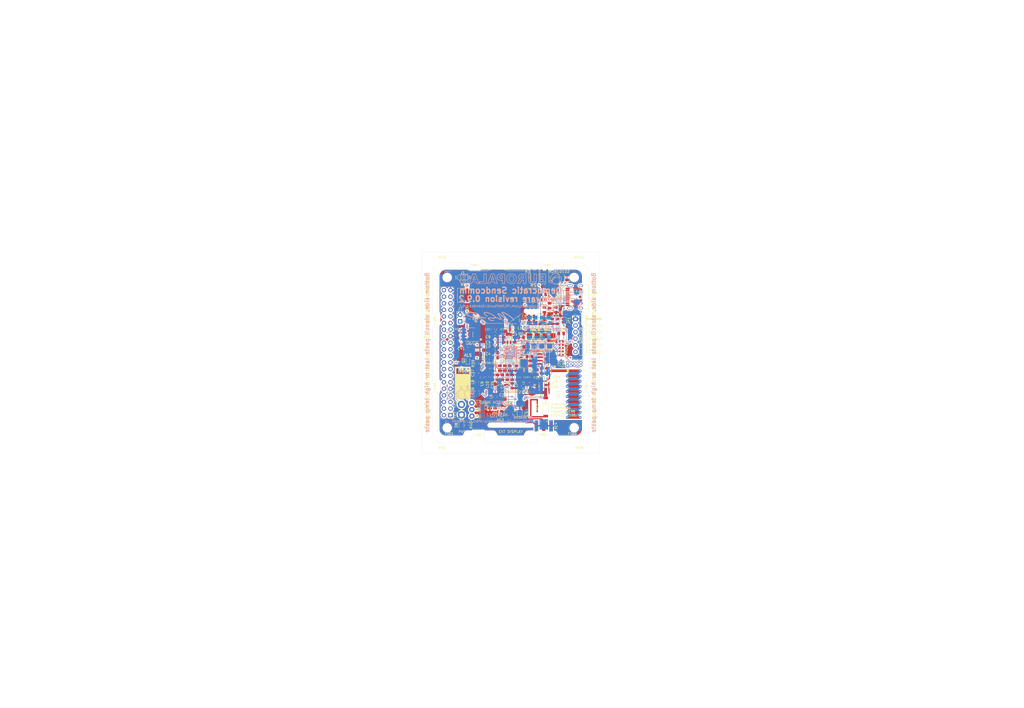
<source format=kicad_pcb>
(kicad_pcb (version 20171130) (host pcbnew 5.1.5+dfsg1-2build2)

  (general
    (thickness 1.6)
    (drawings 187)
    (tracks 1285)
    (zones 0)
    (modules 156)
    (nets 132)
  )

  (page A3)
  (title_block
    (title "Democratic Sendcomm")
    (date 2020-12-26)
    (rev 0.9.2)
    (company "Europalab Devices")
    (comment 1 "Copyright © 2020, Europalab Devices")
    (comment 2 "Fulfilling requirements of 20200210")
    (comment 3 "Pending quality assurance testing")
    (comment 4 "Release revision for manufacturing")
  )

  (layers
    (0 F.Cu signal)
    (1 In1.Cu power)
    (2 In2.Cu power)
    (31 B.Cu signal)
    (34 B.Paste user)
    (35 F.Paste user)
    (36 B.SilkS user)
    (37 F.SilkS user)
    (38 B.Mask user)
    (39 F.Mask user)
    (40 Dwgs.User user)
    (41 Cmts.User user)
    (44 Edge.Cuts user)
    (45 Margin user)
    (46 B.CrtYd user)
    (47 F.CrtYd user)
    (48 B.Fab user)
    (49 F.Fab user)
  )

  (setup
    (last_trace_width 0.09)
    (user_trace_width 0.1016)
    (user_trace_width 0.127)
    (user_trace_width 0.2)
    (user_trace_width 0.4)
    (user_trace_width 1.016)
    (trace_clearance 0.09)
    (zone_clearance 0.508)
    (zone_45_only no)
    (trace_min 0.09)
    (via_size 0.356)
    (via_drill 0.2)
    (via_min_size 0.356)
    (via_min_drill 0.2)
    (user_via 0.45 0.2)
    (user_via 0.6 0.3)
    (uvia_size 0.45)
    (uvia_drill 0.1)
    (uvias_allowed no)
    (uvia_min_size 0.45)
    (uvia_min_drill 0.1)
    (edge_width 0.1)
    (segment_width 0.1)
    (pcb_text_width 0.25)
    (pcb_text_size 1 1)
    (mod_edge_width 0.15)
    (mod_text_size 1 1)
    (mod_text_width 0.15)
    (pad_size 2 2)
    (pad_drill 0)
    (pad_to_mask_clearance 0)
    (aux_axis_origin 0 0)
    (visible_elements 7FFFFFFF)
    (pcbplotparams
      (layerselection 0x313fc_ffffffff)
      (usegerberextensions true)
      (usegerberattributes false)
      (usegerberadvancedattributes false)
      (creategerberjobfile false)
      (excludeedgelayer true)
      (linewidth 0.150000)
      (plotframeref false)
      (viasonmask false)
      (mode 1)
      (useauxorigin false)
      (hpglpennumber 1)
      (hpglpenspeed 20)
      (hpglpendiameter 15.000000)
      (psnegative false)
      (psa4output false)
      (plotreference true)
      (plotvalue true)
      (plotinvisibletext false)
      (padsonsilk false)
      (subtractmaskfromsilk false)
      (outputformat 1)
      (mirror false)
      (drillshape 0)
      (scaleselection 1)
      (outputdirectory "fabsingle"))
  )

  (net 0 "")
  (net 1 GND)
  (net 2 "Net-(AE1-Pad1)")
  (net 3 /Sheet5F53D5B4/RFSWPWR)
  (net 4 "Net-(C8-Pad1)")
  (net 5 /Sheet5F53D5B4/POWAMP)
  (net 6 "Net-(C13-Pad1)")
  (net 7 /Sheet5F53D5B4/HFOUT)
  (net 8 +3V3)
  (net 9 "Net-(C29-Pad1)")
  (net 10 /Sheet5F53D5B4/HPOUT)
  (net 11 /Sheet5F53D5B4/HFIN)
  (net 12 /Sheet5F53D5B4/BANDSEL)
  (net 13 "Net-(BT1-Pad1)")
  (net 14 /Sheet5F53D5B4/USB_BUS)
  (net 15 "Net-(C33-Pad1)")
  (net 16 "Net-(C34-Pad1)")
  (net 17 /Sheet5F53D5B4/CMDRST)
  (net 18 "Net-(D1-Pad2)")
  (net 19 "Net-(D1-Pad1)")
  (net 20 "Net-(D2-Pad1)")
  (net 21 "Net-(D2-Pad2)")
  (net 22 /Sheet5F53D5B4/USB_P)
  (net 23 /Sheet5F53D5B4/USB_N)
  (net 24 /Sheet60040980/ID_SD)
  (net 25 /Sheet60040980/ID_SC)
  (net 26 /Sheet5F53D5B4/SWDCLK)
  (net 27 "Net-(J3-Pad7)")
  (net 28 "Net-(J3-Pad8)")
  (net 29 "Net-(J4-Pad6)")
  (net 30 /Sheet5F53D5B4/CN_VBAT)
  (net 31 /Sheet5F53D5B4/XCEIV)
  (net 32 "Net-(AE5-Pad2)")
  (net 33 "Net-(C1-Pad1)")
  (net 34 "Net-(C7-Pad1)")
  (net 35 "Net-(C14-Pad1)")
  (net 36 "Net-(C17-Pad1)")
  (net 37 "Net-(C18-Pad2)")
  (net 38 "Net-(C19-Pad2)")
  (net 39 "Net-(C23-Pad2)")
  (net 40 "Net-(C23-Pad1)")
  (net 41 "Net-(C24-Pad1)")
  (net 42 "Net-(C24-Pad2)")
  (net 43 "Net-(C29-Pad2)")
  (net 44 "Net-(C33-Pad2)")
  (net 45 "Net-(C35-Pad2)")
  (net 46 "Net-(C40-Pad1)")
  (net 47 "Net-(J2-PadB5)")
  (net 48 "Net-(J2-PadA8)")
  (net 49 "Net-(J2-PadA5)")
  (net 50 "Net-(J2-PadB8)")
  (net 51 "Net-(J3-Pad2)")
  (net 52 "Net-(J3-Pad3)")
  (net 53 "Net-(J3-Pad4)")
  (net 54 "Net-(J3-Pad5)")
  (net 55 "Net-(J3-Pad10)")
  (net 56 "Net-(J3-Pad11)")
  (net 57 "Net-(J3-Pad12)")
  (net 58 "Net-(J3-Pad13)")
  (net 59 "Net-(J3-Pad15)")
  (net 60 "Net-(J3-Pad16)")
  (net 61 "Net-(J3-Pad18)")
  (net 62 "Net-(J3-Pad19)")
  (net 63 "Net-(J3-Pad21)")
  (net 64 "Net-(J3-Pad22)")
  (net 65 "Net-(J3-Pad23)")
  (net 66 "Net-(J3-Pad24)")
  (net 67 "Net-(J3-Pad26)")
  (net 68 "Net-(J3-Pad29)")
  (net 69 "Net-(J3-Pad31)")
  (net 70 "Net-(J3-Pad32)")
  (net 71 "Net-(J3-Pad33)")
  (net 72 "Net-(J3-Pad35)")
  (net 73 "Net-(J3-Pad36)")
  (net 74 "Net-(J3-Pad37)")
  (net 75 "Net-(J3-Pad38)")
  (net 76 "Net-(J3-Pad40)")
  (net 77 "Net-(J4-Pad7)")
  (net 78 "Net-(J4-Pad8)")
  (net 79 "Net-(J5-Pad2)")
  (net 80 "Net-(J5-Pad3)")
  (net 81 "Net-(J5-Pad6)")
  (net 82 "Net-(J6-Pad1)")
  (net 83 "Net-(L1-Pad2)")
  (net 84 "Net-(R3-Pad1)")
  (net 85 "Net-(R4-Pad1)")
  (net 86 "Net-(R4-Pad2)")
  (net 87 "Net-(U2-Pad5)")
  (net 88 "Net-(U3-PadG1)")
  (net 89 "Net-(U3-PadH1)")
  (net 90 "Net-(U3-PadE3)")
  (net 91 "Net-(U3-PadE4)")
  (net 92 "Net-(U3-PadF4)")
  (net 93 "Net-(U3-PadC7)")
  (net 94 "Net-(U3-PadD7)")
  (net 95 "Net-(U3-PadD8)")
  (net 96 "Net-(U5-Pad3)")
  (net 97 "Net-(U5-Pad4)")
  (net 98 "Net-(U8-Pad7)")
  (net 99 "Net-(U8-Pad3)")
  (net 100 "Net-(U8-Pad2)")
  (net 101 "Net-(U8-Pad1)")
  (net 102 "Net-(U9-Pad1)")
  (net 103 "Net-(U9-Pad2)")
  (net 104 "Net-(U9-Pad3)")
  (net 105 "Net-(U9-Pad7)")
  (net 106 /Sheet5F53D5B4/SWDIO)
  (net 107 "Net-(AE2-Pad1)")
  (net 108 "Net-(AE4-Pad1)")
  (net 109 "Net-(AE5-Pad1)")
  (net 110 "Net-(J6-Pad2)")
  (net 111 "Net-(J6-Pad3)")
  (net 112 "Net-(J6-Pad4)")
  (net 113 "Net-(J7-Pad1)")
  (net 114 "Net-(C95-Pad1)")
  (net 115 /TP_SCL)
  (net 116 /TP_SDA)
  (net 117 "Net-(J20-Pad6)")
  (net 118 "Net-(J20-Pad7)")
  (net 119 "Net-(J20-Pad8)")
  (net 120 "Net-(Q2-Pad2)")
  (net 121 EXT_UART_TX)
  (net 122 EXT_UART_RX)
  (net 123 "Net-(D8-Pad2)")
  (net 124 USB_TST)
  (net 125 "Net-(TP13-Pad1)")
  (net 126 "Net-(C94-Pad2)")
  (net 127 "Net-(C96-Pad1)")
  (net 128 /Sheet5F53D5B4/CRY_XIN-RSVD)
  (net 129 /Sheet5F53D5B4/CRY_XOUT-RSVD)
  (net 130 "Net-(C97-Pad1)")
  (net 131 "Net-(C101-Pad1)")

  (net_class Default "This is the default net class."
    (clearance 0.09)
    (trace_width 0.09)
    (via_dia 0.356)
    (via_drill 0.2)
    (uvia_dia 0.45)
    (uvia_drill 0.1)
    (add_net +3V3)
    (add_net /Sheet5F53D5B4/BANDSEL)
    (add_net /Sheet5F53D5B4/CMDRST)
    (add_net /Sheet5F53D5B4/CN_VBAT)
    (add_net /Sheet5F53D5B4/CRY_XIN-RSVD)
    (add_net /Sheet5F53D5B4/CRY_XOUT-RSVD)
    (add_net /Sheet5F53D5B4/HFIN)
    (add_net /Sheet5F53D5B4/HFOUT)
    (add_net /Sheet5F53D5B4/HPOUT)
    (add_net /Sheet5F53D5B4/POWAMP)
    (add_net /Sheet5F53D5B4/RFSWPWR)
    (add_net /Sheet5F53D5B4/SWDCLK)
    (add_net /Sheet5F53D5B4/SWDIO)
    (add_net /Sheet5F53D5B4/USB_BUS)
    (add_net /Sheet5F53D5B4/USB_N)
    (add_net /Sheet5F53D5B4/USB_P)
    (add_net /Sheet5F53D5B4/XCEIV)
    (add_net /Sheet60040980/ID_SC)
    (add_net /Sheet60040980/ID_SD)
    (add_net /TP_SCL)
    (add_net /TP_SDA)
    (add_net EXT_UART_RX)
    (add_net EXT_UART_TX)
    (add_net GND)
    (add_net "Net-(AE1-Pad1)")
    (add_net "Net-(AE2-Pad1)")
    (add_net "Net-(AE4-Pad1)")
    (add_net "Net-(AE5-Pad1)")
    (add_net "Net-(AE5-Pad2)")
    (add_net "Net-(BT1-Pad1)")
    (add_net "Net-(C1-Pad1)")
    (add_net "Net-(C101-Pad1)")
    (add_net "Net-(C13-Pad1)")
    (add_net "Net-(C14-Pad1)")
    (add_net "Net-(C17-Pad1)")
    (add_net "Net-(C18-Pad2)")
    (add_net "Net-(C19-Pad2)")
    (add_net "Net-(C23-Pad1)")
    (add_net "Net-(C23-Pad2)")
    (add_net "Net-(C24-Pad1)")
    (add_net "Net-(C24-Pad2)")
    (add_net "Net-(C29-Pad1)")
    (add_net "Net-(C29-Pad2)")
    (add_net "Net-(C33-Pad1)")
    (add_net "Net-(C33-Pad2)")
    (add_net "Net-(C34-Pad1)")
    (add_net "Net-(C35-Pad2)")
    (add_net "Net-(C40-Pad1)")
    (add_net "Net-(C7-Pad1)")
    (add_net "Net-(C8-Pad1)")
    (add_net "Net-(C94-Pad2)")
    (add_net "Net-(C95-Pad1)")
    (add_net "Net-(C96-Pad1)")
    (add_net "Net-(C97-Pad1)")
    (add_net "Net-(D1-Pad1)")
    (add_net "Net-(D1-Pad2)")
    (add_net "Net-(D2-Pad1)")
    (add_net "Net-(D2-Pad2)")
    (add_net "Net-(D8-Pad2)")
    (add_net "Net-(J2-PadA5)")
    (add_net "Net-(J2-PadA8)")
    (add_net "Net-(J2-PadB5)")
    (add_net "Net-(J2-PadB8)")
    (add_net "Net-(J20-Pad6)")
    (add_net "Net-(J20-Pad7)")
    (add_net "Net-(J20-Pad8)")
    (add_net "Net-(J3-Pad10)")
    (add_net "Net-(J3-Pad11)")
    (add_net "Net-(J3-Pad12)")
    (add_net "Net-(J3-Pad13)")
    (add_net "Net-(J3-Pad15)")
    (add_net "Net-(J3-Pad16)")
    (add_net "Net-(J3-Pad18)")
    (add_net "Net-(J3-Pad19)")
    (add_net "Net-(J3-Pad2)")
    (add_net "Net-(J3-Pad21)")
    (add_net "Net-(J3-Pad22)")
    (add_net "Net-(J3-Pad23)")
    (add_net "Net-(J3-Pad24)")
    (add_net "Net-(J3-Pad26)")
    (add_net "Net-(J3-Pad29)")
    (add_net "Net-(J3-Pad3)")
    (add_net "Net-(J3-Pad31)")
    (add_net "Net-(J3-Pad32)")
    (add_net "Net-(J3-Pad33)")
    (add_net "Net-(J3-Pad35)")
    (add_net "Net-(J3-Pad36)")
    (add_net "Net-(J3-Pad37)")
    (add_net "Net-(J3-Pad38)")
    (add_net "Net-(J3-Pad4)")
    (add_net "Net-(J3-Pad40)")
    (add_net "Net-(J3-Pad5)")
    (add_net "Net-(J3-Pad7)")
    (add_net "Net-(J3-Pad8)")
    (add_net "Net-(J4-Pad6)")
    (add_net "Net-(J4-Pad7)")
    (add_net "Net-(J4-Pad8)")
    (add_net "Net-(J5-Pad2)")
    (add_net "Net-(J5-Pad3)")
    (add_net "Net-(J5-Pad6)")
    (add_net "Net-(J6-Pad1)")
    (add_net "Net-(J6-Pad2)")
    (add_net "Net-(J6-Pad3)")
    (add_net "Net-(J6-Pad4)")
    (add_net "Net-(J7-Pad1)")
    (add_net "Net-(L1-Pad2)")
    (add_net "Net-(Q2-Pad2)")
    (add_net "Net-(R3-Pad1)")
    (add_net "Net-(R4-Pad1)")
    (add_net "Net-(R4-Pad2)")
    (add_net "Net-(TP13-Pad1)")
    (add_net "Net-(U2-Pad5)")
    (add_net "Net-(U3-PadC7)")
    (add_net "Net-(U3-PadD7)")
    (add_net "Net-(U3-PadD8)")
    (add_net "Net-(U3-PadE3)")
    (add_net "Net-(U3-PadE4)")
    (add_net "Net-(U3-PadF4)")
    (add_net "Net-(U3-PadG1)")
    (add_net "Net-(U3-PadH1)")
    (add_net "Net-(U5-Pad3)")
    (add_net "Net-(U5-Pad4)")
    (add_net "Net-(U8-Pad1)")
    (add_net "Net-(U8-Pad2)")
    (add_net "Net-(U8-Pad3)")
    (add_net "Net-(U8-Pad7)")
    (add_net "Net-(U9-Pad1)")
    (add_net "Net-(U9-Pad2)")
    (add_net "Net-(U9-Pad3)")
    (add_net "Net-(U9-Pad7)")
    (add_net USB_TST)
  )

  (net_class Power ""
    (clearance 0.2)
    (trace_width 0.5)
    (via_dia 1)
    (via_drill 0.7)
    (uvia_dia 0.5)
    (uvia_drill 0.1)
  )

  (module Connector_PinHeader_2.54mm:PinHeader_1x06_P2.54mm_Horizontal (layer F.Cu) (tedit 59FED5CB) (tstamp 5FF83409)
    (at 235 135)
    (descr "Through hole angled pin header, 1x06, 2.54mm pitch, 6mm pin length, single row")
    (tags "Through hole angled pin header THT 1x06 2.54mm single row")
    (path /60040981/6006812D)
    (fp_text reference J5 (at 2 5 90) (layer F.SilkS)
      (effects (font (size 1 1) (thickness 0.15)) (justify left))
    )
    (fp_text value Conn_01x06_Male (at 4.385 14.97) (layer F.Fab)
      (effects (font (size 1 1) (thickness 0.15)))
    )
    (fp_line (start 2.135 -1.27) (end 4.04 -1.27) (layer F.Fab) (width 0.1))
    (fp_line (start 4.04 -1.27) (end 4.04 13.97) (layer F.Fab) (width 0.1))
    (fp_line (start 4.04 13.97) (end 1.5 13.97) (layer F.Fab) (width 0.1))
    (fp_line (start 1.5 13.97) (end 1.5 -0.635) (layer F.Fab) (width 0.1))
    (fp_line (start 1.5 -0.635) (end 2.135 -1.27) (layer F.Fab) (width 0.1))
    (fp_line (start -0.32 -0.32) (end 1.5 -0.32) (layer F.Fab) (width 0.1))
    (fp_line (start -0.32 -0.32) (end -0.32 0.32) (layer F.Fab) (width 0.1))
    (fp_line (start -0.32 0.32) (end 1.5 0.32) (layer F.Fab) (width 0.1))
    (fp_line (start 4.04 -0.32) (end 10.04 -0.32) (layer F.Fab) (width 0.1))
    (fp_line (start 10.04 -0.32) (end 10.04 0.32) (layer F.Fab) (width 0.1))
    (fp_line (start 4.04 0.32) (end 10.04 0.32) (layer F.Fab) (width 0.1))
    (fp_line (start -0.32 2.22) (end 1.5 2.22) (layer F.Fab) (width 0.1))
    (fp_line (start -0.32 2.22) (end -0.32 2.86) (layer F.Fab) (width 0.1))
    (fp_line (start -0.32 2.86) (end 1.5 2.86) (layer F.Fab) (width 0.1))
    (fp_line (start 4.04 2.22) (end 10.04 2.22) (layer F.Fab) (width 0.1))
    (fp_line (start 10.04 2.22) (end 10.04 2.86) (layer F.Fab) (width 0.1))
    (fp_line (start 4.04 2.86) (end 10.04 2.86) (layer F.Fab) (width 0.1))
    (fp_line (start -0.32 4.76) (end 1.5 4.76) (layer F.Fab) (width 0.1))
    (fp_line (start -0.32 4.76) (end -0.32 5.4) (layer F.Fab) (width 0.1))
    (fp_line (start -0.32 5.4) (end 1.5 5.4) (layer F.Fab) (width 0.1))
    (fp_line (start 4.04 4.76) (end 10.04 4.76) (layer F.Fab) (width 0.1))
    (fp_line (start 10.04 4.76) (end 10.04 5.4) (layer F.Fab) (width 0.1))
    (fp_line (start 4.04 5.4) (end 10.04 5.4) (layer F.Fab) (width 0.1))
    (fp_line (start -0.32 7.3) (end 1.5 7.3) (layer F.Fab) (width 0.1))
    (fp_line (start -0.32 7.3) (end -0.32 7.94) (layer F.Fab) (width 0.1))
    (fp_line (start -0.32 7.94) (end 1.5 7.94) (layer F.Fab) (width 0.1))
    (fp_line (start 4.04 7.3) (end 10.04 7.3) (layer F.Fab) (width 0.1))
    (fp_line (start 10.04 7.3) (end 10.04 7.94) (layer F.Fab) (width 0.1))
    (fp_line (start 4.04 7.94) (end 10.04 7.94) (layer F.Fab) (width 0.1))
    (fp_line (start -0.32 9.84) (end 1.5 9.84) (layer F.Fab) (width 0.1))
    (fp_line (start -0.32 9.84) (end -0.32 10.48) (layer F.Fab) (width 0.1))
    (fp_line (start -0.32 10.48) (end 1.5 10.48) (layer F.Fab) (width 0.1))
    (fp_line (start 4.04 9.84) (end 10.04 9.84) (layer F.Fab) (width 0.1))
    (fp_line (start 10.04 9.84) (end 10.04 10.48) (layer F.Fab) (width 0.1))
    (fp_line (start 4.04 10.48) (end 10.04 10.48) (layer F.Fab) (width 0.1))
    (fp_line (start -0.32 12.38) (end 1.5 12.38) (layer F.Fab) (width 0.1))
    (fp_line (start -0.32 12.38) (end -0.32 13.02) (layer F.Fab) (width 0.1))
    (fp_line (start -0.32 13.02) (end 1.5 13.02) (layer F.Fab) (width 0.1))
    (fp_line (start 4.04 12.38) (end 10.04 12.38) (layer F.Fab) (width 0.1))
    (fp_line (start 10.04 12.38) (end 10.04 13.02) (layer F.Fab) (width 0.1))
    (fp_line (start 4.04 13.02) (end 10.04 13.02) (layer F.Fab) (width 0.1))
    (fp_line (start 1.44 -1.33) (end 1.44 14.03) (layer F.SilkS) (width 0.12))
    (fp_line (start 1.44 14.03) (end 4.1 14.03) (layer F.SilkS) (width 0.12))
    (fp_line (start 4.1 14.03) (end 4.1 -1.33) (layer F.SilkS) (width 0.12))
    (fp_line (start 4.1 -1.33) (end 1.44 -1.33) (layer F.SilkS) (width 0.12))
    (fp_line (start 4.1 -0.38) (end 10.1 -0.38) (layer F.SilkS) (width 0.12))
    (fp_line (start 10.1 -0.38) (end 10.1 0.38) (layer F.SilkS) (width 0.12))
    (fp_line (start 10.1 0.38) (end 4.1 0.38) (layer F.SilkS) (width 0.12))
    (fp_line (start 4.1 -0.32) (end 10.1 -0.32) (layer F.SilkS) (width 0.12))
    (fp_line (start 4.1 -0.2) (end 10.1 -0.2) (layer F.SilkS) (width 0.12))
    (fp_line (start 4.1 -0.08) (end 10.1 -0.08) (layer F.SilkS) (width 0.12))
    (fp_line (start 4.1 0.04) (end 10.1 0.04) (layer F.SilkS) (width 0.12))
    (fp_line (start 4.1 0.16) (end 10.1 0.16) (layer F.SilkS) (width 0.12))
    (fp_line (start 4.1 0.28) (end 10.1 0.28) (layer F.SilkS) (width 0.12))
    (fp_line (start 1.11 -0.38) (end 1.44 -0.38) (layer F.SilkS) (width 0.12))
    (fp_line (start 1.11 0.38) (end 1.44 0.38) (layer F.SilkS) (width 0.12))
    (fp_line (start 1.44 1.27) (end 4.1 1.27) (layer F.SilkS) (width 0.12))
    (fp_line (start 4.1 2.16) (end 10.1 2.16) (layer F.SilkS) (width 0.12))
    (fp_line (start 10.1 2.16) (end 10.1 2.92) (layer F.SilkS) (width 0.12))
    (fp_line (start 10.1 2.92) (end 4.1 2.92) (layer F.SilkS) (width 0.12))
    (fp_line (start 1.042929 2.16) (end 1.44 2.16) (layer F.SilkS) (width 0.12))
    (fp_line (start 1.042929 2.92) (end 1.44 2.92) (layer F.SilkS) (width 0.12))
    (fp_line (start 1.44 3.81) (end 4.1 3.81) (layer F.SilkS) (width 0.12))
    (fp_line (start 4.1 4.7) (end 10.1 4.7) (layer F.SilkS) (width 0.12))
    (fp_line (start 10.1 4.7) (end 10.1 5.46) (layer F.SilkS) (width 0.12))
    (fp_line (start 10.1 5.46) (end 4.1 5.46) (layer F.SilkS) (width 0.12))
    (fp_line (start 1.042929 4.7) (end 1.44 4.7) (layer F.SilkS) (width 0.12))
    (fp_line (start 1.042929 5.46) (end 1.44 5.46) (layer F.SilkS) (width 0.12))
    (fp_line (start 1.44 6.35) (end 4.1 6.35) (layer F.SilkS) (width 0.12))
    (fp_line (start 4.1 7.24) (end 10.1 7.24) (layer F.SilkS) (width 0.12))
    (fp_line (start 10.1 7.24) (end 10.1 8) (layer F.SilkS) (width 0.12))
    (fp_line (start 10.1 8) (end 4.1 8) (layer F.SilkS) (width 0.12))
    (fp_line (start 1.042929 7.24) (end 1.44 7.24) (layer F.SilkS) (width 0.12))
    (fp_line (start 1.042929 8) (end 1.44 8) (layer F.SilkS) (width 0.12))
    (fp_line (start 1.44 8.89) (end 4.1 8.89) (layer F.SilkS) (width 0.12))
    (fp_line (start 4.1 9.78) (end 10.1 9.78) (layer F.SilkS) (width 0.12))
    (fp_line (start 10.1 9.78) (end 10.1 10.54) (layer F.SilkS) (width 0.12))
    (fp_line (start 10.1 10.54) (end 4.1 10.54) (layer F.SilkS) (width 0.12))
    (fp_line (start 1.042929 9.78) (end 1.44 9.78) (layer F.SilkS) (width 0.12))
    (fp_line (start 1.042929 10.54) (end 1.44 10.54) (layer F.SilkS) (width 0.12))
    (fp_line (start 1.44 11.43) (end 4.1 11.43) (layer F.SilkS) (width 0.12))
    (fp_line (start 4.1 12.32) (end 10.1 12.32) (layer F.SilkS) (width 0.12))
    (fp_line (start 10.1 12.32) (end 10.1 13.08) (layer F.SilkS) (width 0.12))
    (fp_line (start 10.1 13.08) (end 4.1 13.08) (layer F.SilkS) (width 0.12))
    (fp_line (start 1.042929 12.32) (end 1.44 12.32) (layer F.SilkS) (width 0.12))
    (fp_line (start 1.042929 13.08) (end 1.44 13.08) (layer F.SilkS) (width 0.12))
    (fp_line (start -1.27 0) (end -1.27 -1.27) (layer F.SilkS) (width 0.12))
    (fp_line (start -1.27 -1.27) (end 0 -1.27) (layer F.SilkS) (width 0.12))
    (fp_line (start -1.8 -1.8) (end -1.8 14.5) (layer F.CrtYd) (width 0.05))
    (fp_line (start -1.8 14.5) (end 10.55 14.5) (layer F.CrtYd) (width 0.05))
    (fp_line (start 10.55 14.5) (end 10.55 -1.8) (layer F.CrtYd) (width 0.05))
    (fp_line (start 10.55 -1.8) (end -1.8 -1.8) (layer F.CrtYd) (width 0.05))
    (fp_text user %R (at 2.77 6.35 90) (layer F.Fab)
      (effects (font (size 1 1) (thickness 0.15)))
    )
    (pad 1 thru_hole rect (at 0 0) (size 1.7 1.7) (drill 1) (layers *.Cu *.Mask)
      (net 1 GND))
    (pad 2 thru_hole oval (at 0 2.54) (size 1.7 1.7) (drill 1) (layers *.Cu *.Mask)
      (net 79 "Net-(J5-Pad2)"))
    (pad 3 thru_hole oval (at 0 5.08) (size 1.7 1.7) (drill 1) (layers *.Cu *.Mask)
      (net 80 "Net-(J5-Pad3)"))
    (pad 4 thru_hole oval (at 0 7.62) (size 1.7 1.7) (drill 1) (layers *.Cu *.Mask)
      (net 122 EXT_UART_RX))
    (pad 5 thru_hole oval (at 0 10.16) (size 1.7 1.7) (drill 1) (layers *.Cu *.Mask)
      (net 121 EXT_UART_TX))
    (pad 6 thru_hole oval (at 0 12.7) (size 1.7 1.7) (drill 1) (layers *.Cu *.Mask)
      (net 81 "Net-(J5-Pad6)"))
    (model ${KISYS3DMOD}/Connector_PinHeader_2.54mm.3dshapes/PinHeader_1x06_P2.54mm_Horizontal.wrl
      (at (xyz 0 0 0))
      (scale (xyz 1 1 1))
      (rotate (xyz 0 0 0))
    )
  )

  (module RF_Antenna:Texas_SWRA416_868MHz_915MHz (layer F.Cu) (tedit 5CF40AFD) (tstamp 5F686F31)
    (at 231 164 270)
    (descr http://www.ti.com/lit/an/swra416/swra416.pdf)
    (tags "PCB antenna")
    (path /5F5C0728/60008187)
    (attr smd)
    (fp_text reference AE1 (at 0 2.5 90) (layer F.SilkS)
      (effects (font (size 1 1) (thickness 0.15)))
    )
    (fp_text value Antenna (at 0.1 -7.6 90) (layer F.Fab)
      (effects (font (size 1 1) (thickness 0.15)))
    )
    (fp_line (start 9.7 2.1) (end 6.2 5.7) (layer Dwgs.User) (width 0.12))
    (fp_line (start 9.7 0.1) (end 4.3 5.7) (layer Dwgs.User) (width 0.12))
    (fp_line (start 9.7 -1.9) (end 2.3 5.7) (layer Dwgs.User) (width 0.12))
    (fp_line (start 9.7 -3.9) (end 0.2 5.7) (layer Dwgs.User) (width 0.12))
    (fp_line (start 9.7 -5.9) (end -1.8 5.7) (layer Dwgs.User) (width 0.12))
    (fp_line (start 8.3 -6.5) (end -3.8 5.7) (layer Dwgs.User) (width 0.12))
    (fp_line (start 6.3 -6.5) (end -5.8 5.7) (layer Dwgs.User) (width 0.12))
    (fp_line (start 4.3 -6.5) (end -7.8 5.7) (layer Dwgs.User) (width 0.12))
    (fp_line (start -9.7 5.5) (end 2.3 -6.5) (layer Dwgs.User) (width 0.12))
    (fp_line (start -9.7 3.5) (end 0.3 -6.5) (layer Dwgs.User) (width 0.12))
    (fp_line (start -9.7 1.5) (end -1.7 -6.5) (layer Dwgs.User) (width 0.12))
    (fp_line (start -9.7 -0.5) (end -3.7 -6.5) (layer Dwgs.User) (width 0.12))
    (fp_line (start -9.7 -2.5) (end -5.7 -6.5) (layer Dwgs.User) (width 0.12))
    (fp_line (start -9.7 -4.5) (end -7.7 -6.5) (layer Dwgs.User) (width 0.12))
    (fp_line (start 9.7 -6.5) (end -9.7 -6.5) (layer Dwgs.User) (width 0.15))
    (fp_line (start 9.7 5.7) (end 9.7 -6.5) (layer Dwgs.User) (width 0.15))
    (fp_line (start -9.7 5.7) (end 9.7 5.7) (layer Dwgs.User) (width 0.15))
    (fp_line (start -9.7 -6.5) (end -9.7 5.7) (layer Dwgs.User) (width 0.15))
    (fp_line (start 7 -5.8) (end 8 -4.8) (layer B.Cu) (width 1))
    (fp_line (start 8 -1.8) (end 9 -0.8) (layer B.Cu) (width 1))
    (fp_line (start 8 -4.8) (end 8 -1.8) (layer B.Cu) (width 1))
    (fp_line (start 9 -5.8) (end 9 -0.8) (layer F.Cu) (width 1))
    (fp_line (start 5 -5.8) (end 6 -4.8) (layer B.Cu) (width 1))
    (fp_line (start 6 -1.8) (end 7 -0.8) (layer B.Cu) (width 1))
    (fp_line (start 6 -4.8) (end 6 -1.8) (layer B.Cu) (width 1))
    (fp_line (start 7 -5.8) (end 7 -0.8) (layer F.Cu) (width 1))
    (fp_line (start 3 -5.8) (end 4 -4.8) (layer B.Cu) (width 1))
    (fp_line (start 4 -1.8) (end 5 -0.8) (layer B.Cu) (width 1))
    (fp_line (start 4 -4.8) (end 4 -1.8) (layer B.Cu) (width 1))
    (fp_line (start 5 -5.8) (end 5 -0.8) (layer F.Cu) (width 1))
    (fp_line (start 1 -5.8) (end 2 -4.8) (layer B.Cu) (width 1))
    (fp_line (start 2 -1.8) (end 3 -0.8) (layer B.Cu) (width 1))
    (fp_line (start 2 -4.8) (end 2 -1.8) (layer B.Cu) (width 1))
    (fp_line (start 3 -5.8) (end 3 -0.8) (layer F.Cu) (width 1))
    (fp_line (start -1 -5.8) (end 0 -4.8) (layer B.Cu) (width 1))
    (fp_line (start 0 -1.8) (end 1 -0.8) (layer B.Cu) (width 1))
    (fp_line (start 0 -4.8) (end 0 -1.8) (layer B.Cu) (width 1))
    (fp_line (start 1 -5.8) (end 1 -0.8) (layer F.Cu) (width 1))
    (fp_line (start -3 -5.8) (end -2 -4.8) (layer B.Cu) (width 1))
    (fp_line (start -2 -1.8) (end -1 -0.8) (layer B.Cu) (width 1))
    (fp_line (start -2 -4.8) (end -2 -1.8) (layer B.Cu) (width 1))
    (fp_line (start -1 -5.8) (end -1 -0.8) (layer F.Cu) (width 1))
    (fp_line (start -4 -4.8) (end -4 -1.8) (layer B.Cu) (width 1))
    (fp_line (start -5 -5.8) (end -4 -4.8) (layer B.Cu) (width 1))
    (fp_line (start -4 -1.8) (end -3 -0.8) (layer B.Cu) (width 1))
    (fp_line (start -3 -5.8) (end -3 -0.8) (layer F.Cu) (width 1))
    (fp_line (start -6 -4.8) (end -6 -1.8) (layer B.Cu) (width 1))
    (fp_line (start -7 -5.8) (end -6 -4.8) (layer B.Cu) (width 1))
    (fp_line (start -6 -1.8) (end -5 -0.8) (layer B.Cu) (width 1))
    (fp_line (start -5 -5.8) (end -5 -0.8) (layer F.Cu) (width 1))
    (fp_line (start -7 -5.8) (end -7 -0.8) (layer F.Cu) (width 1))
    (fp_line (start -9 5.2) (end -9 -5.8) (layer F.Cu) (width 1))
    (fp_line (start -9 -5.8) (end -8 -4.8) (layer B.Cu) (width 1))
    (fp_line (start -8 -4.8) (end -8 -1.8) (layer B.Cu) (width 1))
    (fp_line (start -8 -1.8) (end -7 -0.8) (layer B.Cu) (width 1))
    (fp_line (start 9.7 4.1) (end 8.2 5.7) (layer Dwgs.User) (width 0.12))
    (fp_line (start -9.9 -6.7) (end -9.9 5.9) (layer F.CrtYd) (width 0.05))
    (fp_line (start -9.9 5.9) (end 9.9 5.9) (layer F.CrtYd) (width 0.05))
    (fp_line (start 9.9 5.9) (end 9.9 -6.7) (layer F.CrtYd) (width 0.05))
    (fp_line (start 9.9 -6.7) (end -9.9 -6.7) (layer F.CrtYd) (width 0.05))
    (fp_line (start 9.9 -6.7) (end -9.9 -6.7) (layer B.CrtYd) (width 0.05))
    (fp_line (start 9.9 5.9) (end 9.9 -6.7) (layer B.CrtYd) (width 0.05))
    (fp_line (start -9.9 -6.7) (end -9.9 5.9) (layer B.CrtYd) (width 0.05))
    (fp_line (start -9.9 5.9) (end 9.9 5.9) (layer B.CrtYd) (width 0.05))
    (fp_text user "KEEP-OUT ZONE" (at 1 -2.8 90) (layer Cmts.User)
      (effects (font (size 1 1) (thickness 0.15)))
    )
    (fp_text user "No metal, traces or " (at 1 0.2 90) (layer Cmts.User)
      (effects (font (size 1 1) (thickness 0.15)))
    )
    (fp_text user "any components on" (at 1 2.2 90) (layer Cmts.User)
      (effects (font (size 1 1) (thickness 0.15)))
    )
    (fp_text user " any PCB layer." (at 1 4.2 90) (layer Cmts.User)
      (effects (font (size 1 1) (thickness 0.15)))
    )
    (fp_text user %R (at -0.4 6.6 90) (layer F.Fab)
      (effects (font (size 1 1) (thickness 0.15)))
    )
    (pad "" thru_hole circle (at 9 -0.8 90) (size 1 1) (drill 0.4) (layers *.Cu))
    (pad "" thru_hole circle (at 9 -5.8 90) (size 1 1) (drill 0.4) (layers *.Cu))
    (pad "" thru_hole circle (at 7 -5.8 90) (size 1 1) (drill 0.4) (layers *.Cu))
    (pad "" thru_hole circle (at 7 -0.8 90) (size 1 1) (drill 0.4) (layers *.Cu))
    (pad "" thru_hole circle (at 5 -0.8 90) (size 1 1) (drill 0.4) (layers *.Cu))
    (pad "" thru_hole circle (at 5 -5.8 90) (size 1 1) (drill 0.4) (layers *.Cu))
    (pad "" thru_hole circle (at 3 -0.8 90) (size 1 1) (drill 0.4) (layers *.Cu))
    (pad "" thru_hole circle (at 3 -5.8 90) (size 1 1) (drill 0.4) (layers *.Cu))
    (pad "" thru_hole circle (at 1 -5.8 90) (size 1 1) (drill 0.4) (layers *.Cu))
    (pad "" thru_hole circle (at 1 -0.8 90) (size 1 1) (drill 0.4) (layers *.Cu))
    (pad "" thru_hole circle (at -1 -0.8 90) (size 1 1) (drill 0.4) (layers *.Cu))
    (pad "" thru_hole circle (at -1 -5.8 90) (size 1 1) (drill 0.4) (layers *.Cu))
    (pad "" thru_hole circle (at -3 -5.8 90) (size 1 1) (drill 0.4) (layers *.Cu))
    (pad "" thru_hole circle (at -3 -0.8 90) (size 1 1) (drill 0.4) (layers *.Cu))
    (pad "" thru_hole circle (at -5 -0.8 90) (size 1 1) (drill 0.4) (layers *.Cu))
    (pad "" thru_hole circle (at -5 -5.8 90) (size 1 1) (drill 0.4) (layers *.Cu))
    (pad "" thru_hole circle (at -7 -5.8 90) (size 1 1) (drill 0.4) (layers *.Cu))
    (pad "" thru_hole circle (at -7 -0.8 90) (size 1 1) (drill 0.4) (layers *.Cu))
    (pad "" thru_hole circle (at -9 -5.8 90) (size 1 1) (drill 0.4) (layers *.Cu))
    (pad 1 smd trapezoid (at -9 5.9 90) (size 0.4 0.8) (rect_delta 0 0.3 ) (layers F.Cu)
      (net 2 "Net-(AE1-Pad1)"))
  )

  (module Elabdev:Panel_Mousetab_25mm_Single (layer F.Cu) (tedit 5CD9E502) (tstamp 5FEC726C)
    (at 222.5 179.75 90)
    (path /5CD9EB0D)
    (fp_text reference TAB8 (at 0 0) (layer F.SilkS)
      (effects (font (size 0.8 0.8) (thickness 0.13)))
    )
    (fp_text value Pantab (at -3.25 0 180) (layer F.Fab)
      (effects (font (size 1 1) (thickness 0.15)))
    )
    (fp_line (start 1.25 -2.2) (end 1.25 2.2) (layer F.Fab) (width 0.15))
    (fp_line (start -1.25 -2.2) (end -1.25 2.2) (layer F.Fab) (width 0.15))
    (fp_line (start 2.1 -2.6) (end 2.1 2.6) (layer F.CrtYd) (width 0.15))
    (fp_line (start 2.1 2.6) (end -2.1 2.6) (layer F.CrtYd) (width 0.15))
    (fp_line (start -2.1 2.6) (end -2.1 -2.6) (layer F.CrtYd) (width 0.15))
    (fp_line (start -2.1 -2.6) (end 2.1 -2.6) (layer F.CrtYd) (width 0.15))
    (pad "" np_thru_hole circle (at 1.35 2 90) (size 0.5 0.5) (drill 0.5) (layers *.Cu))
    (pad "" np_thru_hole circle (at 1.35 1.2 90) (size 0.5 0.5) (drill 0.5) (layers *.Cu))
    (pad "" np_thru_hole circle (at 1.35 0.4 90) (size 0.5 0.5) (drill 0.5) (layers *.Cu))
    (pad "" np_thru_hole circle (at 1.35 -0.4 90) (size 0.5 0.5) (drill 0.5) (layers *.Cu))
    (pad "" np_thru_hole circle (at 1.35 -1.2 90) (size 0.5 0.5) (drill 0.5) (layers *.Cu))
    (pad "" np_thru_hole circle (at 1.35 -2 90) (size 0.5 0.5) (drill 0.5) (layers *.Cu))
  )

  (module Capacitor_SMD:C_0805_2012Metric (layer F.Cu) (tedit 5B36C52B) (tstamp 5FEB8111)
    (at 211.5 143.0625 270)
    (descr "Capacitor SMD 0805 (2012 Metric), square (rectangular) end terminal, IPC_7351 nominal, (Body size source: https://docs.google.com/spreadsheets/d/1BsfQQcO9C6DZCsRaXUlFlo91Tg2WpOkGARC1WS5S8t0/edit?usp=sharing), generated with kicad-footprint-generator")
    (tags capacitor)
    (path /5F53D5B5/5F609CF5)
    (attr smd)
    (fp_text reference C19 (at -2.0625 0 180) (layer F.SilkS)
      (effects (font (size 0.7 0.7) (thickness 0.1)))
    )
    (fp_text value 15pF (at 0 1.65 90) (layer F.Fab)
      (effects (font (size 1 1) (thickness 0.15)))
    )
    (fp_line (start -1 0.6) (end -1 -0.6) (layer F.Fab) (width 0.1))
    (fp_line (start -1 -0.6) (end 1 -0.6) (layer F.Fab) (width 0.1))
    (fp_line (start 1 -0.6) (end 1 0.6) (layer F.Fab) (width 0.1))
    (fp_line (start 1 0.6) (end -1 0.6) (layer F.Fab) (width 0.1))
    (fp_line (start -0.258578 -0.71) (end 0.258578 -0.71) (layer F.SilkS) (width 0.12))
    (fp_line (start -0.258578 0.71) (end 0.258578 0.71) (layer F.SilkS) (width 0.12))
    (fp_line (start -1.68 0.95) (end -1.68 -0.95) (layer F.CrtYd) (width 0.05))
    (fp_line (start -1.68 -0.95) (end 1.68 -0.95) (layer F.CrtYd) (width 0.05))
    (fp_line (start 1.68 -0.95) (end 1.68 0.95) (layer F.CrtYd) (width 0.05))
    (fp_line (start 1.68 0.95) (end -1.68 0.95) (layer F.CrtYd) (width 0.05))
    (fp_text user %R (at 0 0 90) (layer F.Fab)
      (effects (font (size 0.5 0.5) (thickness 0.08)))
    )
    (pad 1 smd roundrect (at -0.9375 0 270) (size 0.975 1.4) (layers F.Cu F.Paste F.Mask) (roundrect_rratio 0.25)
      (net 1 GND))
    (pad 2 smd roundrect (at 0.9375 0 270) (size 0.975 1.4) (layers F.Cu F.Paste F.Mask) (roundrect_rratio 0.25)
      (net 38 "Net-(C19-Pad2)"))
    (model ${KISYS3DMOD}/Capacitor_SMD.3dshapes/C_0805_2012Metric.wrl
      (at (xyz 0 0 0))
      (scale (xyz 1 1 1))
      (rotate (xyz 0 0 0))
    )
  )

  (module Elabdev:Meinkuerz_sign_480dpi (layer B.Cu) (tedit 0) (tstamp 5FBE809B)
    (at 202 134 180)
    (fp_text reference G1 (at 0 0) (layer B.SilkS) hide
      (effects (font (size 1.524 1.524) (thickness 0.3)) (justify mirror))
    )
    (fp_text value Meinkuerzel_signature (at 0.75 0) (layer B.SilkS) hide
      (effects (font (size 1.524 1.524) (thickness 0.3)) (justify mirror))
    )
    (fp_poly (pts (xy 7.849084 1.675651) (xy 8.303148 1.632827) (xy 8.685942 1.550363) (xy 8.876057 1.481326)
      (xy 9.07938 1.34976) (xy 9.204465 1.178624) (xy 9.241225 0.986809) (xy 9.210768 0.854557)
      (xy 9.078684 0.643748) (xy 8.864557 0.429964) (xy 8.589687 0.233059) (xy 8.471807 0.165759)
      (xy 8.232808 0.053863) (xy 7.923436 -0.068816) (xy 7.576824 -0.190996) (xy 7.226108 -0.301392)
      (xy 6.904421 -0.388723) (xy 6.731621 -0.426811) (xy 6.398868 -0.490816) (xy 6.556265 -0.586535)
      (xy 6.736632 -0.743549) (xy 6.819572 -0.938245) (xy 6.82625 -1.022915) (xy 6.780462 -1.15416)
      (xy 6.660466 -1.295963) (xy 6.49231 -1.424979) (xy 6.30204 -1.517866) (xy 6.258842 -1.531402)
      (xy 6.0446 -1.569955) (xy 5.805186 -1.581627) (xy 5.582286 -1.566858) (xy 5.417587 -1.526091)
      (xy 5.409578 -1.522402) (xy 5.285381 -1.409276) (xy 5.232727 -1.237525) (xy 5.243042 -1.133742)
      (xy 5.545646 -1.133742) (xy 5.569322 -1.243922) (xy 5.599007 -1.270742) (xy 5.725804 -1.30367)
      (xy 5.911501 -1.301091) (xy 6.117136 -1.267785) (xy 6.303743 -1.20853) (xy 6.368163 -1.176419)
      (xy 6.483421 -1.090411) (xy 6.547775 -1.006994) (xy 6.550669 -0.996984) (xy 6.519163 -0.903747)
      (xy 6.404517 -0.814537) (xy 6.229026 -0.742568) (xy 6.060328 -0.706358) (xy 5.903418 -0.693399)
      (xy 5.806355 -0.717484) (xy 5.726223 -0.79035) (xy 5.718194 -0.79992) (xy 5.596762 -0.979847)
      (xy 5.545646 -1.133742) (xy 5.243042 -1.133742) (xy 5.253531 -1.028227) (xy 5.344918 -0.810631)
      (xy 5.442538 -0.642303) (xy 5.295353 -0.646487) (xy 5.12125 -0.625399) (xy 5.035885 -0.550663)
      (xy 5.027083 -0.501447) (xy 5.075804 -0.410776) (xy 5.222941 -0.351671) (xy 5.469958 -0.32355)
      (xy 5.476875 -0.323261) (xy 5.599677 -0.314345) (xy 5.697993 -0.289875) (xy 5.794712 -0.235966)
      (xy 5.912725 -0.138734) (xy 6.074923 0.015705) (xy 6.138333 0.077935) (xy 6.357426 0.284825)
      (xy 6.520758 0.415811) (xy 6.63982 0.476704) (xy 6.726105 0.473318) (xy 6.791106 0.411464)
      (xy 6.792772 0.408883) (xy 6.813029 0.349999) (xy 6.787897 0.281807) (xy 6.704882 0.184844)
      (xy 6.561666 0.048946) (xy 6.270625 -0.217166) (xy 6.532899 -0.183078) (xy 6.900304 -0.115245)
      (xy 7.289474 -0.008645) (xy 7.678243 0.127507) (xy 8.044445 0.283994) (xy 8.365914 0.451601)
      (xy 8.620483 0.621112) (xy 8.749193 0.738377) (xy 8.856936 0.865956) (xy 8.92727 0.965202)
      (xy 8.942916 1.001728) (xy 8.895983 1.084773) (xy 8.773369 1.176095) (xy 8.602358 1.259484)
      (xy 8.410231 1.318727) (xy 8.408998 1.318992) (xy 8.149682 1.354937) (xy 7.8128 1.371973)
      (xy 7.424917 1.370093) (xy 7.012599 1.349291) (xy 6.686734 1.319437) (xy 6.066773 1.222977)
      (xy 5.517194 1.081213) (xy 5.043989 0.897075) (xy 4.653152 0.673494) (xy 4.350673 0.413401)
      (xy 4.142546 0.119727) (xy 4.114637 0.061443) (xy 4.047094 -0.15251) (xy 4.06025 -0.336634)
      (xy 4.160207 -0.518581) (xy 4.270456 -0.644496) (xy 4.390411 -0.79173) (xy 4.431252 -0.900383)
      (xy 4.427296 -0.922309) (xy 4.357272 -0.99719) (xy 4.242023 -0.977517) (xy 4.082983 -0.863726)
      (xy 4.010682 -0.795217) (xy 3.879838 -0.680755) (xy 3.765594 -0.608691) (xy 3.712637 -0.594925)
      (xy 3.6215 -0.594723) (xy 3.455888 -0.585507) (xy 3.246599 -0.569127) (xy 3.175 -0.562633)
      (xy 2.951086 -0.544014) (xy 2.793821 -0.54282) (xy 2.664643 -0.565021) (xy 2.524987 -0.61659)
      (xy 2.371034 -0.687127) (xy 2.100169 -0.795663) (xy 1.89262 -0.837972) (xy 1.841867 -0.837015)
      (xy 1.72083 -0.812158) (xy 1.663036 -0.745697) (xy 1.637803 -0.635) (xy 1.623821 -0.491701)
      (xy 1.628566 -0.389706) (xy 1.630235 -0.383646) (xy 1.692219 -0.322789) (xy 1.789679 -0.330876)
      (xy 1.885465 -0.399867) (xy 1.916539 -0.445597) (xy 1.984375 -0.573694) (xy 2.371569 -0.384068)
      (xy 2.758764 -0.194442) (xy 3.165319 -0.256321) (xy 3.413597 -0.293214) (xy 3.576071 -0.310583)
      (xy 3.67165 -0.304292) (xy 3.719238 -0.270208) (xy 3.737742 -0.204195) (xy 3.744012 -0.129767)
      (xy 3.817818 0.177969) (xy 3.989413 0.470621) (xy 4.251219 0.74303) (xy 4.595656 0.99004)
      (xy 5.015149 1.206492) (xy 5.502117 1.387229) (xy 6.048984 1.527094) (xy 6.228561 1.561184)
      (xy 6.794861 1.64034) (xy 7.340678 1.678326) (xy 7.849084 1.675651)) (layer B.SilkS) (width 0.01))
    (fp_poly (pts (xy -4.580024 1.756567) (xy -4.544854 1.74305) (xy -4.466016 1.67622) (xy -4.437143 1.580417)
      (xy -4.461964 1.447967) (xy -4.544204 1.271201) (xy -4.68759 1.042447) (xy -4.895848 0.754033)
      (xy -5.172705 0.39829) (xy -5.237349 0.3175) (xy -5.411926 0.098408) (xy -5.577817 -0.112809)
      (xy -5.714811 -0.290245) (xy -5.794689 -0.396875) (xy -5.948296 -0.608542) (xy -5.791961 -0.468507)
      (xy -5.700695 -0.392772) (xy -5.541009 -0.266466) (xy -5.329307 -0.10231) (xy -5.081994 0.086977)
      (xy -4.815472 0.288675) (xy -4.815417 0.288716) (xy -4.345432 0.631252) (xy -3.946225 0.897872)
      (xy -3.615767 1.089474) (xy -3.352032 1.206955) (xy -3.152989 1.251211) (xy -3.016612 1.223138)
      (xy -2.940872 1.123633) (xy -2.939055 1.118116) (xy -2.92791 1.023519) (xy -2.955738 0.908417)
      (xy -3.029742 0.759005) (xy -3.157121 0.561475) (xy -3.345079 0.302021) (xy -3.409058 0.217037)
      (xy -3.654587 -0.113597) (xy -3.860834 -0.404313) (xy -4.022275 -0.646491) (xy -4.133388 -0.831509)
      (xy -4.188652 -0.950744) (xy -4.185335 -0.994958) (xy -4.120655 -0.981486) (xy -3.976478 -0.932768)
      (xy -3.770527 -0.855371) (xy -3.520529 -0.755864) (xy -3.349225 -0.685128) (xy -3.06462 -0.570045)
      (xy -2.797019 -0.469163) (xy -2.569108 -0.390505) (xy -2.403576 -0.342097) (xy -2.349431 -0.331513)
      (xy -2.183877 -0.291941) (xy -2.07811 -0.206425) (xy -2.041672 -0.151915) (xy -1.850086 0.096101)
      (xy -1.567603 0.354844) (xy -1.207453 0.616123) (xy -0.78287 0.87175) (xy -0.307084 1.113536)
      (xy 0.206672 1.333293) (xy 0.574448 1.467145) (xy 0.853452 1.556991) (xy 1.074831 1.61415)
      (xy 1.278935 1.645957) (xy 1.506112 1.659747) (xy 1.647661 1.662241) (xy 1.89537 1.661355)
      (xy 2.061526 1.650821) (xy 2.170245 1.626908) (xy 2.245641 1.585888) (xy 2.269431 1.566069)
      (xy 2.364656 1.413892) (xy 2.378536 1.21834) (xy 2.31231 1.002224) (xy 2.231511 0.867835)
      (xy 2.055394 0.653788) (xy 1.846452 0.444397) (xy 1.622129 0.252501) (xy 1.399873 0.090942)
      (xy 1.19713 -0.02744) (xy 1.031346 -0.089804) (xy 0.931657 -0.088852) (xy 0.853749 -0.025156)
      (xy 0.874571 0.06423) (xy 0.991583 0.174246) (xy 1.09802 0.242886) (xy 1.314624 0.387246)
      (xy 1.527802 0.560014) (xy 1.72429 0.746283) (xy 1.890825 0.931146) (xy 2.014146 1.099697)
      (xy 2.080988 1.237027) (xy 2.078088 1.32823) (xy 2.071165 1.336667) (xy 1.954541 1.387475)
      (xy 1.756832 1.400928) (xy 1.494763 1.380087) (xy 1.185063 1.328013) (xy 0.844457 1.247766)
      (xy 0.489674 1.142406) (xy 0.137439 1.014995) (xy -0.00172 0.957368) (xy -0.385109 0.777304)
      (xy -0.74297 0.581237) (xy -1.065571 0.377182) (xy -1.343179 0.173152) (xy -1.566062 -0.022838)
      (xy -1.724487 -0.202776) (xy -1.808722 -0.358647) (xy -1.809035 -0.482438) (xy -1.789329 -0.514562)
      (xy -1.69188 -0.558953) (xy -1.49842 -0.578536) (xy -1.2158 -0.573404) (xy -0.850872 -0.543648)
      (xy -0.464887 -0.496867) (xy -0.056607 -0.452123) (xy 0.260382 -0.442712) (xy 0.494773 -0.469264)
      (xy 0.655256 -0.532408) (xy 0.714552 -0.58228) (xy 0.776217 -0.725165) (xy 0.746162 -0.908878)
      (xy 0.632079 -1.115352) (xy 0.45893 -1.290216) (xy 0.2117 -1.450188) (xy -0.085638 -1.588107)
      (xy -0.409112 -1.696809) (xy -0.734748 -1.769134) (xy -1.038572 -1.797919) (xy -1.296612 -1.776003)
      (xy -1.42875 -1.731015) (xy -1.546706 -1.617759) (xy -1.577815 -1.519827) (xy -1.560687 -1.389395)
      (xy -1.486335 -1.336349) (xy -1.378138 -1.369493) (xy -1.317893 -1.421952) (xy -1.19986 -1.505637)
      (xy -1.092449 -1.534584) (xy -0.859949 -1.513387) (xy -0.579373 -1.457345) (xy -0.297878 -1.377776)
      (xy -0.068589 -1.288836) (xy 0.116249 -1.181832) (xy 0.284174 -1.050661) (xy 0.411262 -0.917533)
      (xy 0.473586 -0.804658) (xy 0.47625 -0.783054) (xy 0.425256 -0.757675) (xy 0.277287 -0.748743)
      (xy 0.039858 -0.755912) (xy -0.279513 -0.778835) (xy -0.673311 -0.817167) (xy -0.956033 -0.849048)
      (xy -1.308534 -0.882196) (xy -1.57585 -0.8857) (xy -1.774982 -0.85746) (xy -1.922933 -0.795374)
      (xy -2.017888 -0.717835) (xy -2.096716 -0.653738) (xy -2.190635 -0.62131) (xy -2.313833 -0.623423)
      (xy -2.480498 -0.662945) (xy -2.704818 -0.742748) (xy -3.00098 -0.865702) (xy -3.216817 -0.960383)
      (xy -3.585839 -1.11854) (xy -3.874386 -1.227749) (xy -4.094462 -1.290524) (xy -4.258069 -1.309381)
      (xy -4.377212 -1.286836) (xy -4.463891 -1.225404) (xy -4.466704 -1.222337) (xy -4.518051 -1.14061)
      (xy -4.530831 -1.040781) (xy -4.500098 -0.912213) (xy -4.420902 -0.744269) (xy -4.288295 -0.526313)
      (xy -4.097327 -0.247708) (xy -3.863138 0.07498) (xy -3.679345 0.325213) (xy -3.519393 0.545064)
      (xy -3.393108 0.720859) (xy -3.310313 0.838921) (xy -3.280834 0.885525) (xy -3.323557 0.888476)
      (xy -3.399896 0.869711) (xy -3.542096 0.805036) (xy -3.750284 0.678102) (xy -4.027571 0.486762)
      (xy -4.377062 0.228867) (xy -4.801868 -0.097732) (xy -4.81991 -0.111817) (xy -5.187034 -0.396401)
      (xy -5.482932 -0.620081) (xy -5.717862 -0.789492) (xy -5.902078 -0.911266) (xy -6.045837 -0.99204)
      (xy -6.159396 -1.038447) (xy -6.25301 -1.057121) (xy -6.283148 -1.058333) (xy -6.40378 -1.045849)
      (xy -6.450441 -0.994435) (xy -6.455563 -0.939271) (xy -6.445942 -0.865735) (xy -6.412644 -0.776476)
      (xy -6.348546 -0.66103) (xy -6.24652 -0.508935) (xy -6.099443 -0.309727) (xy -5.90019 -0.052942)
      (xy -5.641635 0.271882) (xy -5.570553 0.360397) (xy -5.363566 0.620769) (xy -5.174974 0.863504)
      (xy -5.016826 1.072659) (xy -4.901172 1.23229) (xy -4.84006 1.326453) (xy -4.839117 1.328251)
      (xy -4.786636 1.436383) (xy -4.790145 1.473528) (xy -4.856494 1.462433) (xy -4.877731 1.456477)
      (xy -4.973599 1.420322) (xy -5.140081 1.348706) (xy -5.352621 1.252468) (xy -5.55625 1.156974)
      (xy -6.094525 0.881508) (xy -6.644499 0.565345) (xy -7.182748 0.223911) (xy -7.685848 -0.12737)
      (xy -8.130378 -0.473072) (xy -8.424687 -0.732038) (xy -8.650145 -0.95487) (xy -8.800069 -1.131002)
      (xy -8.884377 -1.276175) (xy -8.912984 -1.406131) (xy -8.905425 -1.495188) (xy -8.906488 -1.61853)
      (xy -8.964006 -1.672137) (xy -9.075823 -1.672519) (xy -9.156792 -1.593028) (xy -9.200558 -1.456755)
      (xy -9.200763 -1.286789) (xy -9.151052 -1.106218) (xy -9.131299 -1.06447) (xy -9.024915 -0.913844)
      (xy -8.843627 -0.718433) (xy -8.601654 -0.490528) (xy -8.313213 -0.242422) (xy -7.992524 0.013592)
      (xy -7.653804 0.265222) (xy -7.3545 0.471681) (xy -6.896098 0.764541) (xy -6.449337 1.028776)
      (xy -6.024338 1.259805) (xy -5.631223 1.453048) (xy -5.280112 1.603926) (xy -4.981128 1.707858)
      (xy -4.744392 1.760265) (xy -4.580024 1.756567)) (layer B.SilkS) (width 0.01))
  )

  (module Elabdev:Panel_Mousetab_25mm_Single (layer F.Cu) (tedit 5CD9E59A) (tstamp 5FBE7343)
    (at 224 114.25 270)
    (path /5CD5C3A7)
    (fp_text reference TAB5 (at 0 0 180) (layer F.SilkS)
      (effects (font (size 0.8 0.8) (thickness 0.13)))
    )
    (fp_text value Pantab (at 0 -3.5 270) (layer F.Fab)
      (effects (font (size 1 1) (thickness 0.15)))
    )
    (fp_line (start -2.1 -2.6) (end 2.1 -2.6) (layer F.CrtYd) (width 0.15))
    (fp_line (start -2.1 2.6) (end -2.1 -2.6) (layer F.CrtYd) (width 0.15))
    (fp_line (start 2.1 2.6) (end -2.1 2.6) (layer F.CrtYd) (width 0.15))
    (fp_line (start 2.1 -2.6) (end 2.1 2.6) (layer F.CrtYd) (width 0.15))
    (fp_line (start -1.25 -2.2) (end -1.25 2.2) (layer F.Fab) (width 0.15))
    (fp_line (start 1.25 -2.2) (end 1.25 2.2) (layer F.Fab) (width 0.15))
    (pad "" np_thru_hole circle (at 1.35 -2 270) (size 0.5 0.5) (drill 0.5) (layers *.Cu))
    (pad "" np_thru_hole circle (at 1.35 -1.2 270) (size 0.5 0.5) (drill 0.5) (layers *.Cu))
    (pad "" np_thru_hole circle (at 1.35 -0.4 270) (size 0.5 0.5) (drill 0.5) (layers *.Cu))
    (pad "" np_thru_hole circle (at 1.35 0.4 270) (size 0.5 0.5) (drill 0.5) (layers *.Cu))
    (pad "" np_thru_hole circle (at 1.35 1.2 270) (size 0.5 0.5) (drill 0.5) (layers *.Cu))
    (pad "" np_thru_hole circle (at 1.35 2 270) (size 0.5 0.5) (drill 0.5) (layers *.Cu))
  )

  (module Elabdev:Elablogoslk-Gfx (layer B.Cu) (tedit 0) (tstamp 5FBDF7AF)
    (at 210 119.5 180)
    (fp_text reference G** (at 0 0) (layer B.SilkS) hide
      (effects (font (size 1.524 1.524) (thickness 0.3)) (justify mirror))
    )
    (fp_text value Elablogoslk (at 0.75 0) (layer B.SilkS) hide
      (effects (font (size 1.524 1.524) (thickness 0.3)) (justify mirror))
    )
    (fp_poly (pts (xy -15.405836 -0.675184) (xy -15.287483 -0.702055) (xy -15.188143 -0.754619) (xy -15.108772 -0.827765)
      (xy -15.050327 -0.916382) (xy -15.013763 -1.015359) (xy -15.000037 -1.119584) (xy -15.010104 -1.223945)
      (xy -15.04492 -1.323332) (xy -15.105441 -1.412633) (xy -15.192623 -1.486737) (xy -15.24833 -1.517344)
      (xy -15.356716 -1.550357) (xy -15.476625 -1.557984) (xy -15.592872 -1.539403) (xy -15.602283 -1.53653)
      (xy -15.678123 -1.497127) (xy -15.752493 -1.432517) (xy -15.815972 -1.352895) (xy -15.859141 -1.268459)
      (xy -15.864155 -1.2531) (xy -15.88425 -1.176683) (xy -15.891257 -1.117668) (xy -15.885212 -1.059627)
      (xy -15.866149 -0.986134) (xy -15.864727 -0.981328) (xy -15.815988 -0.8777) (xy -15.739972 -0.790432)
      (xy -15.643773 -0.72426) (xy -15.534487 -0.683915) (xy -15.419207 -0.674131) (xy -15.405836 -0.675184)) (layer B.Mask) (width 0.01))
    (fp_poly (pts (xy 17.476107 1.827609) (xy 17.687258 1.825899) (xy 17.865618 1.824237) (xy 18.014678 1.822477)
      (xy 18.137934 1.82047) (xy 18.238879 1.818068) (xy 18.321005 1.815122) (xy 18.387806 1.811484)
      (xy 18.442776 1.807007) (xy 18.489407 1.801541) (xy 18.531194 1.794939) (xy 18.57163 1.787052)
      (xy 18.6055 1.779685) (xy 18.771822 1.733432) (xy 18.923911 1.673315) (xy 19.054677 1.602656)
      (xy 19.157033 1.524776) (xy 19.164226 1.5179) (xy 19.246251 1.417951) (xy 19.315464 1.294688)
      (xy 19.365371 1.16053) (xy 19.377923 1.109275) (xy 19.39052 1.010407) (xy 19.393203 0.893754)
      (xy 19.386762 0.771789) (xy 19.371983 0.656983) (xy 19.349655 0.561808) (xy 19.341939 0.539811)
      (xy 19.283862 0.430962) (xy 19.19941 0.326298) (xy 19.097976 0.236127) (xy 19.019624 0.185927)
      (xy 18.914298 0.12941) (xy 18.968542 0.109123) (xy 19.093064 0.054672) (xy 19.194891 -0.009335)
      (xy 19.285933 -0.089714) (xy 19.390804 -0.214403) (xy 19.467199 -0.350129) (xy 19.516977 -0.501894)
      (xy 19.541997 -0.674698) (xy 19.545898 -0.789214) (xy 19.53245 -0.987132) (xy 19.491752 -1.163006)
      (xy 19.423278 -1.317328) (xy 19.326496 -1.450588) (xy 19.200879 -1.563277) (xy 19.045898 -1.655885)
      (xy 18.861023 -1.728905) (xy 18.645726 -1.782826) (xy 18.442214 -1.81358) (xy 18.390712 -1.817354)
      (xy 18.307346 -1.820878) (xy 18.196536 -1.82407) (xy 18.062704 -1.826851) (xy 17.910272 -1.829142)
      (xy 17.743659 -1.830864) (xy 17.567287 -1.831936) (xy 17.403536 -1.83228) (xy 16.528143 -1.832429)
      (xy 16.528143 -1.197429) (xy 17.471571 -1.197429) (xy 17.812474 -1.197429) (xy 17.960507 -1.19621)
      (xy 18.077011 -1.192363) (xy 18.166668 -1.185602) (xy 18.234157 -1.175639) (xy 18.257984 -1.170182)
      (xy 18.384709 -1.1231) (xy 18.482481 -1.054854) (xy 18.552639 -0.964254) (xy 18.589417 -0.8761)
      (xy 18.611394 -0.756961) (xy 18.608994 -0.636283) (xy 18.583832 -0.523232) (xy 18.537525 -0.426977)
      (xy 18.502598 -0.383459) (xy 18.44707 -0.333771) (xy 18.385424 -0.294593) (xy 18.312843 -0.264829)
      (xy 18.22451 -0.243381) (xy 18.115607 -0.229153) (xy 17.981316 -0.221046) (xy 17.816821 -0.217964)
      (xy 17.775464 -0.217851) (xy 17.471571 -0.217714) (xy 17.471571 -1.197429) (xy 16.528143 -1.197429)
      (xy 16.528143 1.197428) (xy 17.471571 1.197428) (xy 17.471571 0.417286) (xy 17.804933 0.417286)
      (xy 17.937918 0.418126) (xy 18.040036 0.420891) (xy 18.116671 0.425945) (xy 18.173209 0.433651)
      (xy 18.215035 0.444376) (xy 18.217426 0.445205) (xy 18.319056 0.498467) (xy 18.395331 0.575146)
      (xy 18.444205 0.67085) (xy 18.463631 0.781188) (xy 18.451564 0.901769) (xy 18.443884 0.931299)
      (xy 18.396902 1.030842) (xy 18.322562 1.110813) (xy 18.227195 1.165118) (xy 18.18819 1.177399)
      (xy 18.143627 1.184049) (xy 18.070672 1.189765) (xy 17.977218 1.19415) (xy 17.871155 1.196808)
      (xy 17.790109 1.197428) (xy 17.471571 1.197428) (xy 16.528143 1.197428) (xy 16.528143 1.835008)
      (xy 17.476107 1.827609)) (layer B.Mask) (width 0.01))
    (fp_poly (pts (xy 14.119941 1.828149) (xy 14.684369 1.823357) (xy 15.359475 0) (xy 16.034582 -1.823357)
      (xy 15.571079 -1.828205) (xy 15.445094 -1.82918) (xy 15.331429 -1.829406) (xy 15.235013 -1.828925)
      (xy 15.160777 -1.827781) (xy 15.11365 -1.826018) (xy 15.098562 -1.824039) (xy 15.090052 -1.80483)
      (xy 15.071782 -1.756797) (xy 15.045759 -1.68544) (xy 15.013987 -1.59626) (xy 14.978473 -1.494759)
      (xy 14.977731 -1.49262) (xy 14.865914 -1.170214) (xy 14.120645 -1.165479) (xy 13.375375 -1.160744)
      (xy 13.306737 -1.355979) (xy 13.272699 -1.452448) (xy 13.236904 -1.553325) (xy 13.204622 -1.643779)
      (xy 13.188986 -1.687286) (xy 13.139873 -1.823357) (xy 12.664678 -1.828197) (xy 12.53823 -1.828961)
      (xy 12.425118 -1.828639) (xy 12.329969 -1.827326) (xy 12.257408 -1.825117) (xy 12.212064 -1.822108)
      (xy 12.19843 -1.818559) (xy 12.205849 -1.799875) (xy 12.225002 -1.749455) (xy 12.255032 -1.669593)
      (xy 12.295087 -1.562586) (xy 12.34431 -1.430729) (xy 12.401847 -1.276318) (xy 12.466842 -1.101648)
      (xy 12.538441 -0.909015) (xy 12.615789 -0.700714) (xy 12.69803 -0.479041) (xy 12.702348 -0.467391)
      (xy 13.614056 -0.467391) (xy 13.61958 -0.47467) (xy 13.636172 -0.480187) (xy 13.66764 -0.484184)
      (xy 13.717795 -0.486904) (xy 13.790447 -0.488587) (xy 13.889405 -0.489478) (xy 14.01848 -0.489817)
      (xy 14.115143 -0.489857) (xy 14.270607 -0.489531) (xy 14.392961 -0.488457) (xy 14.485375 -0.486493)
      (xy 14.551022 -0.483496) (xy 14.59307 -0.479323) (xy 14.614692 -0.473831) (xy 14.619171 -0.467179)
      (xy 14.611769 -0.445613) (xy 14.593892 -0.393441) (xy 14.566814 -0.314385) (xy 14.53181 -0.212168)
      (xy 14.490155 -0.090515) (xy 14.443125 0.046852) (xy 14.391994 0.196209) (xy 14.367839 0.266773)
      (xy 14.315439 0.418794) (xy 14.266379 0.559098) (xy 14.221933 0.684192) (xy 14.183374 0.790582)
      (xy 14.151976 0.874778) (xy 14.129011 0.933285) (xy 14.115754 0.96261) (xy 14.11319 0.965273)
      (xy 14.105039 0.945854) (xy 14.08648 0.895813) (xy 14.058824 0.818867) (xy 14.023386 0.718735)
      (xy 13.981478 0.599134) (xy 13.934414 0.463783) (xy 13.883507 0.316398) (xy 13.865167 0.263071)
      (xy 13.813057 0.111504) (xy 13.764295 -0.030104) (xy 13.720215 -0.157901) (xy 13.682146 -0.268036)
      (xy 13.651421 -0.356659) (xy 13.629372 -0.419918) (xy 13.617329 -0.453964) (xy 13.615787 -0.458107)
      (xy 13.614056 -0.467391) (xy 12.702348 -0.467391) (xy 12.784311 -0.246291) (xy 12.842155 -0.090148)
      (xy 12.931409 0.150825) (xy 13.017702 0.38378) (xy 13.100126 0.606258) (xy 13.177768 0.815802)
      (xy 13.249717 1.009954) (xy 13.315063 1.186256) (xy 13.372895 1.34225) (xy 13.422301 1.47548)
      (xy 13.462371 1.583486) (xy 13.492193 1.663811) (xy 13.510857 1.713998) (xy 13.516223 1.728364)
      (xy 13.555513 1.832942) (xy 14.119941 1.828149)) (layer B.Mask) (width 0.01))
    (fp_poly (pts (xy 10.359571 -1.124857) (xy 12.028714 -1.124857) (xy 12.028714 -1.832429) (xy 9.416143 -1.832429)
      (xy 9.416143 1.832429) (xy 10.359571 1.832429) (xy 10.359571 -1.124857)) (layer B.Mask) (width 0.01))
    (fp_poly (pts (xy 8.199353 0.127) (xy 8.288425 -0.113439) (xy 8.374711 -0.34635) (xy 8.457277 -0.569212)
      (xy 8.535188 -0.7795) (xy 8.607508 -0.974691) (xy 8.673302 -1.152261) (xy 8.731636 -1.309687)
      (xy 8.781574 -1.444447) (xy 8.822182 -1.554015) (xy 8.852524 -1.63587) (xy 8.871666 -1.687486)
      (xy 8.876754 -1.701194) (xy 8.925739 -1.83303) (xy 8.45225 -1.828194) (xy 7.97876 -1.823357)
      (xy 7.866169 -1.496786) (xy 7.753577 -1.170214) (xy 6.263113 -1.160744) (xy 6.215979 -1.292479)
      (xy 6.18957 -1.366538) (xy 6.156119 -1.460694) (xy 6.120643 -1.560816) (xy 6.098384 -1.623786)
      (xy 6.027922 -1.823357) (xy 5.555303 -1.828192) (xy 5.082684 -1.833026) (xy 5.109 -1.764692)
      (xy 5.118841 -1.738485) (xy 5.140399 -1.680606) (xy 5.172801 -1.59341) (xy 5.215173 -1.479255)
      (xy 5.26664 -1.3405) (xy 5.32633 -1.1795) (xy 5.393368 -0.998613) (xy 5.46688 -0.800198)
      (xy 5.545992 -0.586611) (xy 5.590624 -0.466084) (xy 6.500383 -0.466084) (xy 6.503747 -0.473226)
      (xy 6.522197 -0.478851) (xy 6.559117 -0.48312) (xy 6.617891 -0.486194) (xy 6.701902 -0.488231)
      (xy 6.814535 -0.489393) (xy 6.959172 -0.489839) (xy 7.003143 -0.489857) (xy 7.158575 -0.489532)
      (xy 7.280898 -0.488459) (xy 7.373282 -0.486498) (xy 7.438898 -0.483504) (xy 7.480918 -0.479336)
      (xy 7.502511 -0.47385) (xy 7.506956 -0.467179) (xy 7.499509 -0.445611) (xy 7.481591 -0.393437)
      (xy 7.454479 -0.31438) (xy 7.419449 -0.212163) (xy 7.377777 -0.090513) (xy 7.33074 0.046847)
      (xy 7.279613 0.196192) (xy 7.255551 0.266494) (xy 7.203171 0.418497) (xy 7.154136 0.558793)
      (xy 7.109719 0.683886) (xy 7.071192 0.790281) (xy 7.039829 0.874483) (xy 7.016902 0.932996)
      (xy 7.003686 0.962326) (xy 7.001147 0.964994) (xy 6.993017 0.945656) (xy 6.974441 0.89568)
      (xy 6.946726 0.818758) (xy 6.911178 0.718582) (xy 6.869105 0.598844) (xy 6.821814 0.463236)
      (xy 6.770613 0.31545) (xy 6.749793 0.255094) (xy 6.697385 0.103053) (xy 6.648476 -0.038716)
      (xy 6.604368 -0.166446) (xy 6.566363 -0.276369) (xy 6.535764 -0.364717) (xy 6.513876 -0.427723)
      (xy 6.502 -0.461619) (xy 6.500383 -0.466084) (xy 5.590624 -0.466084) (xy 5.629831 -0.36021)
      (xy 5.717523 -0.123352) (xy 5.786688 0.0635) (xy 6.438059 1.823357) (xy 7.570937 1.823357)
      (xy 8.199353 0.127)) (layer B.Mask) (width 0.01))
    (fp_poly (pts (xy 3.261178 1.827277) (xy 3.480979 1.825468) (xy 3.667644 1.823588) (xy 3.824324 1.821528)
      (xy 3.954168 1.819181) (xy 4.060326 1.81644) (xy 4.145949 1.813196) (xy 4.214186 1.809344)
      (xy 4.268189 1.804775) (xy 4.311106 1.799382) (xy 4.346087 1.793058) (xy 4.360384 1.789806)
      (xy 4.57993 1.722356) (xy 4.770202 1.633466) (xy 4.931207 1.523128) (xy 5.062949 1.391336)
      (xy 5.165434 1.238084) (xy 5.238668 1.063365) (xy 5.282655 0.867172) (xy 5.297401 0.6495)
      (xy 5.297399 0.645705) (xy 5.288217 0.449129) (xy 5.259944 0.278882) (xy 5.210498 0.129241)
      (xy 5.137794 -0.005519) (xy 5.039749 -0.131121) (xy 4.999026 -0.174012) (xy 4.895224 -0.267312)
      (xy 4.781879 -0.345945) (xy 4.655594 -0.410816) (xy 4.512975 -0.462831) (xy 4.350626 -0.502892)
      (xy 4.165152 -0.531906) (xy 3.953157 -0.550777) (xy 3.711246 -0.56041) (xy 3.542393 -0.562141)
      (xy 3.229428 -0.562429) (xy 3.229428 -1.832429) (xy 2.286 -1.832429) (xy 2.286 1.161143)
      (xy 3.229428 1.161143) (xy 3.229428 0.124325) (xy 3.596821 0.130257) (xy 3.723136 0.132565)
      (xy 3.819164 0.135281) (xy 3.890902 0.139038) (xy 3.944349 0.144469) (xy 3.985502 0.152208)
      (xy 4.020359 0.16289) (xy 4.054919 0.177147) (xy 4.059313 0.17912) (xy 4.169998 0.247064)
      (xy 4.252769 0.337754) (xy 4.306977 0.449997) (xy 4.331976 0.582598) (xy 4.332071 0.68209)
      (xy 4.311044 0.815987) (xy 4.265746 0.924961) (xy 4.194448 1.012525) (xy 4.152688 1.046406)
      (xy 4.091383 1.0851) (xy 4.025279 1.114474) (xy 3.948479 1.135638) (xy 3.855086 1.149702)
      (xy 3.739205 1.157776) (xy 3.594939 1.16097) (xy 3.543117 1.161143) (xy 3.229428 1.161143)
      (xy 2.286 1.161143) (xy 2.286 1.834702) (xy 3.261178 1.827277)) (layer B.Mask) (width 0.01))
    (fp_poly (pts (xy -5.021036 1.832322) (xy -4.790545 1.831953) (xy -4.592718 1.830742) (xy -4.423936 1.828439)
      (xy -4.280582 1.824796) (xy -4.15904 1.819563) (xy -4.05569 1.812491) (xy -3.966916 1.80333)
      (xy -3.8891 1.791831) (xy -3.818625 1.777744) (xy -3.751873 1.760821) (xy -3.685226 1.740812)
      (xy -3.683 1.7401) (xy -3.505143 1.668202) (xy -3.35675 1.57546) (xy -3.237033 1.461065)
      (xy -3.145204 1.32421) (xy -3.080473 1.164086) (xy -3.065095 1.106714) (xy -3.052126 1.024859)
      (xy -3.044784 0.920167) (xy -3.043076 0.805447) (xy -3.04701 0.693506) (xy -3.056593 0.597152)
      (xy -3.064765 0.553367) (xy -3.122067 0.387982) (xy -3.210124 0.241735) (xy -3.328674 0.114934)
      (xy -3.477456 0.007885) (xy -3.57383 -0.043297) (xy -3.737708 -0.121173) (xy -3.668326 -0.14196)
      (xy -3.581385 -0.180968) (xy -3.486689 -0.24535) (xy -3.393008 -0.328178) (xy -3.309114 -0.42252)
      (xy -3.302741 -0.430815) (xy -3.267184 -0.483895) (xy -3.217707 -0.567269) (xy -3.155723 -0.678343)
      (xy -3.082645 -0.814521) (xy -2.999885 -0.973211) (xy -2.908856 -1.151818) (xy -2.893023 -1.183254)
      (xy -2.82288 -1.322987) (xy -2.758127 -1.452445) (xy -2.700522 -1.56808) (xy -2.651821 -1.666341)
      (xy -2.613784 -1.743682) (xy -2.588166 -1.796552) (xy -2.576727 -1.821403) (xy -2.576286 -1.822789)
      (xy -2.593653 -1.825316) (xy -2.642652 -1.827593) (xy -2.718631 -1.829528) (xy -2.816936 -1.831032)
      (xy -2.932915 -1.832014) (xy -3.061914 -1.832384) (xy -3.070679 -1.832385) (xy -3.565072 -1.832341)
      (xy -3.841286 -1.280998) (xy -3.935266 -1.094993) (xy -4.016708 -0.93913) (xy -4.088439 -0.810677)
      (xy -4.153287 -0.706904) (xy -4.214078 -0.625078) (xy -4.27364 -0.562471) (xy -4.334799 -0.51635)
      (xy -4.400382 -0.483984) (xy -4.473218 -0.462643) (xy -4.556132 -0.449597) (xy -4.651953 -0.442113)
      (xy -4.712607 -0.439322) (xy -4.934857 -0.43053) (xy -4.934857 -1.832429) (xy -5.878286 -1.832429)
      (xy -5.878286 0.194859) (xy -4.934857 0.194859) (xy -4.640036 0.20436) (xy -4.485926 0.211499)
      (xy -4.366408 0.22194) (xy -4.279926 0.23584) (xy -4.249825 0.243746) (xy -4.144318 0.293932)
      (xy -4.063726 0.369853) (xy -4.008771 0.470198) (xy -3.980174 0.593659) (xy -3.978435 0.736049)
      (xy -3.99804 0.857385) (xy -4.035625 0.958384) (xy -4.088688 1.032538) (xy -4.094482 1.037986)
      (xy -4.130735 1.063292) (xy -4.185257 1.093514) (xy -4.218877 1.109665) (xy -4.256325 1.124906)
      (xy -4.295556 1.136159) (xy -4.3433 1.144228) (xy -4.406282 1.149916) (xy -4.491232 1.154025)
      (xy -4.604875 1.15736) (xy -4.621893 1.157773) (xy -4.934857 1.165259) (xy -4.934857 0.194859)
      (xy -5.878286 0.194859) (xy -5.878286 1.832429) (xy -5.021036 1.832322)) (layer B.Mask) (width 0.01))
    (fp_poly (pts (xy -10.867571 1.124857) (xy -12.482286 1.124857) (xy -12.482286 0.435429) (xy -10.976429 0.435429)
      (xy -10.976429 -0.272143) (xy -12.482286 -0.272143) (xy -12.482286 -1.124857) (xy -10.813143 -1.124857)
      (xy -10.813143 -1.832429) (xy -13.425714 -1.832429) (xy -13.425714 1.832429) (xy -10.867571 1.832429)
      (xy -10.867571 1.124857)) (layer B.Mask) (width 0.01))
    (fp_poly (pts (xy -0.228978 1.89448) (xy -0.078724 1.888371) (xy 0.055719 1.876762) (xy 0.151065 1.86234)
      (xy 0.390616 1.801445) (xy 0.605048 1.717288) (xy 0.798897 1.607509) (xy 0.976703 1.469751)
      (xy 1.061357 1.38929) (xy 1.213795 1.212223) (xy 1.337717 1.01768) (xy 1.433707 0.804035)
      (xy 1.502349 0.569664) (xy 1.544225 0.31294) (xy 1.559919 0.032239) (xy 1.560072 0)
      (xy 1.5472 -0.283492) (xy 1.5082 -0.542822) (xy 1.442499 -0.779588) (xy 1.349522 -0.99539)
      (xy 1.228695 -1.191828) (xy 1.079444 -1.370501) (xy 1.061357 -1.389048) (xy 0.896512 -1.53709)
      (xy 0.720815 -1.65755) (xy 0.53061 -1.751843) (xy 0.322238 -1.821386) (xy 0.092042 -1.867598)
      (xy -0.163636 -1.891894) (xy -0.244929 -1.895095) (xy -0.344247 -1.897272) (xy -0.433738 -1.898118)
      (xy -0.505666 -1.897644) (xy -0.552295 -1.895858) (xy -0.562429 -1.894726) (xy -0.602523 -1.888187)
      (xy -0.665462 -1.878473) (xy -0.738175 -1.867598) (xy -0.743857 -1.866762) (xy -0.987164 -1.813977)
      (xy -1.214974 -1.730312) (xy -1.424808 -1.617574) (xy -1.614186 -1.477568) (xy -1.78063 -1.3121)
      (xy -1.92166 -1.122975) (xy -2.025001 -0.933616) (xy -2.105385 -0.721719) (xy -2.162321 -0.489395)
      (xy -2.195876 -0.243481) (xy -2.205744 0) (xy -1.222288 0) (xy -1.221796 -0.128993)
      (xy -1.219948 -0.228802) (xy -1.216185 -0.306517) (xy -1.20995 -0.369231) (xy -1.200684 -0.424036)
      (xy -1.187828 -0.478023) (xy -1.183354 -0.494518) (xy -1.114887 -0.688703) (xy -1.025572 -0.853973)
      (xy -0.916566 -0.989615) (xy -0.789032 -1.09492) (xy -0.644127 -1.169176) (xy -0.483013 -1.211671)
      (xy -0.306849 -1.221694) (xy -0.116795 -1.198534) (xy -0.057367 -1.18504) (xy 0.084118 -1.131346)
      (xy 0.213032 -1.045953) (xy 0.326853 -0.932026) (xy 0.423063 -0.79273) (xy 0.499138 -0.631233)
      (xy 0.55256 -0.450698) (xy 0.56112 -0.408214) (xy 0.584828 -0.229692) (xy 0.593933 -0.038244)
      (xy 0.588859 0.15539) (xy 0.57003 0.340473) (xy 0.537873 0.506266) (xy 0.522796 0.560199)
      (xy 0.450801 0.743853) (xy 0.357363 0.898533) (xy 0.243303 1.023688) (xy 0.109438 1.118771)
      (xy -0.043412 1.183232) (xy -0.214428 1.216521) (xy -0.402793 1.218089) (xy -0.451366 1.213587)
      (xy -0.615554 1.178187) (xy -0.763149 1.110952) (xy -0.893253 1.012766) (xy -1.004968 0.884509)
      (xy -1.097397 0.727063) (xy -1.169644 0.541309) (xy -1.183354 0.494518) (xy -1.197354 0.439443)
      (xy -1.207603 0.385605) (xy -1.214658 0.325911) (xy -1.21908 0.25327) (xy -1.221425 0.160591)
      (xy -1.222252 0.04078) (xy -1.222288 0) (xy -2.205744 0) (xy -2.206117 0.009184)
      (xy -2.193113 0.261761) (xy -2.156929 0.507413) (xy -2.097634 0.739303) (xy -2.015294 0.95059)
      (xy -2.006273 0.969348) (xy -1.884663 1.178429) (xy -1.737221 1.362156) (xy -1.564379 1.520214)
      (xy -1.366569 1.652289) (xy -1.144222 1.758066) (xy -0.897769 1.837229) (xy -0.781432 1.863623)
      (xy -0.671269 1.87966) (xy -0.535583 1.890138) (xy -0.384709 1.895074) (xy -0.228978 1.89448)) (layer B.Mask) (width 0.01))
    (fp_poly (pts (xy -6.826317 0.53975) (xy -6.827566 0.291846) (xy -6.828746 0.077441) (xy -6.829948 -0.106249)
      (xy -6.831263 -0.262012) (xy -6.83278 -0.392631) (xy -6.834591 -0.500893) (xy -6.836785 -0.589584)
      (xy -6.839454 -0.661489) (xy -6.842688 -0.719394) (xy -6.846576 -0.766085) (xy -6.85121 -0.804347)
      (xy -6.856681 -0.836965) (xy -6.863077 -0.866726) (xy -6.870491 -0.896416) (xy -6.8733 -0.907143)
      (xy -6.945951 -1.121606) (xy -7.044066 -1.310445) (xy -7.167245 -1.473259) (xy -7.315092 -1.609643)
      (xy -7.487208 -1.719196) (xy -7.683195 -1.801513) (xy -7.78606 -1.831342) (xy -7.99491 -1.872121)
      (xy -8.223254 -1.895786) (xy -8.458202 -1.901599) (xy -8.686866 -1.888819) (xy -8.721534 -1.885054)
      (xy -8.963638 -1.84308) (xy -9.179163 -1.776508) (xy -9.368393 -1.685132) (xy -9.531612 -1.568747)
      (xy -9.669105 -1.427148) (xy -9.781154 -1.260129) (xy -9.868045 -1.067486) (xy -9.873312 -1.052694)
      (xy -9.89064 -1.002703) (xy -9.90567 -0.956653) (xy -9.918583 -0.911642) (xy -9.929558 -0.86477)
      (xy -9.938774 -0.813136) (xy -9.94641 -0.75384) (xy -9.952646 -0.68398) (xy -9.957661 -0.600657)
      (xy -9.961634 -0.500969) (xy -9.964745 -0.382017) (xy -9.967173 -0.240898) (xy -9.969097 -0.074714)
      (xy -9.970696 0.119438) (xy -9.972151 0.344458) (xy -9.973434 0.566964) (xy -9.980598 1.832428)
      (xy -9.50787 1.832428) (xy -9.035143 1.832429) (xy -9.035006 0.639536) (xy -9.034686 0.395346)
      (xy -9.033808 0.170485) (xy -9.032401 -0.032809) (xy -9.030499 -0.2123) (xy -9.028133 -0.365749)
      (xy -9.025336 -0.490919) (xy -9.022138 -0.585571) (xy -9.018573 -0.647469) (xy -9.01636 -0.667414)
      (xy -8.977519 -0.830688) (xy -8.918726 -0.963883) (xy -8.839697 -1.067414) (xy -8.740148 -1.141696)
      (xy -8.670648 -1.172329) (xy -8.573978 -1.195565) (xy -8.459225 -1.207176) (xy -8.338386 -1.207365)
      (xy -8.223459 -1.196337) (xy -8.126439 -1.174296) (xy -8.095567 -1.162546) (xy -7.993559 -1.101899)
      (xy -7.911492 -1.018493) (xy -7.848023 -0.909845) (xy -7.801809 -0.773475) (xy -7.771504 -0.606899)
      (xy -7.765546 -0.553072) (xy -7.762345 -0.501945) (xy -7.759316 -0.41837) (xy -7.756513 -0.306182)
      (xy -7.75399 -0.169219) (xy -7.7518 -0.011318) (xy -7.749999 0.163684) (xy -7.748639 0.351952)
      (xy -7.747776 0.549647) (xy -7.747468 0.73025) (xy -7.747 1.832429) (xy -6.819926 1.832429)
      (xy -6.826317 0.53975)) (layer B.Mask) (width 0.01))
    (fp_poly (pts (xy -17.270857 2.058311) (xy -17.102743 2.039596) (xy -16.954974 2.011439) (xy -16.938388 2.007237)
      (xy -16.682976 1.922338) (xy -16.444847 1.807365) (xy -16.225908 1.664916) (xy -16.028068 1.497588)
      (xy -15.853234 1.30798) (xy -15.703315 1.098689) (xy -15.580218 0.872311) (xy -15.48585 0.631446)
      (xy -15.422121 0.37869) (xy -15.390938 0.116641) (xy -15.390801 -0.099786) (xy -15.397211 -0.193957)
      (xy -15.406041 -0.286438) (xy -15.415923 -0.364098) (xy -15.4221 -0.39964) (xy -15.442959 -0.499923)
      (xy -15.566749 -0.492929) (xy -15.69629 -0.496243) (xy -15.806108 -0.524692) (xy -15.905682 -0.581873)
      (xy -15.985309 -0.651692) (xy -16.069093 -0.751088) (xy -16.120703 -0.853346) (xy -16.143679 -0.967732)
      (xy -16.144231 -1.067409) (xy -16.120321 -1.203444) (xy -16.066076 -1.323863) (xy -16.008031 -1.399469)
      (xy -15.962886 -1.447295) (xy -16.094134 -1.560257) (xy -16.310437 -1.72361) (xy -16.545788 -1.859063)
      (xy -16.794158 -1.963425) (xy -16.940397 -2.008082) (xy -17.019918 -2.027472) (xy -17.094181 -2.041279)
      (xy -17.17315 -2.05063) (xy -17.266789 -2.056652) (xy -17.385063 -2.060472) (xy -17.408072 -2.060978)
      (xy -17.582144 -2.061629) (xy -17.721649 -2.055588) (xy -17.826043 -2.042881) (xy -17.828434 -2.042434)
      (xy -18.09035 -1.975071) (xy -18.339379 -1.875706) (xy -18.57251 -1.74658) (xy -18.786736 -1.589936)
      (xy -18.979046 -1.408016) (xy -19.14643 -1.203063) (xy -19.285879 -0.977319) (xy -19.303382 -0.943429)
      (xy -19.40388 -0.716746) (xy -19.473153 -0.493719) (xy -19.513584 -0.264321) (xy -19.527555 -0.018526)
      (xy -19.527603 0) (xy -19.523937 0.15642) (xy -19.511711 0.292381) (xy -19.488713 0.423151)
      (xy -19.452732 0.563998) (xy -19.439294 0.609771) (xy -19.395104 0.7569) (xy -19.299659 0.768363)
      (xy -19.217327 0.774864) (xy -19.109125 0.778584) (xy -18.985357 0.77962) (xy -18.856324 0.778069)
      (xy -18.73233 0.774028) (xy -18.623675 0.767594) (xy -18.559667 0.761405) (xy -18.346158 0.726115)
      (xy -18.114459 0.671283) (xy -17.874767 0.599973) (xy -17.637277 0.515246) (xy -17.412186 0.420167)
      (xy -17.391389 0.410506) (xy -17.192189 0.309102) (xy -16.979233 0.186332) (xy -16.762202 0.04853)
      (xy -16.550777 -0.09797) (xy -16.354639 -0.246832) (xy -16.234754 -0.346335) (xy -16.182789 -0.389353)
      (xy -16.140243 -0.420967) (xy -16.115285 -0.435171) (xy -16.113595 -0.435429) (xy -16.098753 -0.418839)
      (xy -16.08788 -0.374973) (xy -16.081591 -0.312682) (xy -16.080498 -0.240821) (xy -16.085215 -0.168243)
      (xy -16.09198 -0.123374) (xy -16.144244 0.049757) (xy -16.231957 0.220297) (xy -16.354341 0.387676)
      (xy -16.510616 0.551322) (xy -16.700002 0.710665) (xy -16.92172 0.865135) (xy -17.17499 1.014159)
      (xy -17.459033 1.157168) (xy -17.773069 1.293591) (xy -18.116318 1.422856) (xy -18.278929 1.47815)
      (xy -18.388878 1.514177) (xy -18.490967 1.547257) (xy -18.578701 1.575313) (xy -18.645583 1.596269)
      (xy -18.68512 1.608052) (xy -18.687143 1.608599) (xy -18.750643 1.625466) (xy -18.659929 1.691696)
      (xy -18.496644 1.795397) (xy -18.30896 1.88838) (xy -18.108236 1.966085) (xy -17.905832 2.023954)
      (xy -17.765054 2.050834) (xy -17.615233 2.064627) (xy -17.446094 2.066887) (xy -17.270857 2.058311)) (layer B.Mask) (width 0.01))
    (fp_poly (pts (xy 17.917836 1.28629) (xy 18.054785 1.279804) (xy 18.165087 1.267294) (xy 18.253486 1.247368)
      (xy 18.324731 1.218633) (xy 18.383566 1.179699) (xy 18.434739 1.129175) (xy 18.476528 1.07498)
      (xy 18.504025 1.031532) (xy 18.521261 0.989192) (xy 18.531376 0.93622) (xy 18.537511 0.86088)
      (xy 18.538464 0.84349) (xy 18.537958 0.720191) (xy 18.520204 0.622334) (xy 18.482677 0.542196)
      (xy 18.422848 0.472055) (xy 18.414344 0.464209) (xy 18.370632 0.426221) (xy 18.330198 0.396654)
      (xy 18.287703 0.374358) (xy 18.237806 0.358182) (xy 18.175166 0.346978) (xy 18.094443 0.339595)
      (xy 17.990296 0.334883) (xy 17.857385 0.331693) (xy 17.793607 0.330563) (xy 17.380857 0.323601)
      (xy 17.380857 0.729383) (xy 17.56512 0.729383) (xy 17.565212 0.64451) (xy 17.566495 0.578701)
      (xy 17.568875 0.538977) (xy 17.570281 0.531476) (xy 17.592055 0.520343) (xy 17.642672 0.512548)
      (xy 17.714852 0.507986) (xy 17.801316 0.506549) (xy 17.894785 0.50813) (xy 17.98798 0.512623)
      (xy 18.073622 0.519919) (xy 18.14443 0.529914) (xy 18.187794 0.540544) (xy 18.272117 0.582877)
      (xy 18.327185 0.643869) (xy 18.355424 0.727116) (xy 18.360543 0.796433) (xy 18.348404 0.904009)
      (xy 18.311217 0.986622) (xy 18.247726 1.046703) (xy 18.2245 1.060112) (xy 18.193142 1.074475)
      (xy 18.159093 1.084668) (xy 18.115636 1.091387) (xy 18.056053 1.095326) (xy 17.973626 1.097179)
      (xy 17.861643 1.097643) (xy 17.571357 1.097643) (xy 17.566315 0.826297) (xy 17.56512 0.729383)
      (xy 17.380857 0.729383) (xy 17.380857 1.288143) (xy 17.749493 1.288143) (xy 17.917836 1.28629)) (layer B.SilkS) (width 0.01))
    (fp_poly (pts (xy 17.68475 -0.127322) (xy 17.877097 -0.129458) (xy 18.03749 -0.136052) (xy 18.170089 -0.14805)
      (xy 18.279056 -0.166399) (xy 18.36855 -0.192045) (xy 18.442734 -0.225937) (xy 18.505768 -0.269019)
      (xy 18.561812 -0.322239) (xy 18.567122 -0.328076) (xy 18.630512 -0.413985) (xy 18.670957 -0.50888)
      (xy 18.691232 -0.621399) (xy 18.694842 -0.725714) (xy 18.677935 -0.871409) (xy 18.630791 -0.9974)
      (xy 18.554075 -1.102703) (xy 18.448456 -1.186334) (xy 18.350027 -1.234497) (xy 18.313242 -1.247952)
      (xy 18.276743 -1.258357) (xy 18.235037 -1.266222) (xy 18.182629 -1.272051) (xy 18.114025 -1.276354)
      (xy 18.023731 -1.279637) (xy 17.906251 -1.282407) (xy 17.81175 -1.284191) (xy 17.380857 -1.291917)
      (xy 17.380857 -0.704548) (xy 17.562286 -0.704548) (xy 17.562912 -0.818333) (xy 17.564662 -0.919775)
      (xy 17.56734 -1.003282) (xy 17.570755 -1.063261) (xy 17.57471 -1.09412) (xy 17.575893 -1.096785)
      (xy 17.599123 -1.10204) (xy 17.651483 -1.104745) (xy 17.725926 -1.10518) (xy 17.815407 -1.103622)
      (xy 17.912878 -1.100348) (xy 18.011294 -1.095636) (xy 18.103609 -1.089763) (xy 18.182776 -1.083008)
      (xy 18.24175 -1.075649) (xy 18.269857 -1.069441) (xy 18.372131 -1.019227) (xy 18.445362 -0.949066)
      (xy 18.490921 -0.856888) (xy 18.510181 -0.740622) (xy 18.51105 -0.705457) (xy 18.497542 -0.583062)
      (xy 18.456802 -0.484556) (xy 18.388504 -0.409483) (xy 18.292323 -0.357388) (xy 18.253848 -0.345005)
      (xy 18.213991 -0.338923) (xy 18.14545 -0.333689) (xy 18.055824 -0.329671) (xy 17.952712 -0.327237)
      (xy 17.87525 -0.326673) (xy 17.562286 -0.326572) (xy 17.562286 -0.704548) (xy 17.380857 -0.704548)
      (xy 17.380857 -0.127) (xy 17.68475 -0.127322)) (layer B.SilkS) (width 0.01))
    (fp_poly (pts (xy 14.121277 1.222939) (xy 14.139569 1.177499) (xy 14.167285 1.103946) (xy 14.203299 1.005403)
      (xy 14.246485 0.884992) (xy 14.29572 0.745835) (xy 14.349877 0.591055) (xy 14.407831 0.423773)
      (xy 14.432643 0.351674) (xy 14.491932 0.179065) (xy 14.547704 0.016714) (xy 14.598838 -0.132122)
      (xy 14.644217 -0.264186) (xy 14.68272 -0.376222) (xy 14.713228 -0.464971) (xy 14.734623 -0.527178)
      (xy 14.745784 -0.559586) (xy 14.747119 -0.563436) (xy 14.731103 -0.568092) (xy 14.681055 -0.572105)
      (xy 14.599223 -0.575414) (xy 14.487856 -0.577957) (xy 14.349204 -0.579674) (xy 14.185514 -0.580502)
      (xy 14.117417 -0.580571) (xy 13.481668 -0.580571) (xy 13.550179 -0.382995) (xy 13.752286 -0.382995)
      (xy 13.769527 -0.387914) (xy 13.817649 -0.392225) (xy 13.891247 -0.39569) (xy 13.984918 -0.398066)
      (xy 14.093258 -0.399114) (xy 14.115143 -0.399143) (xy 14.245154 -0.398608) (xy 14.342499 -0.396854)
      (xy 14.410781 -0.393655) (xy 14.453605 -0.388786) (xy 14.474576 -0.382022) (xy 14.478196 -0.376464)
      (xy 14.472592 -0.350253) (xy 14.456769 -0.296749) (xy 14.432498 -0.220971) (xy 14.401551 -0.127939)
      (xy 14.365696 -0.022673) (xy 14.326704 0.089808) (xy 14.286347 0.204483) (xy 14.246393 0.316334)
      (xy 14.208614 0.42034) (xy 14.174779 0.511481) (xy 14.14666 0.584739) (xy 14.126026 0.635093)
      (xy 14.114648 0.657524) (xy 14.11333 0.658087) (xy 14.104503 0.638312) (xy 14.085886 0.589371)
      (xy 14.059288 0.516479) (xy 14.02652 0.424854) (xy 13.989388 0.31971) (xy 13.949703 0.206264)
      (xy 13.909273 0.089732) (xy 13.869907 -0.02467) (xy 13.833414 -0.131725) (xy 13.801604 -0.226219)
      (xy 13.776283 -0.302935) (xy 13.759263 -0.356657) (xy 13.752351 -0.382169) (xy 13.752286 -0.382995)
      (xy 13.550179 -0.382995) (xy 13.596483 -0.249464) (xy 13.632184 -0.146279) (xy 13.676964 -0.016496)
      (xy 13.72816 0.132149) (xy 13.78311 0.29192) (xy 13.839153 0.455081) (xy 13.893627 0.613895)
      (xy 13.907075 0.653143) (xy 13.954158 0.790045) (xy 13.997809 0.915927) (xy 14.036575 1.026684)
      (xy 14.069005 1.118214) (xy 14.09365 1.186412) (xy 14.109057 1.227174) (xy 14.113533 1.237145)
      (xy 14.121277 1.222939)) (layer B.SilkS) (width 0.01))
    (fp_poly (pts (xy 7.009104 1.222935) (xy 7.027411 1.177482) (xy 7.055126 1.103908) (xy 7.091127 1.005334)
      (xy 7.134289 0.884879) (xy 7.183489 0.745666) (xy 7.237604 0.590814) (xy 7.29551 0.423444)
      (xy 7.320643 0.350304) (xy 7.379884 0.177599) (xy 7.435614 0.015195) (xy 7.486717 -0.133657)
      (xy 7.532076 -0.265709) (xy 7.570575 -0.377713) (xy 7.601097 -0.46642) (xy 7.622526 -0.528581)
      (xy 7.633746 -0.560946) (xy 7.635119 -0.564806) (xy 7.619103 -0.568506) (xy 7.570757 -0.571889)
      (xy 7.494034 -0.574854) (xy 7.392888 -0.577303) (xy 7.271274 -0.579136) (xy 7.133146 -0.580256)
      (xy 7.005309 -0.580571) (xy 6.369451 -0.580571) (xy 6.437761 -0.382739) (xy 6.640286 -0.382739)
      (xy 6.657585 -0.387871) (xy 6.706114 -0.392305) (xy 6.780819 -0.395812) (xy 6.876647 -0.398163)
      (xy 6.988546 -0.399131) (xy 7.003143 -0.399143) (xy 7.133127 -0.398609) (xy 7.230445 -0.396857)
      (xy 7.298702 -0.393662) (xy 7.341504 -0.388798) (xy 7.362457 -0.38204) (xy 7.366067 -0.376464)
      (xy 7.360381 -0.350266) (xy 7.344441 -0.296776) (xy 7.320027 -0.221016) (xy 7.288918 -0.128009)
      (xy 7.252894 -0.022775) (xy 7.213731 0.089663) (xy 7.173211 0.204285) (xy 7.133111 0.316067)
      (xy 7.09521 0.419989) (xy 7.061287 0.511028) (xy 7.033121 0.584164) (xy 7.012492 0.634373)
      (xy 7.001177 0.656636) (xy 6.999915 0.657173) (xy 6.991125 0.637536) (xy 6.972575 0.588723)
      (xy 6.94607 0.515949) (xy 6.913413 0.424431) (xy 6.876408 0.319386) (xy 6.83686 0.206031)
      (xy 6.796572 0.089582) (xy 6.757349 -0.024744) (xy 6.720994 -0.13173) (xy 6.689313 -0.22616)
      (xy 6.664108 -0.302817) (xy 6.647184 -0.356485) (xy 6.640345 -0.381947) (xy 6.640286 -0.382739)
      (xy 6.437761 -0.382739) (xy 6.515103 -0.15875) (xy 6.56389 -0.017316) (xy 6.620546 0.147163)
      (xy 6.681187 0.3234) (xy 6.741931 0.500109) (xy 6.798896 0.666004) (xy 6.825601 0.743857)
      (xy 6.868787 0.869149) (xy 6.908519 0.98316) (xy 6.943194 1.081393) (xy 6.971211 1.159348)
      (xy 6.990966 1.212526) (xy 7.000856 1.236427) (xy 7.001331 1.237146) (xy 7.009104 1.222935)) (layer B.SilkS) (width 0.01))
    (fp_poly (pts (xy 3.469821 1.25172) (xy 3.639453 1.249943) (xy 3.777717 1.244388) (xy 3.889387 1.234487)
      (xy 3.97924 1.219671) (xy 4.05205 1.199373) (xy 4.107012 1.175919) (xy 4.20351 1.119377)
      (xy 4.274558 1.057688) (xy 4.330625 0.980547) (xy 4.358698 0.928143) (xy 4.386927 0.867671)
      (xy 4.404373 0.817864) (xy 4.413558 0.766132) (xy 4.417003 0.699888) (xy 4.417343 0.635381)
      (xy 4.415033 0.54058) (xy 4.40758 0.470903) (xy 4.393344 0.415356) (xy 4.379391 0.381)
      (xy 4.30689 0.260497) (xy 4.21178 0.167276) (xy 4.160013 0.132901) (xy 4.101562 0.102304)
      (xy 4.03976 0.07869) (xy 3.969016 0.061238) (xy 3.883741 0.049123) (xy 3.778344 0.041522)
      (xy 3.647235 0.037612) (xy 3.506107 0.036569) (xy 3.138714 0.036286) (xy 3.138714 0.217714)
      (xy 3.319474 0.217714) (xy 3.588658 0.217714) (xy 3.724055 0.219535) (xy 3.828565 0.225268)
      (xy 3.907418 0.235318) (xy 3.952931 0.245952) (xy 4.064296 0.295777) (xy 4.149888 0.369752)
      (xy 4.207908 0.464789) (xy 4.236555 0.577799) (xy 4.23403 0.705695) (xy 4.231259 0.7236)
      (xy 4.196708 0.839804) (xy 4.13642 0.930844) (xy 4.049545 0.997964) (xy 4.040041 1.003057)
      (xy 3.966856 1.029431) (xy 3.864473 1.049521) (xy 3.739561 1.062525) (xy 3.598793 1.067643)
      (xy 3.510643 1.066628) (xy 3.329214 1.061357) (xy 3.324344 0.639536) (xy 3.319474 0.217714)
      (xy 3.138714 0.217714) (xy 3.138714 1.251857) (xy 3.469821 1.25172)) (layer B.SilkS) (width 0.01))
    (fp_poly (pts (xy -4.748893 1.25172) (xy -4.559352 1.248116) (xy -4.401825 1.236609) (xy -4.272639 1.215848)
      (xy -4.168118 1.184484) (xy -4.08459 1.141166) (xy -4.018379 1.084545) (xy -3.965811 1.013271)
      (xy -3.934517 0.9525) (xy -3.912616 0.894379) (xy -3.899826 0.832542) (xy -3.894092 0.754357)
      (xy -3.893196 0.6985) (xy -3.901781 0.551017) (xy -3.929914 0.430791) (xy -3.97935 0.33346)
      (xy -4.051842 0.254657) (xy -4.080489 0.23243) (xy -4.134998 0.197795) (xy -4.193639 0.171348)
      (xy -4.262099 0.152095) (xy -4.346064 0.139043) (xy -4.451222 0.131199) (xy -4.583258 0.12757)
      (xy -4.68415 0.127) (xy -5.025572 0.127) (xy -5.025572 0.308429) (xy -4.844879 0.308429)
      (xy -4.611947 0.308429) (xy -4.463964 0.311908) (xy -4.351524 0.32235) (xy -4.286369 0.335941)
      (xy -4.200675 0.373113) (xy -4.138882 0.428683) (xy -4.098966 0.506327) (xy -4.078909 0.609718)
      (xy -4.075915 0.718603) (xy -4.09141 0.834003) (xy -4.132387 0.923963) (xy -4.199746 0.989733)
      (xy -4.294387 1.03256) (xy -4.303907 1.035233) (xy -4.350131 1.04304) (xy -4.422652 1.049937)
      (xy -4.511483 1.055172) (xy -4.605431 1.057973) (xy -4.835072 1.061357) (xy -4.839975 0.684893)
      (xy -4.844879 0.308429) (xy -5.025572 0.308429) (xy -5.025572 1.251857) (xy -4.748893 1.25172)) (layer B.SilkS) (width 0.01))
    (fp_poly (pts (xy -0.142398 1.293463) (xy 0.024867 1.254036) (xy 0.172149 1.186568) (xy 0.302524 1.089623)
      (xy 0.41907 0.961765) (xy 0.426631 0.951832) (xy 0.519148 0.804754) (xy 0.58968 0.63735)
      (xy 0.63892 0.446978) (xy 0.667562 0.230994) (xy 0.676323 0) (xy 0.673196 -0.168269)
      (xy 0.662767 -0.310503) (xy 0.643462 -0.436496) (xy 0.613709 -0.556043) (xy 0.571936 -0.67894)
      (xy 0.563982 -0.699699) (xy 0.481161 -0.86925) (xy 0.375 -1.014254) (xy 0.247987 -1.13247)
      (xy 0.102613 -1.221656) (xy -0.058636 -1.279569) (xy -0.087072 -1.286064) (xy -0.181882 -1.299098)
      (xy -0.295056 -1.304288) (xy -0.412669 -1.301865) (xy -0.520799 -1.29206) (xy -0.596816 -1.277574)
      (xy -0.758614 -1.215966) (xy -0.902124 -1.123795) (xy -1.026333 -1.002409) (xy -1.13023 -0.853154)
      (xy -1.212801 -0.677376) (xy -1.273035 -0.476423) (xy -1.297973 -0.344714) (xy -1.317523 -0.157129)
      (xy -1.321776 0.03894) (xy -1.319088 0.089237) (xy -1.138305 0.089237) (xy -1.137369 -0.126739)
      (xy -1.114624 -0.332425) (xy -1.070915 -0.522167) (xy -1.007084 -0.690309) (xy -0.952748 -0.789214)
      (xy -0.856844 -0.910573) (xy -0.740847 -1.00905) (xy -0.611589 -1.079515) (xy -0.53096 -1.106099)
      (xy -0.446071 -1.118252) (xy -0.339824 -1.120426) (xy -0.225476 -1.113529) (xy -0.116285 -1.098471)
      (xy -0.025507 -1.07616) (xy -0.009205 -1.070323) (xy 0.108861 -1.006051) (xy 0.216671 -0.910803)
      (xy 0.310638 -0.789269) (xy 0.387179 -0.646139) (xy 0.442709 -0.486103) (xy 0.445453 -0.475435)
      (xy 0.469064 -0.352468) (xy 0.485322 -0.206355) (xy 0.493409 -0.049644) (xy 0.492509 0.105118)
      (xy 0.48822 0.180613) (xy 0.461955 0.388456) (xy 0.416876 0.567864) (xy 0.351698 0.72217)
      (xy 0.265138 0.85471) (xy 0.200713 0.926871) (xy 0.117737 1.001173) (xy 0.034832 1.054148)
      (xy -0.056426 1.088811) (xy -0.16446 1.108173) (xy -0.297696 1.115247) (xy -0.326571 1.115451)
      (xy -0.420698 1.114782) (xy -0.488437 1.111445) (xy -0.539668 1.103929) (xy -0.584269 1.090725)
      (xy -0.63212 1.070321) (xy -0.637177 1.067961) (xy -0.775729 0.984032) (xy -0.891719 0.872529)
      (xy -0.985388 0.733071) (xy -1.05698 0.565273) (xy -1.106737 0.368752) (xy -1.11659 0.309848)
      (xy -1.138305 0.089237) (xy -1.319088 0.089237) (xy -1.311373 0.233595) (xy -1.286953 0.416943)
      (xy -1.249159 0.579086) (xy -1.2354 0.621852) (xy -1.154666 0.810239) (xy -1.053645 0.96897)
      (xy -0.932844 1.097662) (xy -0.792773 1.195926) (xy -0.633939 1.263379) (xy -0.456853 1.299633)
      (xy -0.332724 1.306286) (xy -0.142398 1.293463)) (layer B.SilkS) (width 0.01))
    (fp_poly (pts (xy 17.376321 1.936112) (xy 17.575843 1.93377) (xy 17.763562 1.930852) (xy 17.935943 1.927453)
      (xy 18.089453 1.923672) (xy 18.220558 1.919605) (xy 18.325725 1.915347) (xy 18.401419 1.910997)
      (xy 18.442214 1.906961) (xy 18.670522 1.862132) (xy 18.866845 1.803284) (xy 19.033238 1.728967)
      (xy 19.171756 1.637729) (xy 19.284455 1.52812) (xy 19.37339 1.398687) (xy 19.440615 1.24798)
      (xy 19.459863 1.188357) (xy 19.480984 1.083762) (xy 19.491611 0.958021) (xy 19.491764 0.824715)
      (xy 19.481464 0.697427) (xy 19.460729 0.58974) (xy 19.458962 0.583541) (xy 19.418042 0.476828)
      (xy 19.360429 0.370567) (xy 19.293466 0.276554) (xy 19.224493 0.206584) (xy 19.224207 0.206356)
      (xy 19.185345 0.173472) (xy 19.161942 0.150046) (xy 19.158858 0.144704) (xy 19.172423 0.130162)
      (xy 19.208156 0.10075) (xy 19.25861 0.062563) (xy 19.263795 0.058775) (xy 19.39463 -0.05863)
      (xy 19.499534 -0.201191) (xy 19.578146 -0.368319) (xy 19.624026 -0.529259) (xy 19.639187 -0.638775)
      (xy 19.644323 -0.767829) (xy 19.639906 -0.902915) (xy 19.626408 -1.030522) (xy 19.6043 -1.137144)
      (xy 19.602584 -1.143) (xy 19.532238 -1.318415) (xy 19.433044 -1.471932) (xy 19.305321 -1.603238)
      (xy 19.149388 -1.71202) (xy 18.965565 -1.797967) (xy 18.915968 -1.81562) (xy 18.848076 -1.837521)
      (xy 18.782367 -1.856262) (xy 18.715456 -1.872085) (xy 18.643952 -1.885232) (xy 18.564469 -1.895946)
      (xy 18.473618 -1.904467) (xy 18.368011 -1.911039) (xy 18.244261 -1.915902) (xy 18.09898 -1.9193)
      (xy 17.92878 -1.921473) (xy 17.730272 -1.922664) (xy 17.500068 -1.923115) (xy 17.410279 -1.923143)
      (xy 16.437429 -1.923143) (xy 16.437429 -1.744294) (xy 16.618857 -1.744294) (xy 17.566821 -1.736325)
      (xy 17.824538 -1.73372) (xy 18.046591 -1.730539) (xy 18.232874 -1.726785) (xy 18.383283 -1.722461)
      (xy 18.497712 -1.71757) (xy 18.576056 -1.712115) (xy 18.614571 -1.706958) (xy 18.808199 -1.65522)
      (xy 18.978908 -1.588644) (xy 19.122995 -1.509047) (xy 19.236758 -1.418246) (xy 19.265852 -1.387464)
      (xy 19.350709 -1.264489) (xy 19.412342 -1.119965) (xy 19.450079 -0.960769) (xy 19.463245 -0.79378)
      (xy 19.451169 -0.625877) (xy 19.413176 -0.463938) (xy 19.367336 -0.350672) (xy 19.299338 -0.235825)
      (xy 19.215789 -0.140697) (xy 19.111879 -0.061808) (xy 18.982799 0.004323) (xy 18.823736 0.061175)
      (xy 18.780629 0.073808) (xy 18.718223 0.091052) (xy 18.676877 0.103954) (xy 18.658558 0.115602)
      (xy 18.665235 0.129083) (xy 18.698876 0.147485) (xy 18.761447 0.173895) (xy 18.854919 0.211401)
      (xy 18.87296 0.218673) (xy 19.012121 0.289833) (xy 19.126957 0.379746) (xy 19.213055 0.484642)
      (xy 19.239234 0.531538) (xy 19.287613 0.669318) (xy 19.309412 0.822107) (xy 19.30552 0.9812)
      (xy 19.276823 1.137895) (xy 19.224209 1.283489) (xy 19.149919 1.40751) (xy 19.084229 1.473537)
      (xy 18.991644 1.538818) (xy 18.881229 1.597746) (xy 18.771379 1.641635) (xy 18.702495 1.663597)
      (xy 18.634955 1.682139) (xy 18.565031 1.697543) (xy 18.489 1.710091) (xy 18.403135 1.720064)
      (xy 18.30371 1.727744) (xy 18.187 1.733412) (xy 18.049278 1.73735) (xy 17.886821 1.73984)
      (xy 17.695901 1.741163) (xy 17.472793 1.741601) (xy 17.448893 1.741607) (xy 16.618857 1.741714)
      (xy 16.618857 -1.744294) (xy 16.437429 -1.744294) (xy 16.437429 1.945407) (xy 17.376321 1.936112)) (layer B.SilkS) (width 0.01))
    (fp_poly (pts (xy 10.454715 0.458107) (xy 10.459357 -1.025071) (xy 11.289393 -1.02979) (xy 12.119428 -1.034509)
      (xy 12.12071 -1.383576) (xy 12.121228 -1.503872) (xy 12.12207 -1.591663) (xy 12.123689 -1.650731)
      (xy 12.126534 -1.684855) (xy 12.131057 -1.697816) (xy 12.13771 -1.693396) (xy 12.146943 -1.675374)
      (xy 12.153705 -1.660071) (xy 12.164282 -1.633274) (xy 12.186537 -1.574796) (xy 12.219591 -1.487001)
      (xy 12.262565 -1.37225) (xy 12.314579 -1.232908) (xy 12.374755 -1.071336) (xy 12.442212 -0.889897)
      (xy 12.516072 -0.690955) (xy 12.595455 -0.476873) (xy 12.679481 -0.250012) (xy 12.767271 -0.012736)
      (xy 12.837317 0.176754) (xy 13.489214 1.941008) (xy 14.116691 1.941147) (xy 14.744167 1.941286)
      (xy 15.454739 0.022679) (xy 15.548293 -0.230044) (xy 15.638246 -0.473272) (xy 15.723803 -0.70484)
      (xy 15.804167 -0.922583) (xy 15.878542 -1.124338) (xy 15.946132 -1.307939) (xy 16.006142 -1.471221)
      (xy 16.057775 -1.612021) (xy 16.100234 -1.728172) (xy 16.132725 -1.817512) (xy 16.154451 -1.877875)
      (xy 16.164616 -1.907096) (xy 16.165298 -1.909536) (xy 16.147875 -1.912871) (xy 16.098501 -1.915909)
      (xy 16.021512 -1.918549) (xy 15.921242 -1.920684) (xy 15.802026 -1.922213) (xy 15.6682 -1.923032)
      (xy 15.595626 -1.923143) (xy 15.025967 -1.923143) (xy 14.978944 -1.791607) (xy 14.952683 -1.717525)
      (xy 14.9196 -1.623298) (xy 14.884658 -1.523097) (xy 14.862962 -1.4605) (xy 14.794004 -1.260929)
      (xy 13.447698 -1.251419) (xy 13.400558 -1.383174) (xy 13.374144 -1.457242) (xy 13.340689 -1.551404)
      (xy 13.305208 -1.651531) (xy 13.282947 -1.7145) (xy 13.212477 -1.914072) (xy 11.268953 -1.918689)
      (xy 9.325428 -1.923306) (xy 9.325428 1.741714) (xy 9.506857 1.741714) (xy 9.506857 -1.741714)
      (xy 11.938 -1.741714) (xy 12.332911 -1.741714) (xy 13.077053 -1.741714) (xy 13.14562 -1.546679)
      (xy 13.17965 -1.450233) (xy 13.215443 -1.349365) (xy 13.247723 -1.258924) (xy 13.263305 -1.215571)
      (xy 13.312424 -1.0795) (xy 14.11893 -1.07478) (xy 14.925436 -1.070059) (xy 15.040853 -1.405887)
      (xy 15.156269 -1.741714) (xy 15.909676 -1.741714) (xy 15.885285 -1.673679) (xy 15.87531 -1.646414)
      (xy 15.853944 -1.588431) (xy 15.822241 -1.502571) (xy 15.78125 -1.391673) (xy 15.732026 -1.258578)
      (xy 15.67562 -1.106126) (xy 15.613084 -0.937156) (xy 15.54547 -0.75451) (xy 15.473831 -0.561026)
      (xy 15.399218 -0.359546) (xy 15.322684 -0.15291) (xy 15.245281 0.056043) (xy 15.168061 0.264473)
      (xy 15.092076 0.469538) (xy 15.018378 0.668399) (xy 14.94802 0.858216) (xy 14.882053 1.036149)
      (xy 14.82153 1.199357) (xy 14.767504 1.345001) (xy 14.721025 1.47024) (xy 14.683146 1.572234)
      (xy 14.654919 1.648143) (xy 14.637397 1.695127) (xy 14.6318 1.709964) (xy 14.625672 1.719356)
      (xy 14.612887 1.726701) (xy 14.589407 1.732247) (xy 14.551193 1.736242) (xy 14.494207 1.738937)
      (xy 14.414409 1.740578) (xy 14.30776 1.741417) (xy 14.170223 1.7417) (xy 14.116367 1.741714)
      (xy 13.613473 1.741714) (xy 12.98366 0.040031) (xy 12.895445 -0.198432) (xy 12.810696 -0.42775)
      (xy 12.730277 -0.645574) (xy 12.655051 -0.849555) (xy 12.585882 -1.037343) (xy 12.523634 -1.206589)
      (xy 12.469169 -1.354944) (xy 12.423353 -1.480059) (xy 12.387048 -1.579585) (xy 12.361118 -1.651173)
      (xy 12.346426 -1.692473) (xy 12.343379 -1.701683) (xy 12.332911 -1.741714) (xy 11.938 -1.741714)
      (xy 11.938 -1.215571) (xy 10.268857 -1.215571) (xy 10.268857 1.741714) (xy 9.506857 1.741714)
      (xy 9.325428 1.741714) (xy 9.325428 1.941286) (xy 10.450074 1.941286) (xy 10.454715 0.458107)) (layer B.SilkS) (width 0.01))
    (fp_poly (pts (xy 8.342452 0.021647) (xy 8.436013 -0.231131) (xy 8.525975 -0.474401) (xy 8.611541 -0.706002)
      (xy 8.691918 -0.92377) (xy 8.766308 -1.125542) (xy 8.833916 -1.309155) (xy 8.893946 -1.472446)
      (xy 8.945603 -1.613253) (xy 8.988092 -1.729411) (xy 9.020616 -1.818759) (xy 9.04238 -1.879132)
      (xy 9.052588 -1.908369) (xy 9.053286 -1.910822) (xy 9.035864 -1.913811) (xy 8.986479 -1.916255)
      (xy 8.90945 -1.918095) (xy 8.809096 -1.919271) (xy 8.689735 -1.91972) (xy 8.555688 -1.919384)
      (xy 8.479625 -1.918862) (xy 7.905965 -1.914072) (xy 7.794095 -1.5875) (xy 7.682226 -1.260929)
      (xy 6.335026 -1.251419) (xy 6.306359 -1.328745) (xy 6.289966 -1.373987) (xy 6.264728 -1.44487)
      (xy 6.233702 -1.532758) (xy 6.199945 -1.629015) (xy 6.189101 -1.660071) (xy 6.100509 -1.914072)
      (xy 5.524715 -1.918865) (xy 5.359581 -1.91997) (xy 5.22763 -1.920176) (xy 5.125771 -1.919385)
      (xy 5.050909 -1.917498) (xy 4.999952 -1.914416) (xy 4.969807 -1.910039) (xy 4.957381 -1.90427)
      (xy 4.956883 -1.900722) (xy 4.964112 -1.880991) (xy 4.983121 -1.829413) (xy 5.013103 -1.748173)
      (xy 5.015488 -1.741714) (xy 5.210541 -1.741714) (xy 5.964912 -1.741714) (xy 6.051638 -1.49225)
      (xy 6.085521 -1.395336) (xy 6.117973 -1.303485) (xy 6.145812 -1.225647) (xy 6.165851 -1.170771)
      (xy 6.169476 -1.161143) (xy 6.200588 -1.0795) (xy 7.813222 -1.07006) (xy 8.041564 -1.741714)
      (xy 8.798373 -1.741714) (xy 8.746266 -1.601107) (xy 8.732295 -1.56342) (xy 8.706701 -1.494393)
      (xy 8.670479 -1.396707) (xy 8.624623 -1.273045) (xy 8.570128 -1.126089) (xy 8.507988 -0.958519)
      (xy 8.439198 -0.773018) (xy 8.364751 -0.572267) (xy 8.285643 -0.358948) (xy 8.202868 -0.135743)
      (xy 8.118886 0.090714) (xy 8.034396 0.318552) (xy 7.953255 0.537389) (xy 7.876384 0.744738)
      (xy 7.804705 0.938109) (xy 7.73914 1.115016) (xy 7.680611 1.272969) (xy 7.630039 1.409481)
      (xy 7.588348 1.522064) (xy 7.556458 1.608229) (xy 7.535292 1.665488) (xy 7.525772 1.691353)
      (xy 7.525603 1.691821) (xy 7.507593 1.741714) (xy 6.501027 1.741714) (xy 5.941841 0.231321)
      (xy 5.856713 0.001399) (xy 5.773565 -0.223154) (xy 5.693483 -0.4394) (xy 5.617556 -0.644403)
      (xy 5.546871 -0.835226) (xy 5.482518 -1.008933) (xy 5.425583 -1.162587) (xy 5.377155 -1.293252)
      (xy 5.338321 -1.39799) (xy 5.31017 -1.473865) (xy 5.296598 -1.510393) (xy 5.210541 -1.741714)
      (xy 5.015488 -1.741714) (xy 5.05325 -1.639457) (xy 5.102755 -1.505448) (xy 5.160811 -1.348333)
      (xy 5.226609 -1.170296) (xy 5.299343 -0.973523) (xy 5.378205 -0.760198) (xy 5.462387 -0.532508)
      (xy 5.551082 -0.292636) (xy 5.643482 -0.042768) (xy 5.67103 0.031723) (xy 6.377214 1.941231)
      (xy 7.004416 1.941258) (xy 7.631618 1.941286) (xy 8.342452 0.021647)) (layer B.SilkS) (width 0.01))
    (fp_poly (pts (xy 3.01625 1.940874) (xy 3.273532 1.940293) (xy 3.497801 1.93864) (xy 3.69232 1.935636)
      (xy 3.860351 1.931003) (xy 4.005159 1.924463) (xy 4.130006 1.915738) (xy 4.238156 1.904548)
      (xy 4.332872 1.890616) (xy 4.417418 1.873663) (xy 4.495056 1.853411) (xy 4.569051 1.829582)
      (xy 4.641912 1.802196) (xy 4.83296 1.707983) (xy 4.99948 1.588044) (xy 5.139894 1.444131)
      (xy 5.252628 1.277999) (xy 5.336106 1.091401) (xy 5.364595 0.997857) (xy 5.381743 0.903857)
      (xy 5.392195 0.785541) (xy 5.395952 0.654256) (xy 5.393017 0.521348) (xy 5.383393 0.398164)
      (xy 5.367082 0.29605) (xy 5.364449 0.284827) (xy 5.299106 0.089679) (xy 5.204644 -0.084037)
      (xy 5.081605 -0.235786) (xy 4.930534 -0.365033) (xy 4.751975 -0.471244) (xy 4.546471 -0.553883)
      (xy 4.495588 -0.56946) (xy 4.379476 -0.599033) (xy 4.257194 -0.621449) (xy 4.122218 -0.637368)
      (xy 3.968024 -0.647451) (xy 3.788088 -0.652357) (xy 3.669393 -0.653092) (xy 3.320143 -0.653143)
      (xy 3.320143 -1.923143) (xy 2.195286 -1.923143) (xy 2.195286 1.741714) (xy 2.376714 1.741714)
      (xy 2.376714 -1.741714) (xy 3.138714 -1.741714) (xy 3.138714 -0.471714) (xy 3.551464 -0.471565)
      (xy 3.750681 -0.470056) (xy 3.919196 -0.465375) (xy 4.062495 -0.457059) (xy 4.18606 -0.444643)
      (xy 4.295375 -0.427666) (xy 4.395924 -0.405662) (xy 4.426857 -0.397561) (xy 4.588037 -0.344679)
      (xy 4.723943 -0.278599) (xy 4.844805 -0.193617) (xy 4.927176 -0.118598) (xy 5.035118 0.0047)
      (xy 5.115454 0.13495) (xy 5.170407 0.278089) (xy 5.202203 0.440055) (xy 5.213069 0.626783)
      (xy 5.213099 0.644071) (xy 5.201054 0.842512) (xy 5.1649 1.017155) (xy 5.103218 1.17252)
      (xy 5.014587 1.313128) (xy 4.995097 1.337915) (xy 4.915652 1.418759) (xy 4.811885 1.499503)
      (xy 4.694959 1.57246) (xy 4.576038 1.629948) (xy 4.563923 1.634761) (xy 4.502246 1.657776)
      (xy 4.442968 1.677258) (xy 4.382504 1.693498) (xy 4.31727 1.706785) (xy 4.243679 1.717411)
      (xy 4.158148 1.725667) (xy 4.057091 1.731843) (xy 3.936922 1.736231) (xy 3.794058 1.73912)
      (xy 3.624913 1.740802) (xy 3.425901 1.741567) (xy 3.245195 1.741714) (xy 2.376714 1.741714)
      (xy 2.195286 1.741714) (xy 2.195286 1.941286) (xy 3.01625 1.940874)) (layer B.SilkS) (width 0.01))
    (fp_poly (pts (xy -5.021036 1.935852) (xy -4.793119 1.933396) (xy -4.597931 1.93078) (xy -4.431914 1.92773)
      (xy -4.291511 1.923976) (xy -4.173166 1.919243) (xy -4.073321 1.913259) (xy -3.988418 1.905752)
      (xy -3.914902 1.896449) (xy -3.849214 1.885076) (xy -3.787798 1.871363) (xy -3.727097 1.855035)
      (xy -3.663553 1.83582) (xy -3.646714 1.830504) (xy -3.460903 1.755335) (xy -3.302861 1.656943)
      (xy -3.172953 1.535885) (xy -3.071538 1.392716) (xy -2.998981 1.227994) (xy -2.955642 1.042274)
      (xy -2.941883 0.836113) (xy -2.944535 0.751664) (xy -2.970788 0.549618) (xy -3.02521 0.369394)
      (xy -3.10744 0.211664) (xy -3.217114 0.077101) (xy -3.35387 -0.033624) (xy -3.375691 -0.047515)
      (xy -3.483201 -0.113874) (xy -3.366217 -0.221069) (xy -3.298153 -0.289678) (xy -3.228775 -0.369677)
      (xy -3.172279 -0.444616) (xy -3.168753 -0.449882) (xy -3.143002 -0.492801) (xy -3.103432 -0.564026)
      (xy -3.052268 -0.659315) (xy -2.991732 -0.774428) (xy -2.924049 -0.905124) (xy -2.851443 -1.047161)
      (xy -2.776138 -1.196299) (xy -2.750589 -1.247321) (xy -2.412905 -1.923143) (xy -3.025274 -1.92205)
      (xy -3.637643 -1.920956) (xy -3.900714 -1.383645) (xy -3.967594 -1.248649) (xy -4.033121 -1.119355)
      (xy -4.094697 -1.000671) (xy -4.149724 -0.897503) (xy -4.195605 -0.814757) (xy -4.229743 -0.75734)
      (xy -4.241768 -0.739427) (xy -4.311228 -0.65759) (xy -4.385523 -0.600761) (xy -4.472559 -0.565391)
      (xy -4.580244 -0.547934) (xy -4.676322 -0.544463) (xy -4.844143 -0.544286) (xy -4.844143 -1.923143)
      (xy -5.969 -1.923143) (xy -5.969 1.741714) (xy -5.787572 1.741714) (xy -5.787572 -1.741714)
      (xy -5.025572 -1.741714) (xy -5.025572 -0.339443) (xy -4.757964 -0.349293) (xy -4.615205 -0.356806)
      (xy -4.501654 -0.369184) (xy -4.41032 -0.388818) (xy -4.33421 -0.418097) (xy -4.266333 -0.459414)
      (xy -4.199696 -0.515158) (xy -4.160212 -0.553672) (xy -4.128038 -0.587342) (xy -4.098819 -0.621326)
      (xy -4.070192 -0.659671) (xy -4.039793 -0.706426) (xy -4.005259 -0.765639) (xy -3.964226 -0.84136)
      (xy -3.914332 -0.937635) (xy -3.853212 -1.058514) (xy -3.78022 -1.204601) (xy -3.512659 -1.741714)
      (xy -3.117044 -1.741714) (xy -3.001632 -1.741413) (xy -2.899484 -1.74057) (xy -2.815804 -1.739275)
      (xy -2.755791 -1.737619) (xy -2.724649 -1.735693) (xy -2.721429 -1.734814) (xy -2.729312 -1.714735)
      (xy -2.751416 -1.666979) (xy -2.785428 -1.596169) (xy -2.829029 -1.506927) (xy -2.879906 -1.403874)
      (xy -2.935743 -1.291632) (xy -2.994223 -1.174823) (xy -3.053031 -1.058069) (xy -3.109852 -0.945991)
      (xy -3.16237 -0.843212) (xy -3.20827 -0.754353) (xy -3.245234 -0.684036) (xy -3.270949 -0.636883)
      (xy -3.275267 -0.629395) (xy -3.328852 -0.547567) (xy -3.393496 -0.462195) (xy -3.456371 -0.390068)
      (xy -3.464272 -0.382014) (xy -3.52968 -0.322374) (xy -3.59628 -0.276035) (xy -3.672386 -0.239122)
      (xy -3.766312 -0.207756) (xy -3.88637 -0.178064) (xy -3.915147 -0.171793) (xy -3.981172 -0.15591)
      (xy -4.028904 -0.141053) (xy -4.05115 -0.129617) (xy -4.051219 -0.126459) (xy -4.029411 -0.116167)
      (xy -3.979986 -0.097286) (xy -3.909871 -0.07234) (xy -3.82599 -0.043852) (xy -3.809547 -0.038405)
      (xy -3.624817 0.032779) (xy -3.473046 0.114728) (xy -3.351849 0.209977) (xy -3.258843 0.321064)
      (xy -3.191644 0.450527) (xy -3.147871 0.600903) (xy -3.134627 0.680158) (xy -3.123922 0.86667)
      (xy -3.142164 1.040976) (xy -3.187999 1.19989) (xy -3.260074 1.340225) (xy -3.357033 1.458799)
      (xy -3.477523 1.552423) (xy -3.514224 1.573174) (xy -3.584489 1.608523) (xy -3.652391 1.638616)
      (xy -3.721475 1.663869) (xy -3.795287 1.684694) (xy -3.877373 1.701508) (xy -3.971278 1.714725)
      (xy -4.080549 1.724759) (xy -4.208732 1.732026) (xy -4.359372 1.73694) (xy -4.536016 1.739916)
      (xy -4.74221 1.741367) (xy -4.955377 1.741714) (xy -5.787572 1.741714) (xy -5.969 1.741714)
      (xy -5.969 1.94538) (xy -5.021036 1.935852)) (layer B.SilkS) (width 0.01))
    (fp_poly (pts (xy -10.776857 1.034143) (xy -12.391572 1.034143) (xy -12.391572 0.526143) (xy -10.867571 0.526143)
      (xy -10.867571 -0.362459) (xy -11.625036 -0.367194) (xy -12.3825 -0.371929) (xy -12.3825 -1.025071)
      (xy -11.552464 -1.02979) (xy -10.722429 -1.034509) (xy -10.722429 -1.923143) (xy -13.516429 -1.923143)
      (xy -13.516429 1.741714) (xy -13.335 1.741714) (xy -13.335 -1.741714) (xy -10.903857 -1.741714)
      (xy -10.903857 -1.215571) (xy -12.573 -1.215571) (xy -12.573 -0.181429) (xy -11.067143 -0.181429)
      (xy -11.067143 0.344714) (xy -12.573 0.344714) (xy -12.573 1.215571) (xy -10.958286 1.215571)
      (xy -10.958286 1.741714) (xy -13.335 1.741714) (xy -13.516429 1.741714) (xy -13.516429 1.941286)
      (xy -10.776857 1.941286) (xy -10.776857 1.034143)) (layer B.SilkS) (width 0.01))
    (fp_poly (pts (xy -0.046283 1.984082) (xy 0.206367 1.948594) (xy 0.438248 1.888182) (xy 0.653008 1.801885)
      (xy 0.854296 1.688741) (xy 0.863269 1.68289) (xy 1.060133 1.532969) (xy 1.229056 1.359949)
      (xy 1.369982 1.163952) (xy 1.482853 0.945099) (xy 1.567611 0.703512) (xy 1.624201 0.439313)
      (xy 1.652563 0.152623) (xy 1.656141 0) (xy 1.650921 -0.206425) (xy 1.634193 -0.389393)
      (xy 1.60436 -0.560355) (xy 1.559824 -0.730762) (xy 1.549429 -0.764462) (xy 1.457142 -0.999911)
      (xy 1.336272 -1.213596) (xy 1.188095 -1.40437) (xy 1.013888 -1.571083) (xy 0.81493 -1.712588)
      (xy 0.592497 -1.827734) (xy 0.347866 -1.915375) (xy 0.237793 -1.943941) (xy 0.138714 -1.961261)
      (xy 0.012862 -1.974747) (xy -0.130428 -1.984159) (xy -0.281823 -1.989257) (xy -0.431987 -1.989801)
      (xy -0.571587 -1.985551) (xy -0.691288 -1.976269) (xy -0.743857 -1.969163) (xy -1.007432 -1.90967)
      (xy -1.249849 -1.821488) (xy -1.470339 -1.705094) (xy -1.668133 -1.560968) (xy -1.842461 -1.389587)
      (xy -1.991658 -1.192804) (xy -2.102886 -0.99137) (xy -2.190391 -0.766757) (xy -2.253579 -0.523747)
      (xy -2.291856 -0.267119) (xy -2.304115 -0.012316) (xy -2.120384 -0.012316) (xy -2.10703 -0.264384)
      (xy -2.068583 -0.509321) (xy -2.005038 -0.74061) (xy -1.923837 -0.936898) (xy -1.804176 -1.139844)
      (xy -1.658886 -1.317388) (xy -1.488809 -1.468943) (xy -1.294788 -1.593923) (xy -1.077667 -1.691741)
      (xy -0.838287 -1.761812) (xy -0.700337 -1.787863) (xy -0.580115 -1.801343) (xy -0.43776 -1.809191)
      (xy -0.287005 -1.811256) (xy -0.141586 -1.807386) (xy -0.015238 -1.797433) (xy 0 -1.795564)
      (xy 0.255898 -1.746905) (xy 0.489644 -1.670102) (xy 0.70078 -1.565372) (xy 0.888852 -1.432931)
      (xy 1.016957 -1.312949) (xy 1.150303 -1.153665) (xy 1.258198 -0.982405) (xy 1.344639 -0.791805)
      (xy 1.409617 -0.589489) (xy 1.425642 -0.528394) (xy 1.437741 -0.475056) (xy 1.446463 -0.422873)
      (xy 1.452357 -0.365243) (xy 1.455973 -0.295562) (xy 1.45786 -0.20723) (xy 1.458566 -0.093645)
      (xy 1.458653 0) (xy 1.45843 0.134227) (xy 1.457396 0.238771) (xy 1.455001 0.320235)
      (xy 1.450695 0.38522) (xy 1.443931 0.440328) (xy 1.434158 0.492163) (xy 1.420828 0.547325)
      (xy 1.409617 0.589488) (xy 1.330888 0.824444) (xy 1.228367 1.033318) (xy 1.10063 1.218603)
      (xy 0.96659 1.363777) (xy 0.796652 1.50436) (xy 0.610401 1.617267) (xy 0.405269 1.703477)
      (xy 0.178686 1.763968) (xy -0.071918 1.799717) (xy -0.201375 1.808371) (xy -0.485139 1.807121)
      (xy -0.749468 1.777341) (xy -0.993452 1.719492) (xy -1.216179 1.634035) (xy -1.416738 1.521431)
      (xy -1.594219 1.382141) (xy -1.747709 1.216626) (xy -1.876299 1.025348) (xy -1.922927 0.936897)
      (xy -2.009916 0.721489) (xy -2.071824 0.487139) (xy -2.108647 0.240364) (xy -2.120384 -0.012316)
      (xy -2.304115 -0.012316) (xy -2.304629 -0.001654) (xy -2.291303 0.267869) (xy -2.251285 0.536669)
      (xy -2.222335 0.664371) (xy -2.143763 0.906369) (xy -2.03683 1.126522) (xy -1.902794 1.32395)
      (xy -1.742912 1.49777) (xy -1.558442 1.647103) (xy -1.35064 1.771065) (xy -1.120765 1.868776)
      (xy -0.870073 1.939355) (xy -0.599822 1.981919) (xy -0.323349 1.995607) (xy -0.046283 1.984082)) (layer B.SilkS) (width 0.01))
    (fp_poly (pts (xy -8.944429 0.736098) (xy -8.944112 0.469691) (xy -8.943175 0.22854) (xy -8.941642 0.014178)
      (xy -8.939534 -0.171866) (xy -8.936874 -0.32806) (xy -8.933683 -0.452872) (xy -8.929984 -0.544772)
      (xy -8.925799 -0.602229) (xy -8.9249 -0.609497) (xy -8.894127 -0.764874) (xy -8.848 -0.888581)
      (xy -8.784047 -0.982869) (xy -8.699797 -1.049988) (xy -8.592782 -1.09219) (xy -8.460531 -1.111725)
      (xy -8.3717 -1.113562) (xy -8.230369 -1.099565) (xy -8.114949 -1.061226) (xy -8.023084 -0.996955)
      (xy -7.95242 -0.905164) (xy -7.905397 -0.798877) (xy -7.897745 -0.775735) (xy -7.891118 -0.752839)
      (xy -7.885433 -0.727499) (xy -7.880603 -0.697025) (xy -7.876541 -0.658725) (xy -7.873164 -0.609909)
      (xy -7.870384 -0.547887) (xy -7.868116 -0.469968) (xy -7.866275 -0.373462) (xy -7.864774 -0.255677)
      (xy -7.863528 -0.113923) (xy -7.862452 0.05449) (xy -7.861459 0.252253) (xy -7.860463 0.482057)
      (xy -7.859853 0.630464) (xy -7.854505 1.941286) (xy -6.71032 1.941286) (xy -6.717671 0.630464)
      (xy -6.719101 0.380417) (xy -6.720449 0.163838) (xy -6.721804 -0.022093) (xy -6.723258 -0.180193)
      (xy -6.7249 -0.313281) (xy -6.726822 -0.424175) (xy -6.729113 -0.515692) (xy -6.731864 -0.590652)
      (xy -6.735166 -0.651872) (xy -6.739108 -0.702172) (xy -6.743782 -0.744368) (xy -6.749277 -0.781279)
      (xy -6.755685 -0.815723) (xy -6.763094 -0.850519) (xy -6.765534 -0.861484) (xy -6.831907 -1.092178)
      (xy -6.922 -1.295665) (xy -7.036305 -1.472392) (xy -7.175311 -1.622807) (xy -7.33951 -1.747357)
      (xy -7.529392 -1.846491) (xy -7.745446 -1.920656) (xy -7.978294 -1.968833) (xy -8.080355 -1.980171)
      (xy -8.205972 -1.987973) (xy -8.344559 -1.992153) (xy -8.485529 -1.992624) (xy -8.6183 -1.989298)
      (xy -8.732284 -1.982089) (xy -8.789849 -1.975491) (xy -8.998041 -1.933704) (xy -9.197776 -1.871663)
      (xy -9.343571 -1.809514) (xy -9.426175 -1.765523) (xy -9.497696 -1.718116) (xy -9.569306 -1.658969)
      (xy -9.652177 -1.579757) (xy -9.652888 -1.579047) (xy -9.763125 -1.459018) (xy -9.847845 -1.341565)
      (xy -9.914735 -1.214624) (xy -9.962166 -1.093566) (xy -9.979549 -1.04346) (xy -9.994677 -0.998219)
      (xy -10.007717 -0.955029) (xy -10.018841 -0.911078) (xy -10.028218 -0.863551) (xy -10.036019 -0.809638)
      (xy -10.042413 -0.746523) (xy -10.04757 -0.671395) (xy -10.051661 -0.58144) (xy -10.054855 -0.473846)
      (xy -10.057322 -0.345799) (xy -10.059233 -0.194487) (xy -10.060758 -0.017096) (xy -10.062066 0.189187)
      (xy -10.063328 0.427174) (xy -10.064173 0.594179) (xy -10.069997 1.741714) (xy -9.887857 1.741714)
      (xy -9.887498 0.594179) (xy -9.887252 0.330067) (xy -9.886506 0.099291) (xy -9.884988 -0.101098)
      (xy -9.882422 -0.274051) (xy -9.878534 -0.422515) (xy -9.87305 -0.549441) (xy -9.865696 -0.657778)
      (xy -9.856197 -0.750475) (xy -9.84428 -0.830481) (xy -9.829669 -0.900746) (xy -9.812091 -0.96422)
      (xy -9.791271 -1.02385) (xy -9.766935 -1.082587) (xy -9.738809 -1.14338) (xy -9.722857 -1.17625)
      (xy -9.622798 -1.340714) (xy -9.496 -1.480897) (xy -9.343029 -1.596417) (xy -9.16445 -1.68689)
      (xy -8.960829 -1.751935) (xy -8.834548 -1.77736) (xy -8.76535 -1.788773) (xy -8.708167 -1.798409)
      (xy -8.674236 -1.804371) (xy -8.672286 -1.804745) (xy -8.621839 -1.809934) (xy -8.543992 -1.812402)
      (xy -8.447511 -1.812375) (xy -8.341161 -1.810082) (xy -8.233709 -1.805752) (xy -8.133921 -1.799613)
      (xy -8.050561 -1.791894) (xy -8.019143 -1.787723) (xy -7.825211 -1.750306) (xy -7.659695 -1.700352)
      (xy -7.515997 -1.634843) (xy -7.387517 -1.550762) (xy -7.267657 -1.44509) (xy -7.265663 -1.443097)
      (xy -7.172119 -1.339238) (xy -7.097465 -1.231086) (xy -7.035893 -1.108541) (xy -6.981594 -0.961502)
      (xy -6.972832 -0.933869) (xy -6.922192 -0.771071) (xy -6.916499 0.485321) (xy -6.910807 1.741714)
      (xy -7.674429 1.741714) (xy -7.674429 0.570735) (xy -7.674536 0.328702) (xy -7.674898 0.120105)
      (xy -7.675579 -0.057905) (xy -7.67664 -0.208177) (xy -7.678144 -0.33356) (xy -7.680153 -0.436904)
      (xy -7.68273 -0.521057) (xy -7.685936 -0.588868) (xy -7.689834 -0.643187) (xy -7.694487 -0.686863)
      (xy -7.699957 -0.722745) (xy -7.703092 -0.739014) (xy -7.74847 -0.900361) (xy -7.812822 -1.031644)
      (xy -7.898198 -1.134895) (xy -8.006645 -1.212145) (xy -8.14021 -1.265426) (xy -8.259536 -1.291101)
      (xy -8.425952 -1.302754) (xy -8.581471 -1.286201) (xy -8.722266 -1.243122) (xy -8.844506 -1.175194)
      (xy -8.944364 -1.084096) (xy -9.01801 -0.971509) (xy -9.025519 -0.955246) (xy -9.042376 -0.916514)
      (xy -9.056941 -0.880311) (xy -9.069398 -0.843761) (xy -9.079932 -0.803987) (xy -9.088726 -0.758115)
      (xy -9.095964 -0.703267) (xy -9.101833 -0.636568) (xy -9.106515 -0.555142) (xy -9.110194 -0.456113)
      (xy -9.113057 -0.336606) (xy -9.115285 -0.193743) (xy -9.117065 -0.02465) (xy -9.11858 0.173549)
      (xy -9.120014 0.403732) (xy -9.120753 0.530679) (xy -9.127749 1.741714) (xy -9.887857 1.741714)
      (xy -10.069997 1.741714) (xy -10.07101 1.941286) (xy -8.944429 1.941286) (xy -8.944429 0.736098)) (layer B.SilkS) (width 0.01))
    (fp_poly (pts (xy -17.296013 2.160559) (xy -17.146955 2.147625) (xy -17.01788 2.127067) (xy -17.011837 2.125773)
      (xy -16.745147 2.049925) (xy -16.492279 1.942406) (xy -16.256146 1.805414) (xy -16.039659 1.641144)
      (xy -15.84573 1.451794) (xy -15.677272 1.23956) (xy -15.542936 1.0177) (xy -15.432149 0.7745)
      (xy -15.354991 0.53052) (xy -15.309681 0.278492) (xy -15.29444 0.01115) (xy -15.294429 0.003282)
      (xy -15.298471 -0.139348) (xy -15.3098 -0.280217) (xy -15.32722 -0.409001) (xy -15.349537 -0.515371)
      (xy -15.357739 -0.543688) (xy -15.355416 -0.564047) (xy -15.329992 -0.582366) (xy -15.275454 -0.602783)
      (xy -15.268804 -0.604899) (xy -15.162741 -0.655064) (xy -15.06468 -0.732155) (xy -14.984955 -0.826886)
      (xy -14.948096 -0.893002) (xy -14.915202 -1.001259) (xy -14.903988 -1.121411) (xy -14.914464 -1.239923)
      (xy -14.946639 -1.343257) (xy -14.947804 -1.345701) (xy -15.022979 -1.461189) (xy -15.124166 -1.554603)
      (xy -15.246006 -1.622102) (xy -15.38314 -1.659847) (xy -15.387074 -1.660428) (xy -15.491406 -1.659995)
      (xy -15.604795 -1.633404) (xy -15.715456 -1.5842) (xy -15.779665 -1.542285) (xy -15.870979 -1.473172)
      (xy -15.950097 -1.555302) (xy -16.081266 -1.674272) (xy -16.23939 -1.789717) (xy -16.415182 -1.896314)
      (xy -16.599354 -1.98874) (xy -16.78262 -2.061672) (xy -16.891 -2.094578) (xy -17.047658 -2.129727)
      (xy -17.209836 -2.155371) (xy -17.367777 -2.17058) (xy -17.511725 -2.174422) (xy -17.631925 -2.165967)
      (xy -17.634857 -2.165544) (xy -17.674946 -2.159671) (xy -17.737875 -2.150465) (xy -17.81058 -2.139838)
      (xy -17.816286 -2.139004) (xy -18.064866 -2.084852) (xy -18.308663 -1.997087) (xy -18.54328 -1.878379)
      (xy -18.764318 -1.7314) (xy -18.967378 -1.558819) (xy -19.148062 -1.363308) (xy -19.197318 -1.300487)
      (xy -19.279292 -1.179057) (xy -19.361727 -1.034591) (xy -19.438347 -0.879707) (xy -19.502877 -0.727026)
      (xy -19.546388 -0.598593) (xy -19.596363 -0.372839) (xy -19.622134 -0.135568) (xy -19.623294 0.015294)
      (xy -19.438684 0.015294) (xy -19.435462 -0.11985) (xy -19.426996 -0.248532) (xy -19.413417 -0.360178)
      (xy -19.406283 -0.399143) (xy -19.335194 -0.653214) (xy -19.23167 -0.893807) (xy -19.098013 -1.11793)
      (xy -18.936525 -1.322597) (xy -18.749507 -1.504818) (xy -18.53926 -1.661604) (xy -18.3515 -1.768912)
      (xy -18.102407 -1.87556) (xy -17.852172 -1.946261) (xy -17.598514 -1.981337) (xy -17.339147 -1.981111)
      (xy -17.0815 -1.94776) (xy -16.85852 -1.892837) (xy -16.65007 -1.81372) (xy -16.448808 -1.706971)
      (xy -16.24739 -1.569152) (xy -16.207859 -1.53867) (xy -16.096218 -1.451093) (xy -16.160605 -1.325598)
      (xy -16.213366 -1.187745) (xy -16.234458 -1.048571) (xy -16.052281 -1.048571) (xy -16.031838 -1.168768)
      (xy -16.00986 -1.224633) (xy -15.989545 -1.265059) (xy -15.97637 -1.286894) (xy -15.974808 -1.288143)
      (xy -15.9736 -1.271673) (xy -15.975278 -1.228665) (xy -15.9791 -1.17344) (xy -15.976769 -1.114912)
      (xy -15.798888 -1.114912) (xy -15.782507 -1.219803) (xy -15.733025 -1.319033) (xy -15.69601 -1.364734)
      (xy -15.609118 -1.433166) (xy -15.508967 -1.469377) (xy -15.40059 -1.472484) (xy -15.289022 -1.441604)
      (xy -15.280192 -1.437677) (xy -15.201936 -1.383432) (xy -15.139246 -1.304623) (xy -15.097557 -1.211528)
      (xy -15.082299 -1.114425) (xy -15.085859 -1.069994) (xy -15.119357 -0.965711) (xy -15.177402 -0.881608)
      (xy -15.254047 -0.819151) (xy -15.343345 -0.779808) (xy -15.439348 -0.765044) (xy -15.536107 -0.776325)
      (xy -15.627675 -0.815118) (xy -15.708105 -0.882888) (xy -15.7306 -0.911048) (xy -15.781731 -1.010086)
      (xy -15.798888 -1.114912) (xy -15.976769 -1.114912) (xy -15.973468 -1.032067) (xy -15.935024 -0.901205)
      (xy -15.866385 -0.785474) (xy -15.770167 -0.689499) (xy -15.670136 -0.62762) (xy -15.620299 -0.602204)
      (xy -15.600929 -0.587963) (xy -15.609046 -0.582006) (xy -15.622304 -0.581234) (xy -15.707408 -0.594049)
      (xy -15.799509 -0.630575) (xy -15.885003 -0.684656) (xy -15.921248 -0.716578) (xy -15.995745 -0.815363)
      (xy -16.039837 -0.928398) (xy -16.052281 -1.048571) (xy -16.234458 -1.048571) (xy -16.234934 -1.045431)
      (xy -16.225692 -0.905079) (xy -16.186024 -0.773113) (xy -16.120934 -0.66192) (xy -16.07517 -0.60192)
      (xy -16.197335 -0.494486) (xy -16.495715 -0.249344) (xy -16.806412 -0.026992) (xy -17.123796 0.168963)
      (xy -17.44224 0.334918) (xy -17.607894 0.408797) (xy -17.925188 0.527413) (xy -18.235479 0.613419)
      (xy -18.544775 0.668075) (xy -18.859088 0.692643) (xy -18.968731 0.694366) (xy -19.0705 0.693682)
      (xy -19.161697 0.691696) (xy -19.235145 0.688669) (xy -19.283667 0.684863) (xy -19.297591 0.682391)
      (xy -19.318647 0.668168) (xy -19.338512 0.636698) (xy -19.358733 0.583669) (xy -19.380857 0.504772)
      (xy -19.406432 0.395695) (xy -19.415582 0.353786) (xy -19.428875 0.262684) (xy -19.436532 0.146329)
      (xy -19.438684 0.015294) (xy -19.623294 0.015294) (xy -19.623985 0.105038) (xy -19.602197 0.340797)
      (xy -19.557055 0.563525) (xy -19.500205 0.737314) (xy -19.476014 0.795271) (xy -19.455127 0.828398)
      (xy -19.427735 0.8457) (xy -19.384028 0.856181) (xy -19.367489 0.859127) (xy -19.318903 0.8645)
      (xy -19.242269 0.869218) (xy -19.145823 0.872939) (xy -19.037803 0.875323) (xy -18.959286 0.876015)
      (xy -18.816862 0.875149) (xy -18.699029 0.871032) (xy -18.594173 0.862823) (xy -18.490677 0.849678)
      (xy -18.405929 0.835895) (xy -18.051516 0.756421) (xy -17.697254 0.64199) (xy -17.34584 0.493844)
      (xy -16.999974 0.313221) (xy -16.662353 0.101362) (xy -16.412386 -0.080203) (xy -16.345574 -0.131743)
      (xy -16.284702 -0.178695) (xy -16.23877 -0.214119) (xy -16.223508 -0.225886) (xy -16.177602 -0.261271)
      (xy -16.18817 -0.158877) (xy -16.220167 -0.017945) (xy -16.286538 0.12666) (xy -16.385758 0.273345)
      (xy -16.516299 0.420513) (xy -16.676635 0.56657) (xy -16.865239 0.709919) (xy -17.080585 0.848966)
      (xy -17.238136 0.938422) (xy -17.429229 1.035044) (xy -17.646671 1.133785) (xy -17.880988 1.230988)
      (xy -18.122704 1.322994) (xy -18.362346 1.406146) (xy -18.59044 1.476785) (xy -18.7325 1.515397)
      (xy -18.813249 1.536528) (xy -18.880746 1.555404) (xy -18.927359 1.569812) (xy -18.945054 1.577045)
      (xy -18.937656 1.592075) (xy -18.905115 1.622661) (xy -18.853973 1.663963) (xy -18.548229 1.663963)
      (xy -18.195864 1.542899) (xy -17.818042 1.404312) (xy -17.475922 1.260402) (xy -17.169295 1.111041)
      (xy -16.89795 0.956099) (xy -16.661679 0.795448) (xy -16.460271 0.628959) (xy -16.293516 0.456502)
      (xy -16.177146 0.30254) (xy -16.095717 0.157981) (xy -16.037163 0.007634) (xy -16.002429 -0.142528)
      (xy -15.992458 -0.28653) (xy -16.008192 -0.418399) (xy -16.04657 -0.52462) (xy -16.064244 -0.563339)
      (xy -16.062768 -0.577274) (xy -16.039718 -0.566483) (xy -15.992667 -0.531025) (xy -15.986472 -0.526063)
      (xy -15.893478 -0.468732) (xy -15.780852 -0.425622) (xy -15.664129 -0.402007) (xy -15.612728 -0.399143)
      (xy -15.554885 -0.397723) (xy -15.523059 -0.39047) (xy -15.507008 -0.372895) (xy -15.498881 -0.34925)
      (xy -15.494292 -0.314813) (xy -15.490482 -0.251324) (xy -15.48771 -0.166011) (xy -15.486234 -0.066104)
      (xy -15.486111 0.009071) (xy -15.487144 0.128679) (xy -15.489794 0.220872) (xy -15.494959 0.294516)
      (xy -15.503535 0.358476) (xy -15.516419 0.421616) (xy -15.534507 0.492801) (xy -15.53536 0.495975)
      (xy -15.620774 0.748075) (xy -15.734233 0.980107) (xy -15.873059 1.190961) (xy -16.034572 1.379529)
      (xy -16.216093 1.544699) (xy -16.414942 1.685361) (xy -16.62844 1.800407) (xy -16.853908 1.888725)
      (xy -17.088666 1.949206) (xy -17.330035 1.980741) (xy -17.575336 1.982218) (xy -17.821889 1.952528)
      (xy -18.067015 1.890561) (xy -18.308035 1.795208) (xy -18.468007 1.710853) (xy -18.548229 1.663963)
      (xy -18.853973 1.663963) (xy -18.852879 1.664846) (xy -18.7864 1.714674) (xy -18.711126 1.768191)
      (xy -18.632507 1.821439) (xy -18.555994 1.870464) (xy -18.487035 1.911309) (xy -18.476607 1.917072)
      (xy -18.332118 1.986283) (xy -18.164027 2.050685) (xy -17.985016 2.105739) (xy -17.870714 2.133941)
      (xy -17.752406 2.152558) (xy -17.609807 2.16313) (xy -17.453987 2.165762) (xy -17.296013 2.160559)) (layer B.SilkS) (width 0.01))
  )

  (module Elabdev:TFBGA-64_8x8_6.0x6.0mm_P0.65mm (layer F.Cu) (tedit 5F6BA77A) (tstamp 5F68786E)
    (at 210 148)
    (path /5F53D5B5/6052EF69)
    (solder_mask_margin 0.025)
    (clearance 0.0508)
    (attr smd)
    (fp_text reference U3 (at 4.25 0) (layer F.SilkS)
      (effects (font (size 1 1) (thickness 0.15)))
    )
    (fp_text value ATSAMR34 (at 0 4) (layer F.Fab)
      (effects (font (size 1 1) (thickness 0.15)))
    )
    (fp_line (start -2 -3) (end -3 -2) (layer F.Fab) (width 0.1))
    (fp_line (start -3 -2) (end -3 3) (layer F.Fab) (width 0.1))
    (fp_line (start -3 3) (end 3 3) (layer F.Fab) (width 0.1))
    (fp_line (start 3 3) (end 3 -3) (layer F.Fab) (width 0.1))
    (fp_line (start 3 -3) (end -2 -3) (layer F.Fab) (width 0.1))
    (fp_line (start 1.62 -3.12) (end 3.12 -3.12) (layer F.SilkS) (width 0.12))
    (fp_line (start 3.12 -3.12) (end 3.12 -1.62) (layer F.SilkS) (width 0.12))
    (fp_line (start 1.62 -3.12) (end 3.12 -3.12) (layer F.SilkS) (width 0.12))
    (fp_line (start 3.12 -3.12) (end 3.12 -1.62) (layer F.SilkS) (width 0.12))
    (fp_line (start 1.62 3.12) (end 3.12 3.12) (layer F.SilkS) (width 0.12))
    (fp_line (start 3.12 3.12) (end 3.12 1.62) (layer F.SilkS) (width 0.12))
    (fp_line (start 1.62 -3.12) (end 3.12 -3.12) (layer F.SilkS) (width 0.12))
    (fp_line (start 3.12 -3.12) (end 3.12 -1.62) (layer F.SilkS) (width 0.12))
    (fp_line (start -1.62 3.12) (end -3.12 3.12) (layer F.SilkS) (width 0.12))
    (fp_line (start -3.12 3.12) (end -3.12 1.62) (layer F.SilkS) (width 0.12))
    (fp_line (start -1.62 -3.12) (end -2 -3.12) (layer F.SilkS) (width 0.12))
    (fp_line (start -2 -3.12) (end -3.12 -2) (layer F.SilkS) (width 0.12))
    (fp_line (start -3.12 -2) (end -3.12 -1.62) (layer F.SilkS) (width 0.12))
    (fp_circle (center -3 -3) (end -3 -2.9) (layer F.SilkS) (width 0.2))
    (fp_line (start -4 -4) (end 4 -4) (layer F.CrtYd) (width 0.05))
    (fp_line (start 4 -4) (end 4 4) (layer F.CrtYd) (width 0.05))
    (fp_line (start 4 4) (end -4 4) (layer F.CrtYd) (width 0.05))
    (fp_line (start -4 4) (end -4 -4) (layer F.CrtYd) (width 0.05))
    (pad A1 smd circle (at -2.275 -2.275) (size 0.32 0.32) (layers F.Cu F.Paste F.Mask)
      (net 11 /Sheet5F53D5B4/HFIN))
    (pad B1 smd circle (at -2.275 -1.625) (size 0.32 0.32) (layers F.Cu F.Paste F.Mask)
      (net 7 /Sheet5F53D5B4/HFOUT))
    (pad C1 smd circle (at -2.275 -0.975) (size 0.32 0.32) (layers F.Cu F.Paste F.Mask)
      (net 33 "Net-(C1-Pad1)"))
    (pad D1 smd circle (at -2.275 -0.325) (size 0.32 0.32) (layers F.Cu F.Paste F.Mask)
      (net 5 /Sheet5F53D5B4/POWAMP))
    (pad E1 smd circle (at -2.275 0.325) (size 0.32 0.32) (layers F.Cu F.Paste F.Mask)
      (net 1 GND))
    (pad F1 smd circle (at -2.275 0.975) (size 0.32 0.32) (layers F.Cu F.Paste F.Mask)
      (net 10 /Sheet5F53D5B4/HPOUT))
    (pad G1 smd circle (at -2.275 1.625) (size 0.32 0.32) (layers F.Cu F.Paste F.Mask)
      (net 88 "Net-(U3-PadG1)"))
    (pad H1 smd circle (at -2.275 2.275) (size 0.32 0.32) (layers F.Cu F.Paste F.Mask)
      (net 89 "Net-(U3-PadH1)"))
    (pad A2 smd circle (at -1.625 -2.275) (size 0.32 0.32) (layers F.Cu F.Paste F.Mask)
      (net 1 GND))
    (pad B2 smd circle (at -1.625 -1.625) (size 0.32 0.32) (layers F.Cu F.Paste F.Mask)
      (net 1 GND))
    (pad C2 smd circle (at -1.625 -0.975) (size 0.32 0.32) (layers F.Cu F.Paste F.Mask)
      (net 33 "Net-(C1-Pad1)"))
    (pad D2 smd circle (at -1.625 -0.325) (size 0.32 0.32) (layers F.Cu F.Paste F.Mask)
      (net 31 /Sheet5F53D5B4/XCEIV))
    (pad E2 smd circle (at -1.625 0.325) (size 0.32 0.32) (layers F.Cu F.Paste F.Mask)
      (net 1 GND))
    (pad F2 smd circle (at -1.625 0.975) (size 0.32 0.32) (layers F.Cu F.Paste F.Mask)
      (net 1 GND))
    (pad G2 smd circle (at -1.625 1.625) (size 0.32 0.32) (layers F.Cu F.Paste F.Mask)
      (net 1 GND))
    (pad H2 smd circle (at -1.625 2.275) (size 0.32 0.32) (layers F.Cu F.Paste F.Mask)
      (net 35 "Net-(C14-Pad1)"))
    (pad A3 smd circle (at -0.975 -2.275) (size 0.32 0.32) (layers F.Cu F.Paste F.Mask)
      (net 37 "Net-(C18-Pad2)"))
    (pad B3 smd circle (at -0.975 -1.625) (size 0.32 0.32) (layers F.Cu F.Paste F.Mask)
      (net 1 GND))
    (pad C3 smd circle (at -0.975 -0.975) (size 0.32 0.32) (layers F.Cu F.Paste F.Mask)
      (net 30 /Sheet5F53D5B4/CN_VBAT))
    (pad D3 smd circle (at -0.975 -0.325) (size 0.32 0.32) (layers F.Cu F.Paste F.Mask)
      (net 121 EXT_UART_TX))
    (pad E3 smd circle (at -0.975 0.325) (size 0.32 0.32) (layers F.Cu F.Paste F.Mask)
      (net 90 "Net-(U3-PadE3)"))
    (pad F3 smd circle (at -0.975 0.975) (size 0.32 0.32) (layers F.Cu F.Paste F.Mask)
      (net 124 USB_TST))
    (pad G3 smd circle (at -0.975 1.625) (size 0.32 0.32) (layers F.Cu F.Paste F.Mask)
      (net 1 GND))
    (pad H3 smd circle (at -0.975 2.275) (size 0.32 0.32) (layers F.Cu F.Paste F.Mask)
      (net 33 "Net-(C1-Pad1)"))
    (pad A4 smd circle (at -0.325 -2.275) (size 0.32 0.32) (layers F.Cu F.Paste F.Mask)
      (net 38 "Net-(C19-Pad2)"))
    (pad B4 smd circle (at -0.325 -1.625) (size 0.32 0.32) (layers F.Cu F.Paste F.Mask)
      (net 120 "Net-(Q2-Pad2)"))
    (pad C4 smd circle (at -0.325 -0.975) (size 0.32 0.32) (layers F.Cu F.Paste F.Mask)
      (net 122 EXT_UART_RX))
    (pad D4 smd circle (at -0.325 -0.325) (size 0.32 0.32) (layers F.Cu F.Paste F.Mask)
      (net 1 GND))
    (pad E4 smd circle (at -0.325 0.325) (size 0.32 0.32) (layers F.Cu F.Paste F.Mask)
      (net 91 "Net-(U3-PadE4)"))
    (pad F4 smd circle (at -0.325 0.975) (size 0.32 0.32) (layers F.Cu F.Paste F.Mask)
      (net 92 "Net-(U3-PadF4)"))
    (pad G4 smd circle (at -0.325 1.625) (size 0.32 0.32) (layers F.Cu F.Paste F.Mask)
      (net 8 +3V3))
    (pad H4 smd circle (at -0.325 2.275) (size 0.32 0.32) (layers F.Cu F.Paste F.Mask)
      (net 6 "Net-(C13-Pad1)"))
    (pad A5 smd circle (at 0.325 -2.275) (size 0.32 0.32) (layers F.Cu F.Paste F.Mask)
      (net 36 "Net-(C17-Pad1)"))
    (pad B5 smd circle (at 0.325 -1.625) (size 0.32 0.32) (layers F.Cu F.Paste F.Mask)
      (net 1 GND))
    (pad C5 smd circle (at 0.325 -0.975) (size 0.32 0.32) (layers F.Cu F.Paste F.Mask)
      (net 26 /Sheet5F53D5B4/SWDCLK))
    (pad D5 smd circle (at 0.325 -0.325) (size 0.32 0.32) (layers F.Cu F.Paste F.Mask)
      (net 106 /Sheet5F53D5B4/SWDIO))
    (pad E5 smd circle (at 0.325 0.325) (size 0.32 0.32) (layers F.Cu F.Paste F.Mask)
      (net 125 "Net-(TP13-Pad1)"))
    (pad F5 smd circle (at 0.325 0.975) (size 0.32 0.32) (layers F.Cu F.Paste F.Mask)
      (net 3 /Sheet5F53D5B4/RFSWPWR))
    (pad G5 smd circle (at 0.325 1.625) (size 0.32 0.32) (layers F.Cu F.Paste F.Mask)
      (net 1 GND))
    (pad H5 smd circle (at 0.325 2.275) (size 0.32 0.32) (layers F.Cu F.Paste F.Mask)
      (net 1 GND))
    (pad A6 smd circle (at 0.975 -2.275) (size 0.32 0.32) (layers F.Cu F.Paste F.Mask)
      (net 83 "Net-(L1-Pad2)"))
    (pad B6 smd circle (at 0.975 -1.625) (size 0.32 0.32) (layers F.Cu F.Paste F.Mask)
      (net 17 /Sheet5F53D5B4/CMDRST))
    (pad C6 smd circle (at 0.975 -0.975) (size 0.32 0.32) (layers F.Cu F.Paste F.Mask)
      (net 85 "Net-(R4-Pad1)"))
    (pad D6 smd circle (at 0.975 -0.325) (size 0.32 0.32) (layers F.Cu F.Paste F.Mask)
      (net 1 GND))
    (pad E6 smd circle (at 0.975 0.325) (size 0.32 0.32) (layers F.Cu F.Paste F.Mask)
      (net 115 /TP_SCL))
    (pad F6 smd circle (at 0.975 0.975) (size 0.32 0.32) (layers F.Cu F.Paste F.Mask)
      (net 12 /Sheet5F53D5B4/BANDSEL))
    (pad G6 smd circle (at 0.975 1.625) (size 0.32 0.32) (layers F.Cu F.Paste F.Mask)
      (net 1 GND))
    (pad H6 smd circle (at 0.975 2.275) (size 0.32 0.32) (layers F.Cu F.Paste F.Mask)
      (net 126 "Net-(C94-Pad2)"))
    (pad A7 smd circle (at 1.625 -2.275) (size 0.32 0.32) (layers F.Cu F.Paste F.Mask)
      (net 8 +3V3))
    (pad B7 smd circle (at 1.625 -1.625) (size 0.32 0.32) (layers F.Cu F.Paste F.Mask)
      (net 1 GND))
    (pad C7 smd circle (at 1.625 -0.975) (size 0.32 0.32) (layers F.Cu F.Paste F.Mask)
      (net 93 "Net-(U3-PadC7)"))
    (pad D7 smd circle (at 1.625 -0.325) (size 0.32 0.32) (layers F.Cu F.Paste F.Mask)
      (net 94 "Net-(U3-PadD7)"))
    (pad E7 smd circle (at 1.625 0.325) (size 0.32 0.32) (layers F.Cu F.Paste F.Mask)
      (net 19 "Net-(D1-Pad1)"))
    (pad F7 smd circle (at 1.625 0.975) (size 0.32 0.32) (layers F.Cu F.Paste F.Mask)
      (net 116 /TP_SDA))
    (pad G7 smd circle (at 1.625 1.625) (size 0.32 0.32) (layers F.Cu F.Paste F.Mask)
      (net 1 GND))
    (pad H7 smd circle (at 1.625 2.275) (size 0.32 0.32) (layers F.Cu F.Paste F.Mask)
      (net 114 "Net-(C95-Pad1)"))
    (pad A8 smd circle (at 2.275 -2.275) (size 0.32 0.32) (layers F.Cu F.Paste F.Mask)
      (net 8 +3V3))
    (pad B8 smd circle (at 2.275 -1.625) (size 0.32 0.32) (layers F.Cu F.Paste F.Mask)
      (net 23 /Sheet5F53D5B4/USB_N))
    (pad C8 smd circle (at 2.275 -0.975) (size 0.32 0.32) (layers F.Cu F.Paste F.Mask)
      (net 22 /Sheet5F53D5B4/USB_P))
    (pad D8 smd circle (at 2.275 -0.325) (size 0.32 0.32) (layers F.Cu F.Paste F.Mask)
      (net 95 "Net-(U3-PadD8)"))
    (pad E8 smd circle (at 2.275 0.325) (size 0.32 0.32) (layers F.Cu F.Paste F.Mask)
      (net 20 "Net-(D2-Pad1)"))
    (pad F8 smd circle (at 2.275 0.975) (size 0.32 0.32) (layers F.Cu F.Paste F.Mask)
      (net 128 /Sheet5F53D5B4/CRY_XIN-RSVD))
    (pad G8 smd circle (at 2.275 1.625) (size 0.32 0.32) (layers F.Cu F.Paste F.Mask)
      (net 129 /Sheet5F53D5B4/CRY_XOUT-RSVD))
    (pad H8 smd circle (at 2.275 2.275) (size 0.32 0.32) (layers F.Cu F.Paste F.Mask)
      (net 8 +3V3))
    (model ${KISYS3DMOD}/Package_BGA.3dshapes/TFBGA-64_5x5mm_Layout8x8_P0.5mm.wrl
      (at (xyz 0 0 0))
      (scale (xyz 1.2 1.2 1.2))
      (rotate (xyz 0 0 0))
    )
  )

  (module TestPoint:TestPoint_THTPad_D2.0mm_Drill1.0mm (layer F.Cu) (tedit 5A0F774F) (tstamp 5FBA0BE2)
    (at 195 172.5)
    (descr "THT pad as test Point, diameter 2.0mm, hole diameter 1.0mm")
    (tags "test point THT pad")
    (path /5F97637F)
    (attr virtual)
    (fp_text reference TP5 (at 2 0 90) (layer F.SilkS)
      (effects (font (size 0.7 0.7) (thickness 0.1)))
    )
    (fp_text value Probe (at 0 2.25) (layer F.Fab)
      (effects (font (size 1 1) (thickness 0.15)))
    )
    (fp_circle (center 0 0) (end 0 1.2) (layer F.SilkS) (width 0.12))
    (fp_circle (center 0 0) (end 1.5 0) (layer F.CrtYd) (width 0.05))
    (fp_text user %R (at 0 -2.15) (layer F.Fab)
      (effects (font (size 1 1) (thickness 0.15)))
    )
    (pad 1 thru_hole circle (at 0 0) (size 2 2) (drill 1) (layers *.Cu *.Mask)
      (net 115 /TP_SCL))
  )

  (module TestPoint:TestPoint_THTPad_D2.0mm_Drill1.0mm (layer F.Cu) (tedit 5A0F774F) (tstamp 5FBA0BEA)
    (at 195 169.96)
    (descr "THT pad as test Point, diameter 2.0mm, hole diameter 1.0mm")
    (tags "test point THT pad")
    (path /5F97786E)
    (attr virtual)
    (fp_text reference TP6 (at 2 0.04 90) (layer F.SilkS)
      (effects (font (size 0.7 0.7) (thickness 0.1)))
    )
    (fp_text value Probe (at 0 2.25) (layer F.Fab)
      (effects (font (size 1 1) (thickness 0.15)))
    )
    (fp_circle (center 0 0) (end 0 1.2) (layer F.SilkS) (width 0.12))
    (fp_circle (center 0 0) (end 1.5 0) (layer F.CrtYd) (width 0.05))
    (fp_text user %R (at 0 -2.15) (layer F.Fab)
      (effects (font (size 1 1) (thickness 0.15)))
    )
    (pad 1 thru_hole circle (at 0 0) (size 2 2) (drill 1) (layers *.Cu *.Mask)
      (net 116 /TP_SDA))
  )

  (module Inductor_SMD:L_0603_1608Metric (layer F.Cu) (tedit 5B301BBE) (tstamp 5F687507)
    (at 201 157.35 270)
    (descr "Inductor SMD 0603 (1608 Metric), square (rectangular) end terminal, IPC_7351 nominal, (Body size source: http://www.tortai-tech.com/upload/download/2011102023233369053.pdf), generated with kicad-footprint-generator")
    (tags inductor)
    (path /5F5C0728/5F5D6DC7)
    (attr smd)
    (fp_text reference L10 (at 3 0 90) (layer F.SilkS)
      (effects (font (size 1 1) (thickness 0.15)))
    )
    (fp_text value 11nH (at 0 1.65 90) (layer F.Fab)
      (effects (font (size 1 1) (thickness 0.15)))
    )
    (fp_text user %R (at 0 0 90) (layer F.Fab)
      (effects (font (size 0.5 0.5) (thickness 0.08)))
    )
    (fp_line (start 1.48 0.73) (end -1.48 0.73) (layer F.CrtYd) (width 0.05))
    (fp_line (start 1.48 -0.73) (end 1.48 0.73) (layer F.CrtYd) (width 0.05))
    (fp_line (start -1.48 -0.73) (end 1.48 -0.73) (layer F.CrtYd) (width 0.05))
    (fp_line (start -1.48 0.73) (end -1.48 -0.73) (layer F.CrtYd) (width 0.05))
    (fp_line (start -0.162779 0.51) (end 0.162779 0.51) (layer F.SilkS) (width 0.12))
    (fp_line (start -0.162779 -0.51) (end 0.162779 -0.51) (layer F.SilkS) (width 0.12))
    (fp_line (start 0.8 0.4) (end -0.8 0.4) (layer F.Fab) (width 0.1))
    (fp_line (start 0.8 -0.4) (end 0.8 0.4) (layer F.Fab) (width 0.1))
    (fp_line (start -0.8 -0.4) (end 0.8 -0.4) (layer F.Fab) (width 0.1))
    (fp_line (start -0.8 0.4) (end -0.8 -0.4) (layer F.Fab) (width 0.1))
    (pad 2 smd roundrect (at 0.7875 0 270) (size 0.875 0.95) (layers F.Cu F.Paste F.Mask) (roundrect_rratio 0.25)
      (net 45 "Net-(C35-Pad2)"))
    (pad 1 smd roundrect (at -0.7875 0 270) (size 0.875 0.95) (layers F.Cu F.Paste F.Mask) (roundrect_rratio 0.25)
      (net 16 "Net-(C34-Pad1)"))
    (model ${KISYS3DMOD}/Inductor_SMD.3dshapes/L_0603_1608Metric.wrl
      (at (xyz 0 0 0))
      (scale (xyz 1 1 1))
      (rotate (xyz 0 0 0))
    )
  )

  (module Elabdev:L_Murata_LQH3NPN (layer F.Cu) (tedit 5FE7612F) (tstamp 5F68751C)
    (at 210.75 138.5)
    (descr https://www.murata.com/~/media/webrenewal/products/inductor/chip/tokoproducts/wirewoundferritetypeforpl/m_dem3518c.ashx)
    (tags "Inductor SMD DEM35xxC")
    (path /5F53D5B5/5F643B51)
    (attr smd)
    (fp_text reference L1 (at 2.75 0) (layer F.SilkS)
      (effects (font (size 1 1) (thickness 0.15)))
    )
    (fp_text value LQH3NPN100MJRL (at 0 3.024) (layer F.Fab)
      (effects (font (size 1 1) (thickness 0.15)))
    )
    (fp_line (start -1.75 -1.6) (end -1.75 1.6) (layer F.CrtYd) (width 0.05))
    (fp_line (start -1.75 1.6) (end 1.75 1.6) (layer F.CrtYd) (width 0.05))
    (fp_line (start 1.75 1.6) (end 1.75 -1.6) (layer F.CrtYd) (width 0.05))
    (fp_line (start 1.75 -1.6) (end -1.75 -1.6) (layer F.CrtYd) (width 0.05))
    (fp_line (start -1.5 -1.35) (end 1.5 -1.35) (layer F.Fab) (width 0.1))
    (fp_line (start 1.5 -1.35) (end 1.5 1.35) (layer F.Fab) (width 0.1))
    (fp_line (start 1.5 1.35) (end -1.5 1.35) (layer F.Fab) (width 0.1))
    (fp_line (start -1.5 1.35) (end -1.5 -1.35) (layer F.Fab) (width 0.1))
    (fp_line (start -1.5 -1.6) (end 1.5 -1.6) (layer F.SilkS) (width 0.12))
    (fp_line (start -1.5 1.6) (end 1.5 1.6) (layer F.SilkS) (width 0.12))
    (fp_text user %R (at 0 0) (layer F.Fab)
      (effects (font (size 0.7 0.7) (thickness 0.105)))
    )
    (pad 1 smd rect (at -1.1 0) (size 0.8 2.7) (layers F.Cu F.Mask)
      (net 36 "Net-(C17-Pad1)"))
    (pad 2 smd rect (at 1.1 0) (size 0.8 2.7) (layers F.Cu F.Mask)
      (net 83 "Net-(L1-Pad2)"))
    (model ${KISYS3DMOD}/Inductor_SMD.3dshapes/L_Murata_DEM35xxC.wrl
      (at (xyz 0 0 0))
      (scale (xyz 1 1 1))
      (rotate (xyz 0 0 0))
    )
  )

  (module Elabdev:Panel_Mousetab_25mm_Single (layer F.Cu) (tedit 5CD9E59A) (tstamp 5F4C0A71)
    (at 196 114.25 270)
    (path /5CD5C3A7)
    (fp_text reference TAB4 (at 0 0 180) (layer F.SilkS)
      (effects (font (size 0.8 0.8) (thickness 0.13)))
    )
    (fp_text value Pantab (at 0 -3.5 270) (layer F.Fab)
      (effects (font (size 1 1) (thickness 0.15)))
    )
    (fp_line (start 1.25 -2.2) (end 1.25 2.2) (layer F.Fab) (width 0.15))
    (fp_line (start -1.25 -2.2) (end -1.25 2.2) (layer F.Fab) (width 0.15))
    (fp_line (start 2.1 -2.6) (end 2.1 2.6) (layer F.CrtYd) (width 0.15))
    (fp_line (start 2.1 2.6) (end -2.1 2.6) (layer F.CrtYd) (width 0.15))
    (fp_line (start -2.1 2.6) (end -2.1 -2.6) (layer F.CrtYd) (width 0.15))
    (fp_line (start -2.1 -2.6) (end 2.1 -2.6) (layer F.CrtYd) (width 0.15))
    (pad "" np_thru_hole circle (at 1.35 2 270) (size 0.5 0.5) (drill 0.5) (layers *.Cu))
    (pad "" np_thru_hole circle (at 1.35 1.2 270) (size 0.5 0.5) (drill 0.5) (layers *.Cu))
    (pad "" np_thru_hole circle (at 1.35 0.4 270) (size 0.5 0.5) (drill 0.5) (layers *.Cu))
    (pad "" np_thru_hole circle (at 1.35 -0.4 270) (size 0.5 0.5) (drill 0.5) (layers *.Cu))
    (pad "" np_thru_hole circle (at 1.35 -1.2 270) (size 0.5 0.5) (drill 0.5) (layers *.Cu))
    (pad "" np_thru_hole circle (at 1.35 -2 270) (size 0.5 0.5) (drill 0.5) (layers *.Cu))
  )

  (module Elabdev:Panel_Mousetab_25mm_Single (layer F.Cu) (tedit 5CD9E502) (tstamp 5CE1C45C)
    (at 197.5 179.75 90)
    (path /5CD9EB0D)
    (fp_text reference TAB1 (at 0 0) (layer F.SilkS)
      (effects (font (size 0.8 0.8) (thickness 0.13)))
    )
    (fp_text value Pantab (at -3.25 0 180) (layer F.Fab)
      (effects (font (size 1 1) (thickness 0.15)))
    )
    (fp_line (start -2.1 -2.6) (end 2.1 -2.6) (layer F.CrtYd) (width 0.15))
    (fp_line (start -2.1 2.6) (end -2.1 -2.6) (layer F.CrtYd) (width 0.15))
    (fp_line (start 2.1 2.6) (end -2.1 2.6) (layer F.CrtYd) (width 0.15))
    (fp_line (start 2.1 -2.6) (end 2.1 2.6) (layer F.CrtYd) (width 0.15))
    (fp_line (start -1.25 -2.2) (end -1.25 2.2) (layer F.Fab) (width 0.15))
    (fp_line (start 1.25 -2.2) (end 1.25 2.2) (layer F.Fab) (width 0.15))
    (pad "" np_thru_hole circle (at 1.35 -2 90) (size 0.5 0.5) (drill 0.5) (layers *.Cu))
    (pad "" np_thru_hole circle (at 1.35 -1.2 90) (size 0.5 0.5) (drill 0.5) (layers *.Cu))
    (pad "" np_thru_hole circle (at 1.35 -0.4 90) (size 0.5 0.5) (drill 0.5) (layers *.Cu))
    (pad "" np_thru_hole circle (at 1.35 0.4 90) (size 0.5 0.5) (drill 0.5) (layers *.Cu))
    (pad "" np_thru_hole circle (at 1.35 1.2 90) (size 0.5 0.5) (drill 0.5) (layers *.Cu))
    (pad "" np_thru_hole circle (at 1.35 2 90) (size 0.5 0.5) (drill 0.5) (layers *.Cu))
  )

  (module Elabdev:Panel_Mousetab_25mm_Single (layer F.Cu) (tedit 5CD5AA6C) (tstamp 5F4C1007)
    (at 180.75 161)
    (path /5CD5C074)
    (fp_text reference TAB2 (at 0 0 90) (layer F.SilkS)
      (effects (font (size 0.8 0.8) (thickness 0.13)))
    )
    (fp_text value Pantab (at -2.5 0 -270) (layer F.Fab)
      (effects (font (size 1 1) (thickness 0.15)))
    )
    (fp_line (start -2.1 -2.6) (end 2.1 -2.6) (layer F.CrtYd) (width 0.15))
    (fp_line (start -2.1 2.6) (end -2.1 -2.6) (layer F.CrtYd) (width 0.15))
    (fp_line (start 2.1 2.6) (end -2.1 2.6) (layer F.CrtYd) (width 0.15))
    (fp_line (start 2.1 -2.6) (end 2.1 2.6) (layer F.CrtYd) (width 0.15))
    (fp_line (start -1.25 -2.2) (end -1.25 2.2) (layer F.Fab) (width 0.15))
    (fp_line (start 1.25 -2.2) (end 1.25 2.2) (layer F.Fab) (width 0.15))
    (pad "" np_thru_hole circle (at 1.35 -2) (size 0.5 0.5) (drill 0.5) (layers *.Cu))
    (pad "" np_thru_hole circle (at 1.35 -1.2) (size 0.5 0.5) (drill 0.5) (layers *.Cu))
    (pad "" np_thru_hole circle (at 1.35 -0.4) (size 0.5 0.5) (drill 0.5) (layers *.Cu))
    (pad "" np_thru_hole circle (at 1.35 0.4) (size 0.5 0.5) (drill 0.5) (layers *.Cu))
    (pad "" np_thru_hole circle (at 1.35 1.2) (size 0.5 0.5) (drill 0.5) (layers *.Cu))
    (pad "" np_thru_hole circle (at 1.35 2) (size 0.5 0.5) (drill 0.5) (layers *.Cu))
  )

  (module Elabdev:Panel_Mousetab_25mm_Single (layer F.Cu) (tedit 5CD5AA6C) (tstamp 5F4C1047)
    (at 180.75 135)
    (path /5CD5C074)
    (fp_text reference TAB3 (at 0 0 90) (layer F.SilkS)
      (effects (font (size 0.8 0.8) (thickness 0.13)))
    )
    (fp_text value Pantab (at -2.5 0 -270) (layer F.Fab)
      (effects (font (size 1 1) (thickness 0.15)))
    )
    (fp_line (start 1.25 -2.2) (end 1.25 2.2) (layer F.Fab) (width 0.15))
    (fp_line (start -1.25 -2.2) (end -1.25 2.2) (layer F.Fab) (width 0.15))
    (fp_line (start 2.1 -2.6) (end 2.1 2.6) (layer F.CrtYd) (width 0.15))
    (fp_line (start 2.1 2.6) (end -2.1 2.6) (layer F.CrtYd) (width 0.15))
    (fp_line (start -2.1 2.6) (end -2.1 -2.6) (layer F.CrtYd) (width 0.15))
    (fp_line (start -2.1 -2.6) (end 2.1 -2.6) (layer F.CrtYd) (width 0.15))
    (pad "" np_thru_hole circle (at 1.35 2) (size 0.5 0.5) (drill 0.5) (layers *.Cu))
    (pad "" np_thru_hole circle (at 1.35 1.2) (size 0.5 0.5) (drill 0.5) (layers *.Cu))
    (pad "" np_thru_hole circle (at 1.35 0.4) (size 0.5 0.5) (drill 0.5) (layers *.Cu))
    (pad "" np_thru_hole circle (at 1.35 -0.4) (size 0.5 0.5) (drill 0.5) (layers *.Cu))
    (pad "" np_thru_hole circle (at 1.35 -1.2) (size 0.5 0.5) (drill 0.5) (layers *.Cu))
    (pad "" np_thru_hole circle (at 1.35 -2) (size 0.5 0.5) (drill 0.5) (layers *.Cu))
  )

  (module Elabdev:Panel_Mousetab_25mm_Single (layer F.Cu) (tedit 5CD5AA6C) (tstamp 5F4C108A)
    (at 239.25 135 180)
    (path /5CD5C074)
    (fp_text reference TAB6 (at 0 0 90) (layer F.SilkS)
      (effects (font (size 0.8 0.8) (thickness 0.13)))
    )
    (fp_text value Pantab (at -2.5 0 90) (layer F.Fab)
      (effects (font (size 1 1) (thickness 0.15)))
    )
    (fp_line (start 1.25 -2.2) (end 1.25 2.2) (layer F.Fab) (width 0.15))
    (fp_line (start -1.25 -2.2) (end -1.25 2.2) (layer F.Fab) (width 0.15))
    (fp_line (start 2.1 -2.6) (end 2.1 2.6) (layer F.CrtYd) (width 0.15))
    (fp_line (start 2.1 2.6) (end -2.1 2.6) (layer F.CrtYd) (width 0.15))
    (fp_line (start -2.1 2.6) (end -2.1 -2.6) (layer F.CrtYd) (width 0.15))
    (fp_line (start -2.1 -2.6) (end 2.1 -2.6) (layer F.CrtYd) (width 0.15))
    (pad "" np_thru_hole circle (at 1.35 2 180) (size 0.5 0.5) (drill 0.5) (layers *.Cu))
    (pad "" np_thru_hole circle (at 1.35 1.2 180) (size 0.5 0.5) (drill 0.5) (layers *.Cu))
    (pad "" np_thru_hole circle (at 1.35 0.4 180) (size 0.5 0.5) (drill 0.5) (layers *.Cu))
    (pad "" np_thru_hole circle (at 1.35 -0.4 180) (size 0.5 0.5) (drill 0.5) (layers *.Cu))
    (pad "" np_thru_hole circle (at 1.35 -1.2 180) (size 0.5 0.5) (drill 0.5) (layers *.Cu))
    (pad "" np_thru_hole circle (at 1.35 -2 180) (size 0.5 0.5) (drill 0.5) (layers *.Cu))
  )

  (module Elabdev:Panel_Mousetab_25mm_Single (layer F.Cu) (tedit 5CD5AA6C) (tstamp 5F4C1067)
    (at 239.25 161 180)
    (path /5CD5C074)
    (fp_text reference TAB7 (at 0 0 90) (layer F.SilkS)
      (effects (font (size 0.8 0.8) (thickness 0.13)))
    )
    (fp_text value Pantab (at -2.5 0 90) (layer F.Fab)
      (effects (font (size 1 1) (thickness 0.15)))
    )
    (fp_line (start -2.1 -2.6) (end 2.1 -2.6) (layer F.CrtYd) (width 0.15))
    (fp_line (start -2.1 2.6) (end -2.1 -2.6) (layer F.CrtYd) (width 0.15))
    (fp_line (start 2.1 2.6) (end -2.1 2.6) (layer F.CrtYd) (width 0.15))
    (fp_line (start 2.1 -2.6) (end 2.1 2.6) (layer F.CrtYd) (width 0.15))
    (fp_line (start -1.25 -2.2) (end -1.25 2.2) (layer F.Fab) (width 0.15))
    (fp_line (start 1.25 -2.2) (end 1.25 2.2) (layer F.Fab) (width 0.15))
    (pad "" np_thru_hole circle (at 1.35 -2 180) (size 0.5 0.5) (drill 0.5) (layers *.Cu))
    (pad "" np_thru_hole circle (at 1.35 -1.2 180) (size 0.5 0.5) (drill 0.5) (layers *.Cu))
    (pad "" np_thru_hole circle (at 1.35 -0.4 180) (size 0.5 0.5) (drill 0.5) (layers *.Cu))
    (pad "" np_thru_hole circle (at 1.35 0.4 180) (size 0.5 0.5) (drill 0.5) (layers *.Cu))
    (pad "" np_thru_hole circle (at 1.35 1.2 180) (size 0.5 0.5) (drill 0.5) (layers *.Cu))
    (pad "" np_thru_hole circle (at 1.35 2 180) (size 0.5 0.5) (drill 0.5) (layers *.Cu))
  )

  (module Connector_PinSocket_2.54mm:PinSocket_2x20_P2.54mm_Vertical (layer B.Cu) (tedit 5A19A433) (tstamp 5F683F15)
    (at 186.77 172.13)
    (descr "Through hole straight socket strip, 2x20, 2.54mm pitch, double cols (from Kicad 4.0.7), script generated")
    (tags "Through hole socket strip THT 2x20 2.54mm double row")
    (path /60040981/5F6A7FD9)
    (fp_text reference J3 (at -1.27 2.77) (layer B.SilkS)
      (effects (font (size 1 1) (thickness 0.15)) (justify mirror))
    )
    (fp_text value RPIHAT-40W (at -1.27 -51.03) (layer B.Fab)
      (effects (font (size 1 1) (thickness 0.15)) (justify mirror))
    )
    (fp_line (start -3.81 1.27) (end 0.27 1.27) (layer B.Fab) (width 0.1))
    (fp_line (start 0.27 1.27) (end 1.27 0.27) (layer B.Fab) (width 0.1))
    (fp_line (start 1.27 0.27) (end 1.27 -49.53) (layer B.Fab) (width 0.1))
    (fp_line (start 1.27 -49.53) (end -3.81 -49.53) (layer B.Fab) (width 0.1))
    (fp_line (start -3.81 -49.53) (end -3.81 1.27) (layer B.Fab) (width 0.1))
    (fp_line (start -3.87 1.33) (end -1.27 1.33) (layer B.SilkS) (width 0.12))
    (fp_line (start -3.87 1.33) (end -3.87 -49.59) (layer B.SilkS) (width 0.12))
    (fp_line (start -3.87 -49.59) (end 1.33 -49.59) (layer B.SilkS) (width 0.12))
    (fp_line (start 1.33 -1.27) (end 1.33 -49.59) (layer B.SilkS) (width 0.12))
    (fp_line (start -1.27 -1.27) (end 1.33 -1.27) (layer B.SilkS) (width 0.12))
    (fp_line (start -1.27 1.33) (end -1.27 -1.27) (layer B.SilkS) (width 0.12))
    (fp_line (start 1.33 1.33) (end 1.33 0) (layer B.SilkS) (width 0.12))
    (fp_line (start 0 1.33) (end 1.33 1.33) (layer B.SilkS) (width 0.12))
    (fp_line (start -4.34 1.8) (end 1.76 1.8) (layer B.CrtYd) (width 0.05))
    (fp_line (start 1.76 1.8) (end 1.76 -50) (layer B.CrtYd) (width 0.05))
    (fp_line (start 1.76 -50) (end -4.34 -50) (layer B.CrtYd) (width 0.05))
    (fp_line (start -4.34 -50) (end -4.34 1.8) (layer B.CrtYd) (width 0.05))
    (fp_text user %R (at -1.27 -24.13 -90) (layer B.Fab)
      (effects (font (size 1 1) (thickness 0.15)) (justify mirror))
    )
    (pad 1 thru_hole rect (at 0 0) (size 1.7 1.7) (drill 1) (layers *.Cu *.Mask)
      (net 8 +3V3))
    (pad 2 thru_hole oval (at -2.54 0) (size 1.7 1.7) (drill 1) (layers *.Cu *.Mask)
      (net 51 "Net-(J3-Pad2)"))
    (pad 3 thru_hole oval (at 0 -2.54) (size 1.7 1.7) (drill 1) (layers *.Cu *.Mask)
      (net 52 "Net-(J3-Pad3)"))
    (pad 4 thru_hole oval (at -2.54 -2.54) (size 1.7 1.7) (drill 1) (layers *.Cu *.Mask)
      (net 53 "Net-(J3-Pad4)"))
    (pad 5 thru_hole oval (at 0 -5.08) (size 1.7 1.7) (drill 1) (layers *.Cu *.Mask)
      (net 54 "Net-(J3-Pad5)"))
    (pad 6 thru_hole oval (at -2.54 -5.08) (size 1.7 1.7) (drill 1) (layers *.Cu *.Mask)
      (net 1 GND))
    (pad 7 thru_hole oval (at 0 -7.62) (size 1.7 1.7) (drill 1) (layers *.Cu *.Mask)
      (net 27 "Net-(J3-Pad7)"))
    (pad 8 thru_hole oval (at -2.54 -7.62) (size 1.7 1.7) (drill 1) (layers *.Cu *.Mask)
      (net 28 "Net-(J3-Pad8)"))
    (pad 9 thru_hole oval (at 0 -10.16) (size 1.7 1.7) (drill 1) (layers *.Cu *.Mask)
      (net 1 GND))
    (pad 10 thru_hole oval (at -2.54 -10.16) (size 1.7 1.7) (drill 1) (layers *.Cu *.Mask)
      (net 55 "Net-(J3-Pad10)"))
    (pad 11 thru_hole oval (at 0 -12.7) (size 1.7 1.7) (drill 1) (layers *.Cu *.Mask)
      (net 56 "Net-(J3-Pad11)"))
    (pad 12 thru_hole oval (at -2.54 -12.7) (size 1.7 1.7) (drill 1) (layers *.Cu *.Mask)
      (net 57 "Net-(J3-Pad12)"))
    (pad 13 thru_hole oval (at 0 -15.24) (size 1.7 1.7) (drill 1) (layers *.Cu *.Mask)
      (net 58 "Net-(J3-Pad13)"))
    (pad 14 thru_hole oval (at -2.54 -15.24) (size 1.7 1.7) (drill 1) (layers *.Cu *.Mask)
      (net 1 GND))
    (pad 15 thru_hole oval (at 0 -17.78) (size 1.7 1.7) (drill 1) (layers *.Cu *.Mask)
      (net 59 "Net-(J3-Pad15)"))
    (pad 16 thru_hole oval (at -2.54 -17.78) (size 1.7 1.7) (drill 1) (layers *.Cu *.Mask)
      (net 60 "Net-(J3-Pad16)"))
    (pad 17 thru_hole oval (at 0 -20.32) (size 1.7 1.7) (drill 1) (layers *.Cu *.Mask)
      (net 8 +3V3))
    (pad 18 thru_hole oval (at -2.54 -20.32) (size 1.7 1.7) (drill 1) (layers *.Cu *.Mask)
      (net 61 "Net-(J3-Pad18)"))
    (pad 19 thru_hole oval (at 0 -22.86) (size 1.7 1.7) (drill 1) (layers *.Cu *.Mask)
      (net 62 "Net-(J3-Pad19)"))
    (pad 20 thru_hole oval (at -2.54 -22.86) (size 1.7 1.7) (drill 1) (layers *.Cu *.Mask)
      (net 1 GND))
    (pad 21 thru_hole oval (at 0 -25.4) (size 1.7 1.7) (drill 1) (layers *.Cu *.Mask)
      (net 63 "Net-(J3-Pad21)"))
    (pad 22 thru_hole oval (at -2.54 -25.4) (size 1.7 1.7) (drill 1) (layers *.Cu *.Mask)
      (net 64 "Net-(J3-Pad22)"))
    (pad 23 thru_hole oval (at 0 -27.94) (size 1.7 1.7) (drill 1) (layers *.Cu *.Mask)
      (net 65 "Net-(J3-Pad23)"))
    (pad 24 thru_hole oval (at -2.54 -27.94) (size 1.7 1.7) (drill 1) (layers *.Cu *.Mask)
      (net 66 "Net-(J3-Pad24)"))
    (pad 25 thru_hole oval (at 0 -30.48) (size 1.7 1.7) (drill 1) (layers *.Cu *.Mask)
      (net 1 GND))
    (pad 26 thru_hole oval (at -2.54 -30.48) (size 1.7 1.7) (drill 1) (layers *.Cu *.Mask)
      (net 67 "Net-(J3-Pad26)"))
    (pad 27 thru_hole oval (at 0 -33.02) (size 1.7 1.7) (drill 1) (layers *.Cu *.Mask)
      (net 24 /Sheet60040980/ID_SD))
    (pad 28 thru_hole oval (at -2.54 -33.02) (size 1.7 1.7) (drill 1) (layers *.Cu *.Mask)
      (net 25 /Sheet60040980/ID_SC))
    (pad 29 thru_hole oval (at 0 -35.56) (size 1.7 1.7) (drill 1) (layers *.Cu *.Mask)
      (net 68 "Net-(J3-Pad29)"))
    (pad 30 thru_hole oval (at -2.54 -35.56) (size 1.7 1.7) (drill 1) (layers *.Cu *.Mask)
      (net 1 GND))
    (pad 31 thru_hole oval (at 0 -38.1) (size 1.7 1.7) (drill 1) (layers *.Cu *.Mask)
      (net 69 "Net-(J3-Pad31)"))
    (pad 32 thru_hole oval (at -2.54 -38.1) (size 1.7 1.7) (drill 1) (layers *.Cu *.Mask)
      (net 70 "Net-(J3-Pad32)"))
    (pad 33 thru_hole oval (at 0 -40.64) (size 1.7 1.7) (drill 1) (layers *.Cu *.Mask)
      (net 71 "Net-(J3-Pad33)"))
    (pad 34 thru_hole oval (at -2.54 -40.64) (size 1.7 1.7) (drill 1) (layers *.Cu *.Mask)
      (net 1 GND))
    (pad 35 thru_hole oval (at 0 -43.18) (size 1.7 1.7) (drill 1) (layers *.Cu *.Mask)
      (net 72 "Net-(J3-Pad35)"))
    (pad 36 thru_hole oval (at -2.54 -43.18) (size 1.7 1.7) (drill 1) (layers *.Cu *.Mask)
      (net 73 "Net-(J3-Pad36)"))
    (pad 37 thru_hole oval (at 0 -45.72) (size 1.7 1.7) (drill 1) (layers *.Cu *.Mask)
      (net 74 "Net-(J3-Pad37)"))
    (pad 38 thru_hole oval (at -2.54 -45.72) (size 1.7 1.7) (drill 1) (layers *.Cu *.Mask)
      (net 75 "Net-(J3-Pad38)"))
    (pad 39 thru_hole oval (at 0 -48.26) (size 1.7 1.7) (drill 1) (layers *.Cu *.Mask)
      (net 1 GND))
    (pad 40 thru_hole oval (at -2.54 -48.26) (size 1.7 1.7) (drill 1) (layers *.Cu *.Mask)
      (net 76 "Net-(J3-Pad40)"))
    (model ${KISYS3DMOD}/Connector_PinSocket_2.54mm.3dshapes/PinSocket_2x20_P2.54mm_Vertical.wrl
      (at (xyz 0 0 0))
      (scale (xyz 1 1 1))
      (rotate (xyz 0 0 0))
    )
  )

  (module Connector_Coaxial:U.FL_Hirose_U.FL-R-SMT-1_Vertical (layer F.Cu) (tedit 5A1DBFC3) (tstamp 5F686F5E)
    (at 210 173 270)
    (descr "Hirose U.FL Coaxial https://www.hirose.com/product/en/products/U.FL/U.FL-R-SMT-1%2810%29/")
    (tags "Hirose U.FL Coaxial")
    (path /5F5C0728/5F5D6D7C)
    (attr smd)
    (fp_text reference AE2 (at 1 4 180) (layer F.SilkS)
      (effects (font (size 1 1) (thickness 0.15)))
    )
    (fp_text value Antenna_Shield (at 0.475 3.2 90) (layer F.Fab)
      (effects (font (size 1 1) (thickness 0.15)))
    )
    (fp_text user %R (at 0.475 0) (layer F.Fab)
      (effects (font (size 0.6 0.6) (thickness 0.09)))
    )
    (fp_line (start -2.02 1) (end -2.02 -1) (layer F.CrtYd) (width 0.05))
    (fp_line (start -1.32 1) (end -2.02 1) (layer F.CrtYd) (width 0.05))
    (fp_line (start 2.08 1.8) (end 2.28 1.8) (layer F.CrtYd) (width 0.05))
    (fp_line (start 2.08 2.5) (end 2.08 1.8) (layer F.CrtYd) (width 0.05))
    (fp_line (start 2.28 1.8) (end 2.28 -1.8) (layer F.CrtYd) (width 0.05))
    (fp_line (start -1.32 1.8) (end -1.12 1.8) (layer F.CrtYd) (width 0.05))
    (fp_line (start -1.12 2.5) (end -1.12 1.8) (layer F.CrtYd) (width 0.05))
    (fp_line (start 2.08 2.5) (end -1.12 2.5) (layer F.CrtYd) (width 0.05))
    (fp_line (start 1.835 -1.35) (end 1.835 1.35) (layer F.SilkS) (width 0.12))
    (fp_line (start -0.885 -0.76) (end -1.515 -0.76) (layer F.SilkS) (width 0.12))
    (fp_line (start -0.885 1.4) (end -0.885 0.76) (layer F.SilkS) (width 0.12))
    (fp_line (start -0.925 -0.3) (end -1.075 -0.15) (layer F.Fab) (width 0.1))
    (fp_line (start 1.775 -1.3) (end 1.375 -1.3) (layer F.Fab) (width 0.1))
    (fp_line (start 1.375 -1.5) (end 1.375 -1.3) (layer F.Fab) (width 0.1))
    (fp_line (start -0.425 -1.5) (end 1.375 -1.5) (layer F.Fab) (width 0.1))
    (fp_line (start 1.775 -1.3) (end 1.775 1.3) (layer F.Fab) (width 0.1))
    (fp_line (start 1.775 1.3) (end 1.375 1.3) (layer F.Fab) (width 0.1))
    (fp_line (start 1.375 1.5) (end 1.375 1.3) (layer F.Fab) (width 0.1))
    (fp_line (start -0.425 1.5) (end 1.375 1.5) (layer F.Fab) (width 0.1))
    (fp_line (start -0.425 -1.3) (end -0.825 -1.3) (layer F.Fab) (width 0.1))
    (fp_line (start -0.425 -1.5) (end -0.425 -1.3) (layer F.Fab) (width 0.1))
    (fp_line (start -0.825 -0.3) (end -0.825 -1.3) (layer F.Fab) (width 0.1))
    (fp_line (start -0.925 -0.3) (end -0.825 -0.3) (layer F.Fab) (width 0.1))
    (fp_line (start -1.075 0.3) (end -1.075 -0.15) (layer F.Fab) (width 0.1))
    (fp_line (start -1.075 0.3) (end -0.825 0.3) (layer F.Fab) (width 0.1))
    (fp_line (start -0.825 0.3) (end -0.825 1.3) (layer F.Fab) (width 0.1))
    (fp_line (start -0.425 1.3) (end -0.825 1.3) (layer F.Fab) (width 0.1))
    (fp_line (start -0.425 1.5) (end -0.425 1.3) (layer F.Fab) (width 0.1))
    (fp_line (start -0.885 -1.4) (end -0.885 -0.76) (layer F.SilkS) (width 0.12))
    (fp_line (start 2.08 -1.8) (end 2.28 -1.8) (layer F.CrtYd) (width 0.05))
    (fp_line (start 2.08 -1.8) (end 2.08 -2.5) (layer F.CrtYd) (width 0.05))
    (fp_line (start -1.32 -1) (end -1.32 -1.8) (layer F.CrtYd) (width 0.05))
    (fp_line (start 2.08 -2.5) (end -1.12 -2.5) (layer F.CrtYd) (width 0.05))
    (fp_line (start -1.12 -1.8) (end -1.12 -2.5) (layer F.CrtYd) (width 0.05))
    (fp_line (start -1.32 -1.8) (end -1.12 -1.8) (layer F.CrtYd) (width 0.05))
    (fp_line (start -1.32 1.8) (end -1.32 1) (layer F.CrtYd) (width 0.05))
    (fp_line (start -1.32 -1) (end -2.02 -1) (layer F.CrtYd) (width 0.05))
    (pad 2 smd rect (at 0.475 1.475 270) (size 2.2 1.05) (layers F.Cu F.Paste F.Mask)
      (net 1 GND))
    (pad 1 smd rect (at -1.05 0 270) (size 1.05 1) (layers F.Cu F.Paste F.Mask)
      (net 107 "Net-(AE2-Pad1)"))
    (pad 2 smd rect (at 0.475 -1.475 270) (size 2.2 1.05) (layers F.Cu F.Paste F.Mask)
      (net 1 GND))
    (model ${KISYS3DMOD}/Connector_Coaxial.3dshapes/U.FL_Hirose_U.FL-R-SMT-1_Vertical.wrl
      (offset (xyz 0.4749999928262157 0 0))
      (scale (xyz 1 1 1))
      (rotate (xyz 0 0 0))
    )
  )

  (module Connector_Coaxial:SMA_Samtec_SMA-J-P-X-ST-EM1_EdgeMount (layer F.Cu) (tedit 5FE90BFC) (tstamp 5F686FA8)
    (at 222.75 176.25)
    (descr "Connector SMA, 0Hz to 20GHz, 50Ohm, Edge Mount (http://suddendocs.samtec.com/prints/sma-j-p-x-st-em1-mkt.pdf)")
    (tags "SMA Straight Samtec Edge Mount")
    (path /5F5C0728/6000659E)
    (attr smd)
    (fp_text reference AE4 (at 4.75 0 90 unlocked) (layer F.SilkS)
      (effects (font (size 1 1) (thickness 0.15)))
    )
    (fp_text value Antenna_Shield (at 0 13) (layer F.Fab)
      (effects (font (size 1 1) (thickness 0.15)))
    )
    (fp_text user "Board Thickness: 1.57mm" (at 0 -5.45) (layer Cmts.User)
      (effects (font (size 1 1) (thickness 0.15)))
    )
    (fp_line (start 0.84 -1.71) (end 1.95 -1.71) (layer F.SilkS) (width 0.12))
    (fp_line (start -1.95 -1.71) (end -0.84 -1.71) (layer F.SilkS) (width 0.12))
    (fp_line (start 0.84 2) (end 1.95 2) (layer F.SilkS) (width 0.12))
    (fp_line (start -1.95 2) (end -0.84 2) (layer F.SilkS) (width 0.12))
    (fp_line (start 3.68 2.6) (end 3.68 12.12) (layer B.CrtYd) (width 0.05))
    (fp_line (start 4 2.6) (end 3.68 2.6) (layer B.CrtYd) (width 0.05))
    (fp_line (start -3.68 12.12) (end -3.68 2.6) (layer B.CrtYd) (width 0.05))
    (fp_line (start -3.68 2.6) (end -4 2.6) (layer B.CrtYd) (width 0.05))
    (fp_line (start 3.68 2.6) (end 3.68 12.12) (layer F.CrtYd) (width 0.05))
    (fp_line (start 3.68 2.6) (end 4 2.6) (layer F.CrtYd) (width 0.05))
    (fp_line (start -3.68 12.12) (end -3.68 2.6) (layer F.CrtYd) (width 0.05))
    (fp_line (start -3.68 2.6) (end -4 2.6) (layer F.CrtYd) (width 0.05))
    (fp_text user "PCB Edge" (at 0 2.6) (layer Dwgs.User)
      (effects (font (size 0.5 0.5) (thickness 0.1)))
    )
    (fp_line (start 4.1 2.1) (end -4.1 2.1) (layer Dwgs.User) (width 0.1))
    (fp_line (start -3.175 -1.71) (end -3.175 11.62) (layer F.Fab) (width 0.1))
    (fp_line (start -2.365 -1.71) (end -3.175 -1.71) (layer F.Fab) (width 0.1))
    (fp_line (start -2.365 2.1) (end -2.365 -1.71) (layer F.Fab) (width 0.1))
    (fp_line (start 2.365 2.1) (end -2.365 2.1) (layer F.Fab) (width 0.1))
    (fp_line (start 2.365 -1.71) (end 2.365 2.1) (layer F.Fab) (width 0.1))
    (fp_line (start 3.175 -1.71) (end 2.365 -1.71) (layer F.Fab) (width 0.1))
    (fp_line (start 3.175 -1.71) (end 3.175 11.62) (layer F.Fab) (width 0.1))
    (fp_line (start 3.165 11.62) (end -3.165 11.62) (layer F.Fab) (width 0.1))
    (fp_line (start -4 -2.6) (end 4 -2.6) (layer B.CrtYd) (width 0.05))
    (fp_line (start -4 2.6) (end -4 -2.6) (layer B.CrtYd) (width 0.05))
    (fp_line (start 3.68 12.12) (end -3.68 12.12) (layer B.CrtYd) (width 0.05))
    (fp_line (start 4 2.6) (end 4 -2.6) (layer B.CrtYd) (width 0.05))
    (fp_line (start -4 -2.6) (end 4 -2.6) (layer F.CrtYd) (width 0.05))
    (fp_line (start -4 2.6) (end -4 -2.6) (layer F.CrtYd) (width 0.05))
    (fp_line (start 3.68 12.12) (end -3.68 12.12) (layer F.CrtYd) (width 0.05))
    (fp_line (start 4 2.6) (end 4 -2.6) (layer F.CrtYd) (width 0.05))
    (fp_text user %R (at 0 4.79 180) (layer F.Fab)
      (effects (font (size 1 1) (thickness 0.15)))
    )
    (fp_line (start 0.64 2.1) (end 0 3.1) (layer F.Fab) (width 0.1))
    (fp_line (start 0 3.1) (end -0.64 2.1) (layer F.Fab) (width 0.1))
    (fp_line (start 0 -2.26) (end 0.25 -2.76) (layer F.SilkS) (width 0.12))
    (fp_line (start 0.25 -2.76) (end -0.25 -2.76) (layer F.SilkS) (width 0.12))
    (fp_line (start -0.25 -2.76) (end 0 -2.26) (layer F.SilkS) (width 0.12))
    (pad 1 smd rect (at 0 0.2) (size 1.27 3.6) (layers F.Cu F.Mask)
      (net 108 "Net-(AE4-Pad1)"))
    (pad 2 smd rect (at 2.825 0) (size 1.35 4.2) (layers F.Cu F.Mask)
      (net 1 GND))
    (pad 2 smd rect (at -2.825 0) (size 1.35 4.2) (layers F.Cu F.Mask)
      (net 1 GND))
    (pad 2 smd rect (at 2.825 0) (size 1.35 4.2) (layers B.Cu B.Mask)
      (net 1 GND))
    (pad 2 smd rect (at -2.825 0) (size 1.35 4.2) (layers B.Cu B.Mask)
      (net 1 GND))
    (model ${KISYS3DMOD}/Connector_Coaxial.3dshapes/SMA_Samtec_SMA-J-P-X-ST-EM1_EdgeMount.wrl
      (at (xyz 0 0 0))
      (scale (xyz 1 1 1))
      (rotate (xyz 0 0 0))
    )
    (model ${KIPRJMOD}/modules/packages3d/RF_Antenna.3dshapes/SMA-J-P-H-ST-EM1.wrl
      (offset (xyz 0 -4 0.5))
      (scale (xyz 0.4 0.4 0.4))
      (rotate (xyz 180 -90 0))
    )
  )

  (module Battery:BatteryHolder_Keystone_3002_1x2032 (layer F.Cu) (tedit 5FE90C8F) (tstamp 5F68703C)
    (at 205 125.875)
    (descr https://www.tme.eu/it/Document/a823211ec201a9e209042d155fe22d2b/KEYS2996.pdf)
    (tags "BR2016 CR2016 DL2016 BR2020 CL2020 BR2025 CR2025 DL2025 DR2032 CR2032 DL2032")
    (path /5F53D5B5/5FA3E7CA)
    (attr smd)
    (fp_text reference BT1 (at -13 -4.125) (layer F.SilkS)
      (effects (font (size 1 1) (thickness 0.15)))
    )
    (fp_text value Battery_Cell (at 0 -11) (layer F.Fab)
      (effects (font (size 1 1) (thickness 0.15)))
    )
    (fp_text user %R (at -9.15 9.7) (layer F.Fab)
      (effects (font (size 1 1) (thickness 0.15)))
    )
    (fp_line (start 15.55 -2.75) (end 10.75 -2.75) (layer F.SilkS) (width 0.12))
    (fp_line (start 15.55 2.75) (end 15.55 -2.75) (layer F.SilkS) (width 0.12))
    (fp_line (start 10.75 2.75) (end 15.55 2.75) (layer F.SilkS) (width 0.12))
    (fp_line (start -15.55 2.75) (end -10.75 2.75) (layer F.SilkS) (width 0.12))
    (fp_line (start -15.55 -2.75) (end -15.55 2.75) (layer F.SilkS) (width 0.12))
    (fp_line (start -10.75 -2.75) (end -15.55 -2.75) (layer F.SilkS) (width 0.12))
    (fp_line (start -15.85 3.05) (end -15.85 -3.05) (layer F.CrtYd) (width 0.05))
    (fp_line (start -11.05 3.05) (end -15.85 3.05) (layer F.CrtYd) (width 0.05))
    (fp_line (start -11.05 6.35) (end -11.05 3.05) (layer F.CrtYd) (width 0.05))
    (fp_line (start -4.3 11.1) (end -11.05 6.35) (layer F.CrtYd) (width 0.05))
    (fp_line (start 4.3 11.1) (end -4.3 11.1) (layer F.CrtYd) (width 0.05))
    (fp_line (start 11.05 6.35) (end 4.3 11.1) (layer F.CrtYd) (width 0.05))
    (fp_line (start 11.05 3.05) (end 11.05 6.35) (layer F.CrtYd) (width 0.05))
    (fp_line (start 15.85 3.05) (end 11.05 3.05) (layer F.CrtYd) (width 0.05))
    (fp_line (start 15.85 -3.05) (end 15.85 3.05) (layer F.CrtYd) (width 0.05))
    (fp_line (start 11.05 -3.05) (end 15.85 -3.05) (layer F.CrtYd) (width 0.05))
    (fp_line (start 11.05 -9.8) (end 11.05 -3.05) (layer F.CrtYd) (width 0.05))
    (fp_line (start 11.05 -9.8) (end 3.9 -9.8) (layer F.CrtYd) (width 0.05))
    (fp_arc (start 0 0) (end 3.9 -9.8) (angle -43.40107348) (layer F.CrtYd) (width 0.05))
    (fp_line (start -11.05 -9.8) (end -3.9 -9.8) (layer F.CrtYd) (width 0.05))
    (fp_line (start -11.05 -3.05) (end -11.05 -9.8) (layer F.CrtYd) (width 0.05))
    (fp_line (start -15.85 -3.05) (end -11.05 -3.05) (layer F.CrtYd) (width 0.05))
    (fp_line (start 10.55 -9.5) (end 3.85 -9.5) (layer F.SilkS) (width 0.12))
    (fp_arc (start 0 0) (end 3.85 -9.5) (angle -44.1) (layer F.SilkS) (width 0.12))
    (fp_line (start -10.55 -9.5) (end -3.85 -9.5) (layer F.SilkS) (width 0.12))
    (fp_circle (center 0 0) (end 10 0) (layer Dwgs.User) (width 0.2))
    (fp_line (start 10.55 5.9) (end 3.8 10.6) (layer F.Fab) (width 0.1))
    (fp_line (start 3.95 10.85) (end 10.75 6.05) (layer F.SilkS) (width 0.12))
    (fp_line (start -3.95 10.85) (end 3.95 10.85) (layer F.SilkS) (width 0.12))
    (fp_line (start -10.8 6.05) (end -3.95 10.85) (layer F.SilkS) (width 0.12))
    (fp_line (start -10.55 5.85) (end -3.8 10.6) (layer F.Fab) (width 0.1))
    (fp_line (start -10.55 -2.55) (end -10.55 -9.3) (layer F.Fab) (width 0.1))
    (fp_line (start 10.55 -9.3) (end -10.55 -9.3) (layer F.Fab) (width 0.1))
    (fp_line (start 10.55 -2.55) (end 10.55 -9.3) (layer F.Fab) (width 0.1))
    (fp_line (start 15.35 -2.55) (end 10.55 -2.55) (layer F.Fab) (width 0.1))
    (fp_line (start 15.35 2.55) (end 15.35 -2.55) (layer F.Fab) (width 0.1))
    (fp_line (start 10.55 2.55) (end 15.35 2.55) (layer F.Fab) (width 0.1))
    (fp_line (start -3.8 10.6) (end 3.8 10.6) (layer F.Fab) (width 0.1))
    (fp_line (start 10.55 2.55) (end 10.55 5.9) (layer F.Fab) (width 0.1))
    (fp_line (start -10.55 2.55) (end -10.55 5.85) (layer F.Fab) (width 0.1))
    (fp_line (start -15.35 -2.55) (end -10.55 -2.55) (layer F.Fab) (width 0.1))
    (fp_line (start -15.35 2.55) (end -10.55 2.55) (layer F.Fab) (width 0.1))
    (fp_line (start -15.35 -2.55) (end -15.35 2.55) (layer F.Fab) (width 0.1))
    (pad 1 smd rect (at 12.8 0) (size 5.1 5.1) (layers F.Cu F.Mask)
      (net 13 "Net-(BT1-Pad1)"))
    (pad 1 smd rect (at -12.8 0) (size 5.1 5.1) (layers F.Cu F.Mask)
      (net 13 "Net-(BT1-Pad1)"))
    (pad 2 smd circle (at 0 0) (size 17.8 17.8) (layers F.Cu F.Mask)
      (net 1 GND))
    (model ${KISYS3DMOD}/Battery.3dshapes/BatteryHolder_Keystone_3002_1x2032.wrl
      (at (xyz 0 0 0))
      (scale (xyz 1 1 1))
      (rotate (xyz 0 0 0))
    )
    (model ${KIPRJMOD}/modules/packages3d/Battery.3dshapes/Keystone-3002.wrl
      (offset (xyz 0 -10.25 3.5))
      (scale (xyz 0.4 0.4 0.4))
      (rotate (xyz -90 0 0))
    )
  )

  (module Capacitor_SMD:C_0805_2012Metric (layer F.Cu) (tedit 5B36C52B) (tstamp 5F68704D)
    (at 207 166)
    (descr "Capacitor SMD 0805 (2012 Metric), square (rectangular) end terminal, IPC_7351 nominal, (Body size source: https://docs.google.com/spreadsheets/d/1BsfQQcO9C6DZCsRaXUlFlo91Tg2WpOkGARC1WS5S8t0/edit?usp=sharing), generated with kicad-footprint-generator")
    (tags capacitor)
    (path /5F5C0728/5F5D6D8A)
    (attr smd)
    (fp_text reference C22 (at 0 -1.65) (layer F.SilkS)
      (effects (font (size 1 1) (thickness 0.15)))
    )
    (fp_text value 1nF (at 0 1.65) (layer F.Fab)
      (effects (font (size 1 1) (thickness 0.15)))
    )
    (fp_text user %R (at 0 0) (layer F.Fab)
      (effects (font (size 0.5 0.5) (thickness 0.08)))
    )
    (fp_line (start 1.68 0.95) (end -1.68 0.95) (layer F.CrtYd) (width 0.05))
    (fp_line (start 1.68 -0.95) (end 1.68 0.95) (layer F.CrtYd) (width 0.05))
    (fp_line (start -1.68 -0.95) (end 1.68 -0.95) (layer F.CrtYd) (width 0.05))
    (fp_line (start -1.68 0.95) (end -1.68 -0.95) (layer F.CrtYd) (width 0.05))
    (fp_line (start -0.258578 0.71) (end 0.258578 0.71) (layer F.SilkS) (width 0.12))
    (fp_line (start -0.258578 -0.71) (end 0.258578 -0.71) (layer F.SilkS) (width 0.12))
    (fp_line (start 1 0.6) (end -1 0.6) (layer F.Fab) (width 0.1))
    (fp_line (start 1 -0.6) (end 1 0.6) (layer F.Fab) (width 0.1))
    (fp_line (start -1 -0.6) (end 1 -0.6) (layer F.Fab) (width 0.1))
    (fp_line (start -1 0.6) (end -1 -0.6) (layer F.Fab) (width 0.1))
    (pad 2 smd roundrect (at 0.9375 0) (size 0.975 1.4) (layers F.Cu F.Paste F.Mask) (roundrect_rratio 0.25)
      (net 3 /Sheet5F53D5B4/RFSWPWR))
    (pad 1 smd roundrect (at -0.9375 0) (size 0.975 1.4) (layers F.Cu F.Paste F.Mask) (roundrect_rratio 0.25)
      (net 1 GND))
    (model ${KISYS3DMOD}/Capacitor_SMD.3dshapes/C_0805_2012Metric.wrl
      (at (xyz 0 0 0))
      (scale (xyz 1 1 1))
      (rotate (xyz 0 0 0))
    )
  )

  (module Capacitor_SMD:C_0805_2012Metric (layer F.Cu) (tedit 5B36C52B) (tstamp 5F68706F)
    (at 212.5 157.5 270)
    (descr "Capacitor SMD 0805 (2012 Metric), square (rectangular) end terminal, IPC_7351 nominal, (Body size source: https://docs.google.com/spreadsheets/d/1BsfQQcO9C6DZCsRaXUlFlo91Tg2WpOkGARC1WS5S8t0/edit?usp=sharing), generated with kicad-footprint-generator")
    (tags capacitor)
    (path /5F5C0728/5F5D6E33)
    (attr smd)
    (fp_text reference C24 (at 2.75 0.25 90) (layer F.SilkS)
      (effects (font (size 0.7 0.7) (thickness 0.1)))
    )
    (fp_text value 18pF (at 0 1.65 90) (layer F.Fab)
      (effects (font (size 1 1) (thickness 0.15)))
    )
    (fp_line (start -1 0.6) (end -1 -0.6) (layer F.Fab) (width 0.1))
    (fp_line (start -1 -0.6) (end 1 -0.6) (layer F.Fab) (width 0.1))
    (fp_line (start 1 -0.6) (end 1 0.6) (layer F.Fab) (width 0.1))
    (fp_line (start 1 0.6) (end -1 0.6) (layer F.Fab) (width 0.1))
    (fp_line (start -0.258578 -0.71) (end 0.258578 -0.71) (layer F.SilkS) (width 0.12))
    (fp_line (start -0.258578 0.71) (end 0.258578 0.71) (layer F.SilkS) (width 0.12))
    (fp_line (start -1.68 0.95) (end -1.68 -0.95) (layer F.CrtYd) (width 0.05))
    (fp_line (start -1.68 -0.95) (end 1.68 -0.95) (layer F.CrtYd) (width 0.05))
    (fp_line (start 1.68 -0.95) (end 1.68 0.95) (layer F.CrtYd) (width 0.05))
    (fp_line (start 1.68 0.95) (end -1.68 0.95) (layer F.CrtYd) (width 0.05))
    (fp_text user %R (at 0 0 90) (layer F.Fab)
      (effects (font (size 0.5 0.5) (thickness 0.08)))
    )
    (pad 1 smd roundrect (at -0.9375 0 270) (size 0.975 1.4) (layers F.Cu F.Paste F.Mask) (roundrect_rratio 0.25)
      (net 41 "Net-(C24-Pad1)"))
    (pad 2 smd roundrect (at 0.9375 0 270) (size 0.975 1.4) (layers F.Cu F.Paste F.Mask) (roundrect_rratio 0.25)
      (net 42 "Net-(C24-Pad2)"))
    (model ${KISYS3DMOD}/Capacitor_SMD.3dshapes/C_0805_2012Metric.wrl
      (at (xyz 0 0 0))
      (scale (xyz 1 1 1))
      (rotate (xyz 0 0 0))
    )
  )

  (module Capacitor_SMD:C_0805_2012Metric (layer F.Cu) (tedit 5B36C52B) (tstamp 5F687080)
    (at 217.2375 160.25)
    (descr "Capacitor SMD 0805 (2012 Metric), square (rectangular) end terminal, IPC_7351 nominal, (Body size source: https://docs.google.com/spreadsheets/d/1BsfQQcO9C6DZCsRaXUlFlo91Tg2WpOkGARC1WS5S8t0/edit?usp=sharing), generated with kicad-footprint-generator")
    (tags capacitor)
    (path /5F5C0728/5F5D6E48)
    (attr smd)
    (fp_text reference C25 (at -1.4875 1.75) (layer F.SilkS)
      (effects (font (size 0.7 0.7) (thickness 0.1)))
    )
    (fp_text value 3,3pF (at 0 1.65) (layer F.Fab)
      (effects (font (size 1 1) (thickness 0.15)))
    )
    (fp_line (start -1 0.6) (end -1 -0.6) (layer F.Fab) (width 0.1))
    (fp_line (start -1 -0.6) (end 1 -0.6) (layer F.Fab) (width 0.1))
    (fp_line (start 1 -0.6) (end 1 0.6) (layer F.Fab) (width 0.1))
    (fp_line (start 1 0.6) (end -1 0.6) (layer F.Fab) (width 0.1))
    (fp_line (start -0.258578 -0.71) (end 0.258578 -0.71) (layer F.SilkS) (width 0.12))
    (fp_line (start -0.258578 0.71) (end 0.258578 0.71) (layer F.SilkS) (width 0.12))
    (fp_line (start -1.68 0.95) (end -1.68 -0.95) (layer F.CrtYd) (width 0.05))
    (fp_line (start -1.68 -0.95) (end 1.68 -0.95) (layer F.CrtYd) (width 0.05))
    (fp_line (start 1.68 -0.95) (end 1.68 0.95) (layer F.CrtYd) (width 0.05))
    (fp_line (start 1.68 0.95) (end -1.68 0.95) (layer F.CrtYd) (width 0.05))
    (fp_text user %R (at 0 0) (layer F.Fab)
      (effects (font (size 0.5 0.5) (thickness 0.08)))
    )
    (pad 1 smd roundrect (at -0.9375 0) (size 0.975 1.4) (layers F.Cu F.Paste F.Mask) (roundrect_rratio 0.25)
      (net 39 "Net-(C23-Pad2)"))
    (pad 2 smd roundrect (at 0.9375 0) (size 0.975 1.4) (layers F.Cu F.Paste F.Mask) (roundrect_rratio 0.25)
      (net 1 GND))
    (model ${KISYS3DMOD}/Capacitor_SMD.3dshapes/C_0805_2012Metric.wrl
      (at (xyz 0 0 0))
      (scale (xyz 1 1 1))
      (rotate (xyz 0 0 0))
    )
  )

  (module Capacitor_SMD:C_0805_2012Metric (layer F.Cu) (tedit 5B36C52B) (tstamp 5F687091)
    (at 218.2 157.5 270)
    (descr "Capacitor SMD 0805 (2012 Metric), square (rectangular) end terminal, IPC_7351 nominal, (Body size source: https://docs.google.com/spreadsheets/d/1BsfQQcO9C6DZCsRaXUlFlo91Tg2WpOkGARC1WS5S8t0/edit?usp=sharing), generated with kicad-footprint-generator")
    (tags capacitor)
    (path /5F5C0728/5F5D6E50)
    (attr smd)
    (fp_text reference C26 (at -2.5 -0.05 90) (layer F.SilkS)
      (effects (font (size 0.7 0.7) (thickness 0.1)))
    )
    (fp_text value 5,6pF (at 0 1.65 90) (layer F.Fab)
      (effects (font (size 1 1) (thickness 0.15)))
    )
    (fp_line (start -1 0.6) (end -1 -0.6) (layer F.Fab) (width 0.1))
    (fp_line (start -1 -0.6) (end 1 -0.6) (layer F.Fab) (width 0.1))
    (fp_line (start 1 -0.6) (end 1 0.6) (layer F.Fab) (width 0.1))
    (fp_line (start 1 0.6) (end -1 0.6) (layer F.Fab) (width 0.1))
    (fp_line (start -0.258578 -0.71) (end 0.258578 -0.71) (layer F.SilkS) (width 0.12))
    (fp_line (start -0.258578 0.71) (end 0.258578 0.71) (layer F.SilkS) (width 0.12))
    (fp_line (start -1.68 0.95) (end -1.68 -0.95) (layer F.CrtYd) (width 0.05))
    (fp_line (start -1.68 -0.95) (end 1.68 -0.95) (layer F.CrtYd) (width 0.05))
    (fp_line (start 1.68 -0.95) (end 1.68 0.95) (layer F.CrtYd) (width 0.05))
    (fp_line (start 1.68 0.95) (end -1.68 0.95) (layer F.CrtYd) (width 0.05))
    (fp_text user %R (at 0 0 90) (layer F.Fab)
      (effects (font (size 0.5 0.5) (thickness 0.08)))
    )
    (pad 1 smd roundrect (at -0.9375 0 270) (size 0.975 1.4) (layers F.Cu F.Paste F.Mask) (roundrect_rratio 0.25)
      (net 40 "Net-(C23-Pad1)"))
    (pad 2 smd roundrect (at 0.9375 0 270) (size 0.975 1.4) (layers F.Cu F.Paste F.Mask) (roundrect_rratio 0.25)
      (net 1 GND))
    (model ${KISYS3DMOD}/Capacitor_SMD.3dshapes/C_0805_2012Metric.wrl
      (at (xyz 0 0 0))
      (scale (xyz 1 1 1))
      (rotate (xyz 0 0 0))
    )
  )

  (module Capacitor_SMD:C_0805_2012Metric (layer F.Cu) (tedit 5B36C52B) (tstamp 5FBFA7A0)
    (at 213.45 160.8 270)
    (descr "Capacitor SMD 0805 (2012 Metric), square (rectangular) end terminal, IPC_7351 nominal, (Body size source: https://docs.google.com/spreadsheets/d/1BsfQQcO9C6DZCsRaXUlFlo91Tg2WpOkGARC1WS5S8t0/edit?usp=sharing), generated with kicad-footprint-generator")
    (tags capacitor)
    (path /5F5C0728/5F5D6E57)
    (attr smd)
    (fp_text reference C27 (at 2.45 0 180) (layer F.SilkS)
      (effects (font (size 1 1) (thickness 0.15)))
    )
    (fp_text value 3,3pF (at 0 1.65 90) (layer F.Fab)
      (effects (font (size 1 1) (thickness 0.15)))
    )
    (fp_line (start -1 0.6) (end -1 -0.6) (layer F.Fab) (width 0.1))
    (fp_line (start -1 -0.6) (end 1 -0.6) (layer F.Fab) (width 0.1))
    (fp_line (start 1 -0.6) (end 1 0.6) (layer F.Fab) (width 0.1))
    (fp_line (start 1 0.6) (end -1 0.6) (layer F.Fab) (width 0.1))
    (fp_line (start -0.258578 -0.71) (end 0.258578 -0.71) (layer F.SilkS) (width 0.12))
    (fp_line (start -0.258578 0.71) (end 0.258578 0.71) (layer F.SilkS) (width 0.12))
    (fp_line (start -1.68 0.95) (end -1.68 -0.95) (layer F.CrtYd) (width 0.05))
    (fp_line (start -1.68 -0.95) (end 1.68 -0.95) (layer F.CrtYd) (width 0.05))
    (fp_line (start 1.68 -0.95) (end 1.68 0.95) (layer F.CrtYd) (width 0.05))
    (fp_line (start 1.68 0.95) (end -1.68 0.95) (layer F.CrtYd) (width 0.05))
    (fp_text user %R (at 0 0 90) (layer F.Fab)
      (effects (font (size 0.5 0.5) (thickness 0.08)))
    )
    (pad 1 smd roundrect (at -0.9375 0 270) (size 0.975 1.4) (layers F.Cu F.Paste F.Mask) (roundrect_rratio 0.25)
      (net 42 "Net-(C24-Pad2)"))
    (pad 2 smd roundrect (at 0.9375 0 270) (size 0.975 1.4) (layers F.Cu F.Paste F.Mask) (roundrect_rratio 0.25)
      (net 1 GND))
    (model ${KISYS3DMOD}/Capacitor_SMD.3dshapes/C_0805_2012Metric.wrl
      (at (xyz 0 0 0))
      (scale (xyz 1 1 1))
      (rotate (xyz 0 0 0))
    )
  )

  (module Capacitor_SMD:C_0805_2012Metric (layer F.Cu) (tedit 5B36C52B) (tstamp 5FB9423D)
    (at 210.6 160.8 270)
    (descr "Capacitor SMD 0805 (2012 Metric), square (rectangular) end terminal, IPC_7351 nominal, (Body size source: https://docs.google.com/spreadsheets/d/1BsfQQcO9C6DZCsRaXUlFlo91Tg2WpOkGARC1WS5S8t0/edit?usp=sharing), generated with kicad-footprint-generator")
    (tags capacitor)
    (path /5F5C0728/5F5D6E5F)
    (attr smd)
    (fp_text reference C28 (at 2.45 0.5 180) (layer F.SilkS)
      (effects (font (size 1 1) (thickness 0.15)))
    )
    (fp_text value 3,9pF (at 0 1.65 90) (layer F.Fab)
      (effects (font (size 1 1) (thickness 0.15)))
    )
    (fp_text user %R (at 0 0 90) (layer F.Fab)
      (effects (font (size 0.5 0.5) (thickness 0.08)))
    )
    (fp_line (start 1.68 0.95) (end -1.68 0.95) (layer F.CrtYd) (width 0.05))
    (fp_line (start 1.68 -0.95) (end 1.68 0.95) (layer F.CrtYd) (width 0.05))
    (fp_line (start -1.68 -0.95) (end 1.68 -0.95) (layer F.CrtYd) (width 0.05))
    (fp_line (start -1.68 0.95) (end -1.68 -0.95) (layer F.CrtYd) (width 0.05))
    (fp_line (start -0.258578 0.71) (end 0.258578 0.71) (layer F.SilkS) (width 0.12))
    (fp_line (start -0.258578 -0.71) (end 0.258578 -0.71) (layer F.SilkS) (width 0.12))
    (fp_line (start 1 0.6) (end -1 0.6) (layer F.Fab) (width 0.1))
    (fp_line (start 1 -0.6) (end 1 0.6) (layer F.Fab) (width 0.1))
    (fp_line (start -1 -0.6) (end 1 -0.6) (layer F.Fab) (width 0.1))
    (fp_line (start -1 0.6) (end -1 -0.6) (layer F.Fab) (width 0.1))
    (pad 2 smd roundrect (at 0.9375 0 270) (size 0.975 1.4) (layers F.Cu F.Paste F.Mask) (roundrect_rratio 0.25)
      (net 1 GND))
    (pad 1 smd roundrect (at -0.9375 0 270) (size 0.975 1.4) (layers F.Cu F.Paste F.Mask) (roundrect_rratio 0.25)
      (net 41 "Net-(C24-Pad1)"))
    (model ${KISYS3DMOD}/Capacitor_SMD.3dshapes/C_0805_2012Metric.wrl
      (at (xyz 0 0 0))
      (scale (xyz 1 1 1))
      (rotate (xyz 0 0 0))
    )
  )

  (module Capacitor_SMD:C_0805_2012Metric (layer F.Cu) (tedit 5B36C52B) (tstamp 5F6870C4)
    (at 204 168.5625 270)
    (descr "Capacitor SMD 0805 (2012 Metric), square (rectangular) end terminal, IPC_7351 nominal, (Body size source: https://docs.google.com/spreadsheets/d/1BsfQQcO9C6DZCsRaXUlFlo91Tg2WpOkGARC1WS5S8t0/edit?usp=sharing), generated with kicad-footprint-generator")
    (tags capacitor)
    (path /5F5C0728/5F5D6D9A)
    (attr smd)
    (fp_text reference C29 (at 0 -1.65 90) (layer F.SilkS)
      (effects (font (size 0.875 0.875) (thickness 0.125)))
    )
    (fp_text value 47pF (at 0 1.65 90) (layer F.Fab)
      (effects (font (size 1 1) (thickness 0.15)))
    )
    (fp_line (start -1 0.6) (end -1 -0.6) (layer F.Fab) (width 0.1))
    (fp_line (start -1 -0.6) (end 1 -0.6) (layer F.Fab) (width 0.1))
    (fp_line (start 1 -0.6) (end 1 0.6) (layer F.Fab) (width 0.1))
    (fp_line (start 1 0.6) (end -1 0.6) (layer F.Fab) (width 0.1))
    (fp_line (start -0.258578 -0.71) (end 0.258578 -0.71) (layer F.SilkS) (width 0.12))
    (fp_line (start -0.258578 0.71) (end 0.258578 0.71) (layer F.SilkS) (width 0.12))
    (fp_line (start -1.68 0.95) (end -1.68 -0.95) (layer F.CrtYd) (width 0.05))
    (fp_line (start -1.68 -0.95) (end 1.68 -0.95) (layer F.CrtYd) (width 0.05))
    (fp_line (start 1.68 -0.95) (end 1.68 0.95) (layer F.CrtYd) (width 0.05))
    (fp_line (start 1.68 0.95) (end -1.68 0.95) (layer F.CrtYd) (width 0.05))
    (fp_text user %R (at 0 0 90) (layer F.Fab)
      (effects (font (size 0.5 0.5) (thickness 0.08)))
    )
    (pad 1 smd roundrect (at -0.9375 0 270) (size 0.975 1.4) (layers F.Cu F.Paste F.Mask) (roundrect_rratio 0.25)
      (net 9 "Net-(C29-Pad1)"))
    (pad 2 smd roundrect (at 0.9375 0 270) (size 0.975 1.4) (layers F.Cu F.Paste F.Mask) (roundrect_rratio 0.25)
      (net 43 "Net-(C29-Pad2)"))
    (model ${KISYS3DMOD}/Capacitor_SMD.3dshapes/C_0805_2012Metric.wrl
      (at (xyz 0 0 0))
      (scale (xyz 1 1 1))
      (rotate (xyz 0 0 0))
    )
  )

  (module Capacitor_SMD:C_0805_2012Metric (layer F.Cu) (tedit 5B36C52B) (tstamp 5F6870D5)
    (at 202 168.5625 270)
    (descr "Capacitor SMD 0805 (2012 Metric), square (rectangular) end terminal, IPC_7351 nominal, (Body size source: https://docs.google.com/spreadsheets/d/1BsfQQcO9C6DZCsRaXUlFlo91Tg2WpOkGARC1WS5S8t0/edit?usp=sharing), generated with kicad-footprint-generator")
    (tags capacitor)
    (path /5F5C0728/5F5D6DA0)
    (attr smd)
    (fp_text reference C30 (at 0 1.5 90) (layer F.SilkS)
      (effects (font (size 1 1) (thickness 0.15)))
    )
    (fp_text value 2,7pF (at 0 1.65 90) (layer F.Fab)
      (effects (font (size 1 1) (thickness 0.15)))
    )
    (fp_text user %R (at 0 0 90) (layer F.Fab)
      (effects (font (size 0.5 0.5) (thickness 0.08)))
    )
    (fp_line (start 1.68 0.95) (end -1.68 0.95) (layer F.CrtYd) (width 0.05))
    (fp_line (start 1.68 -0.95) (end 1.68 0.95) (layer F.CrtYd) (width 0.05))
    (fp_line (start -1.68 -0.95) (end 1.68 -0.95) (layer F.CrtYd) (width 0.05))
    (fp_line (start -1.68 0.95) (end -1.68 -0.95) (layer F.CrtYd) (width 0.05))
    (fp_line (start -0.258578 0.71) (end 0.258578 0.71) (layer F.SilkS) (width 0.12))
    (fp_line (start -0.258578 -0.71) (end 0.258578 -0.71) (layer F.SilkS) (width 0.12))
    (fp_line (start 1 0.6) (end -1 0.6) (layer F.Fab) (width 0.1))
    (fp_line (start 1 -0.6) (end 1 0.6) (layer F.Fab) (width 0.1))
    (fp_line (start -1 -0.6) (end 1 -0.6) (layer F.Fab) (width 0.1))
    (fp_line (start -1 0.6) (end -1 -0.6) (layer F.Fab) (width 0.1))
    (pad 2 smd roundrect (at 0.9375 0 270) (size 0.975 1.4) (layers F.Cu F.Paste F.Mask) (roundrect_rratio 0.25)
      (net 1 GND))
    (pad 1 smd roundrect (at -0.9375 0 270) (size 0.975 1.4) (layers F.Cu F.Paste F.Mask) (roundrect_rratio 0.25)
      (net 9 "Net-(C29-Pad1)"))
    (model ${KISYS3DMOD}/Capacitor_SMD.3dshapes/C_0805_2012Metric.wrl
      (at (xyz 0 0 0))
      (scale (xyz 1 1 1))
      (rotate (xyz 0 0 0))
    )
  )

  (module Capacitor_SMD:C_0805_2012Metric (layer F.Cu) (tedit 5B36C52B) (tstamp 5F6870E6)
    (at 206.775 157.5 90)
    (descr "Capacitor SMD 0805 (2012 Metric), square (rectangular) end terminal, IPC_7351 nominal, (Body size source: https://docs.google.com/spreadsheets/d/1BsfQQcO9C6DZCsRaXUlFlo91Tg2WpOkGARC1WS5S8t0/edit?usp=sharing), generated with kicad-footprint-generator")
    (tags capacitor)
    (path /5F5C0728/5F5D6E94)
    (attr smd)
    (fp_text reference C31 (at -3 -0.025 90) (layer F.SilkS)
      (effects (font (size 1 1) (thickness 0.15)))
    )
    (fp_text value 4,7nF (at 0 1.65 90) (layer F.Fab)
      (effects (font (size 1 1) (thickness 0.15)))
    )
    (fp_line (start -1 0.6) (end -1 -0.6) (layer F.Fab) (width 0.1))
    (fp_line (start -1 -0.6) (end 1 -0.6) (layer F.Fab) (width 0.1))
    (fp_line (start 1 -0.6) (end 1 0.6) (layer F.Fab) (width 0.1))
    (fp_line (start 1 0.6) (end -1 0.6) (layer F.Fab) (width 0.1))
    (fp_line (start -0.258578 -0.71) (end 0.258578 -0.71) (layer F.SilkS) (width 0.12))
    (fp_line (start -0.258578 0.71) (end 0.258578 0.71) (layer F.SilkS) (width 0.12))
    (fp_line (start -1.68 0.95) (end -1.68 -0.95) (layer F.CrtYd) (width 0.05))
    (fp_line (start -1.68 -0.95) (end 1.68 -0.95) (layer F.CrtYd) (width 0.05))
    (fp_line (start 1.68 -0.95) (end 1.68 0.95) (layer F.CrtYd) (width 0.05))
    (fp_line (start 1.68 0.95) (end -1.68 0.95) (layer F.CrtYd) (width 0.05))
    (fp_text user %R (at 0 0 90) (layer F.Fab)
      (effects (font (size 0.5 0.5) (thickness 0.08)))
    )
    (pad 1 smd roundrect (at -0.9375 0 90) (size 0.975 1.4) (layers F.Cu F.Paste F.Mask) (roundrect_rratio 0.25)
      (net 5 /Sheet5F53D5B4/POWAMP))
    (pad 2 smd roundrect (at 0.9375 0 90) (size 0.975 1.4) (layers F.Cu F.Paste F.Mask) (roundrect_rratio 0.25)
      (net 1 GND))
    (model ${KISYS3DMOD}/Capacitor_SMD.3dshapes/C_0805_2012Metric.wrl
      (at (xyz 0 0 0))
      (scale (xyz 1 1 1))
      (rotate (xyz 0 0 0))
    )
  )

  (module Capacitor_SMD:C_0805_2012Metric (layer F.Cu) (tedit 5B36C52B) (tstamp 5F68712A)
    (at 203 157.5 270)
    (descr "Capacitor SMD 0805 (2012 Metric), square (rectangular) end terminal, IPC_7351 nominal, (Body size source: https://docs.google.com/spreadsheets/d/1BsfQQcO9C6DZCsRaXUlFlo91Tg2WpOkGARC1WS5S8t0/edit?usp=sharing), generated with kicad-footprint-generator")
    (tags capacitor)
    (path /5F5C0728/5F5D6DCD)
    (attr smd)
    (fp_text reference C35 (at 3 0 90) (layer F.SilkS)
      (effects (font (size 1 1) (thickness 0.15)))
    )
    (fp_text value 22pF (at 0 1.65 90) (layer F.Fab)
      (effects (font (size 1 1) (thickness 0.15)))
    )
    (fp_line (start -1 0.6) (end -1 -0.6) (layer F.Fab) (width 0.1))
    (fp_line (start -1 -0.6) (end 1 -0.6) (layer F.Fab) (width 0.1))
    (fp_line (start 1 -0.6) (end 1 0.6) (layer F.Fab) (width 0.1))
    (fp_line (start 1 0.6) (end -1 0.6) (layer F.Fab) (width 0.1))
    (fp_line (start -0.258578 -0.71) (end 0.258578 -0.71) (layer F.SilkS) (width 0.12))
    (fp_line (start -0.258578 0.71) (end 0.258578 0.71) (layer F.SilkS) (width 0.12))
    (fp_line (start -1.68 0.95) (end -1.68 -0.95) (layer F.CrtYd) (width 0.05))
    (fp_line (start -1.68 -0.95) (end 1.68 -0.95) (layer F.CrtYd) (width 0.05))
    (fp_line (start 1.68 -0.95) (end 1.68 0.95) (layer F.CrtYd) (width 0.05))
    (fp_line (start 1.68 0.95) (end -1.68 0.95) (layer F.CrtYd) (width 0.05))
    (fp_text user %R (at 0 0 90) (layer F.Fab)
      (effects (font (size 0.5 0.5) (thickness 0.08)))
    )
    (pad 1 smd roundrect (at -0.9375 0 270) (size 0.975 1.4) (layers F.Cu F.Paste F.Mask) (roundrect_rratio 0.25)
      (net 7 /Sheet5F53D5B4/HFOUT))
    (pad 2 smd roundrect (at 0.9375 0 270) (size 0.975 1.4) (layers F.Cu F.Paste F.Mask) (roundrect_rratio 0.25)
      (net 45 "Net-(C35-Pad2)"))
    (model ${KISYS3DMOD}/Capacitor_SMD.3dshapes/C_0805_2012Metric.wrl
      (at (xyz 0 0 0))
      (scale (xyz 1 1 1))
      (rotate (xyz 0 0 0))
    )
  )

  (module Capacitor_SMD:C_0805_2012Metric (layer F.Cu) (tedit 5B36C52B) (tstamp 5F6BC92B)
    (at 197 162.8 270)
    (descr "Capacitor SMD 0805 (2012 Metric), square (rectangular) end terminal, IPC_7351 nominal, (Body size source: https://docs.google.com/spreadsheets/d/1BsfQQcO9C6DZCsRaXUlFlo91Tg2WpOkGARC1WS5S8t0/edit?usp=sharing), generated with kicad-footprint-generator")
    (tags capacitor)
    (path /5F5C0728/5F5D6DF1)
    (attr smd)
    (fp_text reference C36 (at 0 1.65 90) (layer F.SilkS)
      (effects (font (size 1 1) (thickness 0.15)))
    )
    (fp_text value 3,3pF (at 0 1.65 90) (layer F.Fab)
      (effects (font (size 1 1) (thickness 0.15)))
    )
    (fp_line (start -1 0.6) (end -1 -0.6) (layer F.Fab) (width 0.1))
    (fp_line (start -1 -0.6) (end 1 -0.6) (layer F.Fab) (width 0.1))
    (fp_line (start 1 -0.6) (end 1 0.6) (layer F.Fab) (width 0.1))
    (fp_line (start 1 0.6) (end -1 0.6) (layer F.Fab) (width 0.1))
    (fp_line (start -0.258578 -0.71) (end 0.258578 -0.71) (layer F.SilkS) (width 0.12))
    (fp_line (start -0.258578 0.71) (end 0.258578 0.71) (layer F.SilkS) (width 0.12))
    (fp_line (start -1.68 0.95) (end -1.68 -0.95) (layer F.CrtYd) (width 0.05))
    (fp_line (start -1.68 -0.95) (end 1.68 -0.95) (layer F.CrtYd) (width 0.05))
    (fp_line (start 1.68 -0.95) (end 1.68 0.95) (layer F.CrtYd) (width 0.05))
    (fp_line (start 1.68 0.95) (end -1.68 0.95) (layer F.CrtYd) (width 0.05))
    (fp_text user %R (at 0 0 90) (layer F.Fab)
      (effects (font (size 0.5 0.5) (thickness 0.08)))
    )
    (pad 1 smd roundrect (at -0.9375 0 270) (size 0.975 1.4) (layers F.Cu F.Paste F.Mask) (roundrect_rratio 0.25)
      (net 44 "Net-(C33-Pad2)"))
    (pad 2 smd roundrect (at 0.9375 0 270) (size 0.975 1.4) (layers F.Cu F.Paste F.Mask) (roundrect_rratio 0.25)
      (net 1 GND))
    (model ${KISYS3DMOD}/Capacitor_SMD.3dshapes/C_0805_2012Metric.wrl
      (at (xyz 0 0 0))
      (scale (xyz 1 1 1))
      (rotate (xyz 0 0 0))
    )
  )

  (module Capacitor_SMD:C_0805_2012Metric (layer F.Cu) (tedit 5B36C52B) (tstamp 5F68714C)
    (at 197 155.9 90)
    (descr "Capacitor SMD 0805 (2012 Metric), square (rectangular) end terminal, IPC_7351 nominal, (Body size source: https://docs.google.com/spreadsheets/d/1BsfQQcO9C6DZCsRaXUlFlo91Tg2WpOkGARC1WS5S8t0/edit?usp=sharing), generated with kicad-footprint-generator")
    (tags capacitor)
    (path /5F5C0728/5F5D6DF9)
    (attr smd)
    (fp_text reference C37 (at 0 -1.65 90) (layer F.SilkS)
      (effects (font (size 1 1) (thickness 0.15)))
    )
    (fp_text value 5,6pF (at 0 1.65 90) (layer F.Fab)
      (effects (font (size 1 1) (thickness 0.15)))
    )
    (fp_text user %R (at 0 0 90) (layer F.Fab)
      (effects (font (size 0.5 0.5) (thickness 0.08)))
    )
    (fp_line (start 1.68 0.95) (end -1.68 0.95) (layer F.CrtYd) (width 0.05))
    (fp_line (start 1.68 -0.95) (end 1.68 0.95) (layer F.CrtYd) (width 0.05))
    (fp_line (start -1.68 -0.95) (end 1.68 -0.95) (layer F.CrtYd) (width 0.05))
    (fp_line (start -1.68 0.95) (end -1.68 -0.95) (layer F.CrtYd) (width 0.05))
    (fp_line (start -0.258578 0.71) (end 0.258578 0.71) (layer F.SilkS) (width 0.12))
    (fp_line (start -0.258578 -0.71) (end 0.258578 -0.71) (layer F.SilkS) (width 0.12))
    (fp_line (start 1 0.6) (end -1 0.6) (layer F.Fab) (width 0.1))
    (fp_line (start 1 -0.6) (end 1 0.6) (layer F.Fab) (width 0.1))
    (fp_line (start -1 -0.6) (end 1 -0.6) (layer F.Fab) (width 0.1))
    (fp_line (start -1 0.6) (end -1 -0.6) (layer F.Fab) (width 0.1))
    (pad 2 smd roundrect (at 0.9375 0 90) (size 0.975 1.4) (layers F.Cu F.Paste F.Mask) (roundrect_rratio 0.25)
      (net 1 GND))
    (pad 1 smd roundrect (at -0.9375 0 90) (size 0.975 1.4) (layers F.Cu F.Paste F.Mask) (roundrect_rratio 0.25)
      (net 15 "Net-(C33-Pad1)"))
    (model ${KISYS3DMOD}/Capacitor_SMD.3dshapes/C_0805_2012Metric.wrl
      (at (xyz 0 0 0))
      (scale (xyz 1 1 1))
      (rotate (xyz 0 0 0))
    )
  )

  (module Capacitor_SMD:C_0805_2012Metric (layer F.Cu) (tedit 5B36C52B) (tstamp 5F68715D)
    (at 201 154.1 90)
    (descr "Capacitor SMD 0805 (2012 Metric), square (rectangular) end terminal, IPC_7351 nominal, (Body size source: https://docs.google.com/spreadsheets/d/1BsfQQcO9C6DZCsRaXUlFlo91Tg2WpOkGARC1WS5S8t0/edit?usp=sharing), generated with kicad-footprint-generator")
    (tags capacitor)
    (path /5F5C0728/5F5D6E01)
    (attr smd)
    (fp_text reference C38 (at 2.1 0 180) (layer F.SilkS)
      (effects (font (size 0.7 0.7) (thickness 0.1)))
    )
    (fp_text value 8,2pF (at 0 1.65 90) (layer F.Fab)
      (effects (font (size 1 1) (thickness 0.15)))
    )
    (fp_line (start -1 0.6) (end -1 -0.6) (layer F.Fab) (width 0.1))
    (fp_line (start -1 -0.6) (end 1 -0.6) (layer F.Fab) (width 0.1))
    (fp_line (start 1 -0.6) (end 1 0.6) (layer F.Fab) (width 0.1))
    (fp_line (start 1 0.6) (end -1 0.6) (layer F.Fab) (width 0.1))
    (fp_line (start -0.258578 -0.71) (end 0.258578 -0.71) (layer F.SilkS) (width 0.12))
    (fp_line (start -0.258578 0.71) (end 0.258578 0.71) (layer F.SilkS) (width 0.12))
    (fp_line (start -1.68 0.95) (end -1.68 -0.95) (layer F.CrtYd) (width 0.05))
    (fp_line (start -1.68 -0.95) (end 1.68 -0.95) (layer F.CrtYd) (width 0.05))
    (fp_line (start 1.68 -0.95) (end 1.68 0.95) (layer F.CrtYd) (width 0.05))
    (fp_line (start 1.68 0.95) (end -1.68 0.95) (layer F.CrtYd) (width 0.05))
    (fp_text user %R (at 0 0 90) (layer F.Fab)
      (effects (font (size 0.5 0.5) (thickness 0.08)))
    )
    (pad 1 smd roundrect (at -0.9375 0 90) (size 0.975 1.4) (layers F.Cu F.Paste F.Mask) (roundrect_rratio 0.25)
      (net 16 "Net-(C34-Pad1)"))
    (pad 2 smd roundrect (at 0.9375 0 90) (size 0.975 1.4) (layers F.Cu F.Paste F.Mask) (roundrect_rratio 0.25)
      (net 1 GND))
    (model ${KISYS3DMOD}/Capacitor_SMD.3dshapes/C_0805_2012Metric.wrl
      (at (xyz 0 0 0))
      (scale (xyz 1 1 1))
      (rotate (xyz 0 0 0))
    )
  )

  (module Capacitor_SMD:C_0805_2012Metric (layer F.Cu) (tedit 5B36C52B) (tstamp 5F68716E)
    (at 203 154.1 90)
    (descr "Capacitor SMD 0805 (2012 Metric), square (rectangular) end terminal, IPC_7351 nominal, (Body size source: https://docs.google.com/spreadsheets/d/1BsfQQcO9C6DZCsRaXUlFlo91Tg2WpOkGARC1WS5S8t0/edit?usp=sharing), generated with kicad-footprint-generator")
    (tags capacitor)
    (path /5F5C0728/5F5D6E09)
    (attr smd)
    (fp_text reference C39 (at 2.1 0 180) (layer F.SilkS)
      (effects (font (size 0.7 0.7) (thickness 0.1)))
    )
    (fp_text value 3,9pF (at 0 1.65 90) (layer F.Fab)
      (effects (font (size 1 1) (thickness 0.15)))
    )
    (fp_text user %R (at 0 0 90) (layer F.Fab)
      (effects (font (size 0.5 0.5) (thickness 0.08)))
    )
    (fp_line (start 1.68 0.95) (end -1.68 0.95) (layer F.CrtYd) (width 0.05))
    (fp_line (start 1.68 -0.95) (end 1.68 0.95) (layer F.CrtYd) (width 0.05))
    (fp_line (start -1.68 -0.95) (end 1.68 -0.95) (layer F.CrtYd) (width 0.05))
    (fp_line (start -1.68 0.95) (end -1.68 -0.95) (layer F.CrtYd) (width 0.05))
    (fp_line (start -0.258578 0.71) (end 0.258578 0.71) (layer F.SilkS) (width 0.12))
    (fp_line (start -0.258578 -0.71) (end 0.258578 -0.71) (layer F.SilkS) (width 0.12))
    (fp_line (start 1 0.6) (end -1 0.6) (layer F.Fab) (width 0.1))
    (fp_line (start 1 -0.6) (end 1 0.6) (layer F.Fab) (width 0.1))
    (fp_line (start -1 -0.6) (end 1 -0.6) (layer F.Fab) (width 0.1))
    (fp_line (start -1 0.6) (end -1 -0.6) (layer F.Fab) (width 0.1))
    (pad 2 smd roundrect (at 0.9375 0 90) (size 0.975 1.4) (layers F.Cu F.Paste F.Mask) (roundrect_rratio 0.25)
      (net 1 GND))
    (pad 1 smd roundrect (at -0.9375 0 90) (size 0.975 1.4) (layers F.Cu F.Paste F.Mask) (roundrect_rratio 0.25)
      (net 7 /Sheet5F53D5B4/HFOUT))
    (model ${KISYS3DMOD}/Capacitor_SMD.3dshapes/C_0805_2012Metric.wrl
      (at (xyz 0 0 0))
      (scale (xyz 1 1 1))
      (rotate (xyz 0 0 0))
    )
  )

  (module Capacitor_SMD:C_0805_2012Metric (layer F.Cu) (tedit 5B36C52B) (tstamp 5F6A44DD)
    (at 227 124 180)
    (descr "Capacitor SMD 0805 (2012 Metric), square (rectangular) end terminal, IPC_7351 nominal, (Body size source: https://docs.google.com/spreadsheets/d/1BsfQQcO9C6DZCsRaXUlFlo91Tg2WpOkGARC1WS5S8t0/edit?usp=sharing), generated with kicad-footprint-generator")
    (tags capacitor)
    (path /60040981/6005D746)
    (attr smd)
    (fp_text reference C40 (at -2.75 0) (layer F.SilkS)
      (effects (font (size 0.7 0.7) (thickness 0.1)))
    )
    (fp_text value 4,7nF (at 0 1.65) (layer F.Fab)
      (effects (font (size 1 1) (thickness 0.15)))
    )
    (fp_line (start -1 0.6) (end -1 -0.6) (layer F.Fab) (width 0.1))
    (fp_line (start -1 -0.6) (end 1 -0.6) (layer F.Fab) (width 0.1))
    (fp_line (start 1 -0.6) (end 1 0.6) (layer F.Fab) (width 0.1))
    (fp_line (start 1 0.6) (end -1 0.6) (layer F.Fab) (width 0.1))
    (fp_line (start -0.258578 -0.71) (end 0.258578 -0.71) (layer F.SilkS) (width 0.12))
    (fp_line (start -0.258578 0.71) (end 0.258578 0.71) (layer F.SilkS) (width 0.12))
    (fp_line (start -1.68 0.95) (end -1.68 -0.95) (layer F.CrtYd) (width 0.05))
    (fp_line (start -1.68 -0.95) (end 1.68 -0.95) (layer F.CrtYd) (width 0.05))
    (fp_line (start 1.68 -0.95) (end 1.68 0.95) (layer F.CrtYd) (width 0.05))
    (fp_line (start 1.68 0.95) (end -1.68 0.95) (layer F.CrtYd) (width 0.05))
    (fp_text user %R (at 0 0) (layer F.Fab)
      (effects (font (size 0.5 0.5) (thickness 0.08)))
    )
    (pad 1 smd roundrect (at -0.9375 0 180) (size 0.975 1.4) (layers F.Cu F.Paste F.Mask) (roundrect_rratio 0.25)
      (net 46 "Net-(C40-Pad1)"))
    (pad 2 smd roundrect (at 0.9375 0 180) (size 0.975 1.4) (layers F.Cu F.Paste F.Mask) (roundrect_rratio 0.25)
      (net 1 GND))
    (model ${KISYS3DMOD}/Capacitor_SMD.3dshapes/C_0805_2012Metric.wrl
      (at (xyz 0 0 0))
      (scale (xyz 1 1 1))
      (rotate (xyz 0 0 0))
    )
  )

  (module Capacitor_SMD:C_0805_2012Metric (layer F.Cu) (tedit 5B36C52B) (tstamp 5F687190)
    (at 190.892499 144.75 180)
    (descr "Capacitor SMD 0805 (2012 Metric), square (rectangular) end terminal, IPC_7351 nominal, (Body size source: https://docs.google.com/spreadsheets/d/1BsfQQcO9C6DZCsRaXUlFlo91Tg2WpOkGARC1WS5S8t0/edit?usp=sharing), generated with kicad-footprint-generator")
    (tags capacitor)
    (path /601C3EDE/5F68CC64)
    (attr smd)
    (fp_text reference C41 (at 0 -1.65) (layer F.SilkS)
      (effects (font (size 1 1) (thickness 0.15)))
    )
    (fp_text value 0,1uF (at 0 1.65) (layer F.Fab)
      (effects (font (size 1 1) (thickness 0.15)))
    )
    (fp_text user %R (at 0 0) (layer F.Fab)
      (effects (font (size 0.5 0.5) (thickness 0.08)))
    )
    (fp_line (start 1.68 0.95) (end -1.68 0.95) (layer F.CrtYd) (width 0.05))
    (fp_line (start 1.68 -0.95) (end 1.68 0.95) (layer F.CrtYd) (width 0.05))
    (fp_line (start -1.68 -0.95) (end 1.68 -0.95) (layer F.CrtYd) (width 0.05))
    (fp_line (start -1.68 0.95) (end -1.68 -0.95) (layer F.CrtYd) (width 0.05))
    (fp_line (start -0.258578 0.71) (end 0.258578 0.71) (layer F.SilkS) (width 0.12))
    (fp_line (start -0.258578 -0.71) (end 0.258578 -0.71) (layer F.SilkS) (width 0.12))
    (fp_line (start 1 0.6) (end -1 0.6) (layer F.Fab) (width 0.1))
    (fp_line (start 1 -0.6) (end 1 0.6) (layer F.Fab) (width 0.1))
    (fp_line (start -1 -0.6) (end 1 -0.6) (layer F.Fab) (width 0.1))
    (fp_line (start -1 0.6) (end -1 -0.6) (layer F.Fab) (width 0.1))
    (pad 2 smd roundrect (at 0.9375 0 180) (size 0.975 1.4) (layers F.Cu F.Paste F.Mask) (roundrect_rratio 0.25)
      (net 1 GND))
    (pad 1 smd roundrect (at -0.9375 0 180) (size 0.975 1.4) (layers F.Cu F.Paste F.Mask) (roundrect_rratio 0.25)
      (net 8 +3V3))
    (model ${KISYS3DMOD}/Capacitor_SMD.3dshapes/C_0805_2012Metric.wrl
      (at (xyz 0 0 0))
      (scale (xyz 1 1 1))
      (rotate (xyz 0 0 0))
    )
  )

  (module Capacitor_SMD:C_0805_2012Metric (layer F.Cu) (tedit 5B36C52B) (tstamp 5F6871A1)
    (at 204 144 180)
    (descr "Capacitor SMD 0805 (2012 Metric), square (rectangular) end terminal, IPC_7351 nominal, (Body size source: https://docs.google.com/spreadsheets/d/1BsfQQcO9C6DZCsRaXUlFlo91Tg2WpOkGARC1WS5S8t0/edit?usp=sharing), generated with kicad-footprint-generator")
    (tags capacitor)
    (path /5F53D5B5/5F81B8EA)
    (attr smd)
    (fp_text reference C1 (at 2.75 0) (layer F.SilkS)
      (effects (font (size 1 1) (thickness 0.15)))
    )
    (fp_text value 0,1uF (at 0 1.65) (layer F.Fab)
      (effects (font (size 1 1) (thickness 0.15)))
    )
    (fp_text user %R (at 0 0) (layer F.Fab)
      (effects (font (size 0.5 0.5) (thickness 0.08)))
    )
    (fp_line (start 1.68 0.95) (end -1.68 0.95) (layer F.CrtYd) (width 0.05))
    (fp_line (start 1.68 -0.95) (end 1.68 0.95) (layer F.CrtYd) (width 0.05))
    (fp_line (start -1.68 -0.95) (end 1.68 -0.95) (layer F.CrtYd) (width 0.05))
    (fp_line (start -1.68 0.95) (end -1.68 -0.95) (layer F.CrtYd) (width 0.05))
    (fp_line (start -0.258578 0.71) (end 0.258578 0.71) (layer F.SilkS) (width 0.12))
    (fp_line (start -0.258578 -0.71) (end 0.258578 -0.71) (layer F.SilkS) (width 0.12))
    (fp_line (start 1 0.6) (end -1 0.6) (layer F.Fab) (width 0.1))
    (fp_line (start 1 -0.6) (end 1 0.6) (layer F.Fab) (width 0.1))
    (fp_line (start -1 -0.6) (end 1 -0.6) (layer F.Fab) (width 0.1))
    (fp_line (start -1 0.6) (end -1 -0.6) (layer F.Fab) (width 0.1))
    (pad 2 smd roundrect (at 0.9375 0 180) (size 0.975 1.4) (layers F.Cu F.Paste F.Mask) (roundrect_rratio 0.25)
      (net 1 GND))
    (pad 1 smd roundrect (at -0.9375 0 180) (size 0.975 1.4) (layers F.Cu F.Paste F.Mask) (roundrect_rratio 0.25)
      (net 33 "Net-(C1-Pad1)"))
    (model ${KISYS3DMOD}/Capacitor_SMD.3dshapes/C_0805_2012Metric.wrl
      (at (xyz 0 0 0))
      (scale (xyz 1 1 1))
      (rotate (xyz 0 0 0))
    )
  )

  (module Capacitor_SMD:C_0805_2012Metric (layer F.Cu) (tedit 5B36C52B) (tstamp 5FBEA25E)
    (at 204 146 180)
    (descr "Capacitor SMD 0805 (2012 Metric), square (rectangular) end terminal, IPC_7351 nominal, (Body size source: https://docs.google.com/spreadsheets/d/1BsfQQcO9C6DZCsRaXUlFlo91Tg2WpOkGARC1WS5S8t0/edit?usp=sharing), generated with kicad-footprint-generator")
    (tags capacitor)
    (path /5F53D5B5/5F80DBCB)
    (attr smd)
    (fp_text reference C2 (at 2.75 0.5 180) (layer F.SilkS)
      (effects (font (size 1 1) (thickness 0.15)))
    )
    (fp_text value 0,1uF (at 0 1.65 180) (layer F.Fab)
      (effects (font (size 1 1) (thickness 0.15)))
    )
    (fp_line (start -1 0.6) (end -1 -0.6) (layer F.Fab) (width 0.1))
    (fp_line (start -1 -0.6) (end 1 -0.6) (layer F.Fab) (width 0.1))
    (fp_line (start 1 -0.6) (end 1 0.6) (layer F.Fab) (width 0.1))
    (fp_line (start 1 0.6) (end -1 0.6) (layer F.Fab) (width 0.1))
    (fp_line (start -0.258578 -0.71) (end 0.258578 -0.71) (layer F.SilkS) (width 0.12))
    (fp_line (start -0.258578 0.71) (end 0.258578 0.71) (layer F.SilkS) (width 0.12))
    (fp_line (start -1.68 0.95) (end -1.68 -0.95) (layer F.CrtYd) (width 0.05))
    (fp_line (start -1.68 -0.95) (end 1.68 -0.95) (layer F.CrtYd) (width 0.05))
    (fp_line (start 1.68 -0.95) (end 1.68 0.95) (layer F.CrtYd) (width 0.05))
    (fp_line (start 1.68 0.95) (end -1.68 0.95) (layer F.CrtYd) (width 0.05))
    (fp_text user %R (at 0 0 180) (layer F.Fab)
      (effects (font (size 0.5 0.5) (thickness 0.08)))
    )
    (pad 1 smd roundrect (at -0.9375 0 180) (size 0.975 1.4) (layers F.Cu F.Paste F.Mask) (roundrect_rratio 0.25)
      (net 33 "Net-(C1-Pad1)"))
    (pad 2 smd roundrect (at 0.9375 0 180) (size 0.975 1.4) (layers F.Cu F.Paste F.Mask) (roundrect_rratio 0.25)
      (net 1 GND))
    (model ${KISYS3DMOD}/Capacitor_SMD.3dshapes/C_0805_2012Metric.wrl
      (at (xyz 0 0 0))
      (scale (xyz 1 1 1))
      (rotate (xyz 0 0 0))
    )
  )

  (module Capacitor_SMD:C_0805_2012Metric (layer F.Cu) (tedit 5B36C52B) (tstamp 5F6871C3)
    (at 204 149.95 180)
    (descr "Capacitor SMD 0805 (2012 Metric), square (rectangular) end terminal, IPC_7351 nominal, (Body size source: https://docs.google.com/spreadsheets/d/1BsfQQcO9C6DZCsRaXUlFlo91Tg2WpOkGARC1WS5S8t0/edit?usp=sharing), generated with kicad-footprint-generator")
    (tags capacitor)
    (path /5F53D5B5/5F7EC846)
    (attr smd)
    (fp_text reference C3 (at -2.25 -0.05 90) (layer F.SilkS)
      (effects (font (size 0.7 0.7) (thickness 0.1)))
    )
    (fp_text value 0,1uF (at 0 1.65) (layer F.Fab)
      (effects (font (size 1 1) (thickness 0.15)))
    )
    (fp_text user %R (at 0 0) (layer F.Fab)
      (effects (font (size 0.5 0.5) (thickness 0.08)))
    )
    (fp_line (start 1.68 0.95) (end -1.68 0.95) (layer F.CrtYd) (width 0.05))
    (fp_line (start 1.68 -0.95) (end 1.68 0.95) (layer F.CrtYd) (width 0.05))
    (fp_line (start -1.68 -0.95) (end 1.68 -0.95) (layer F.CrtYd) (width 0.05))
    (fp_line (start -1.68 0.95) (end -1.68 -0.95) (layer F.CrtYd) (width 0.05))
    (fp_line (start -0.258578 0.71) (end 0.258578 0.71) (layer F.SilkS) (width 0.12))
    (fp_line (start -0.258578 -0.71) (end 0.258578 -0.71) (layer F.SilkS) (width 0.12))
    (fp_line (start 1 0.6) (end -1 0.6) (layer F.Fab) (width 0.1))
    (fp_line (start 1 -0.6) (end 1 0.6) (layer F.Fab) (width 0.1))
    (fp_line (start -1 -0.6) (end 1 -0.6) (layer F.Fab) (width 0.1))
    (fp_line (start -1 0.6) (end -1 -0.6) (layer F.Fab) (width 0.1))
    (pad 2 smd roundrect (at 0.9375 0 180) (size 0.975 1.4) (layers F.Cu F.Paste F.Mask) (roundrect_rratio 0.25)
      (net 1 GND))
    (pad 1 smd roundrect (at -0.9375 0 180) (size 0.975 1.4) (layers F.Cu F.Paste F.Mask) (roundrect_rratio 0.25)
      (net 33 "Net-(C1-Pad1)"))
    (model ${KISYS3DMOD}/Capacitor_SMD.3dshapes/C_0805_2012Metric.wrl
      (at (xyz 0 0 0))
      (scale (xyz 1 1 1))
      (rotate (xyz 0 0 0))
    )
  )

  (module Capacitor_SMD:C_0805_2012Metric (layer F.Cu) (tedit 5B36C52B) (tstamp 5F6871D4)
    (at 204 148 180)
    (descr "Capacitor SMD 0805 (2012 Metric), square (rectangular) end terminal, IPC_7351 nominal, (Body size source: https://docs.google.com/spreadsheets/d/1BsfQQcO9C6DZCsRaXUlFlo91Tg2WpOkGARC1WS5S8t0/edit?usp=sharing), generated with kicad-footprint-generator")
    (tags capacitor)
    (path /5F53D5B5/5F7E81D0)
    (attr smd)
    (fp_text reference C4 (at 2.75 -0.5) (layer F.SilkS)
      (effects (font (size 1 1) (thickness 0.15)))
    )
    (fp_text value 4,7pF (at 0 1.65) (layer F.Fab)
      (effects (font (size 1 1) (thickness 0.15)))
    )
    (fp_line (start -1 0.6) (end -1 -0.6) (layer F.Fab) (width 0.1))
    (fp_line (start -1 -0.6) (end 1 -0.6) (layer F.Fab) (width 0.1))
    (fp_line (start 1 -0.6) (end 1 0.6) (layer F.Fab) (width 0.1))
    (fp_line (start 1 0.6) (end -1 0.6) (layer F.Fab) (width 0.1))
    (fp_line (start -0.258578 -0.71) (end 0.258578 -0.71) (layer F.SilkS) (width 0.12))
    (fp_line (start -0.258578 0.71) (end 0.258578 0.71) (layer F.SilkS) (width 0.12))
    (fp_line (start -1.68 0.95) (end -1.68 -0.95) (layer F.CrtYd) (width 0.05))
    (fp_line (start -1.68 -0.95) (end 1.68 -0.95) (layer F.CrtYd) (width 0.05))
    (fp_line (start 1.68 -0.95) (end 1.68 0.95) (layer F.CrtYd) (width 0.05))
    (fp_line (start 1.68 0.95) (end -1.68 0.95) (layer F.CrtYd) (width 0.05))
    (fp_text user %R (at 0 0) (layer F.Fab)
      (effects (font (size 0.5 0.5) (thickness 0.08)))
    )
    (pad 1 smd roundrect (at -0.9375 0 180) (size 0.975 1.4) (layers F.Cu F.Paste F.Mask) (roundrect_rratio 0.25)
      (net 33 "Net-(C1-Pad1)"))
    (pad 2 smd roundrect (at 0.9375 0 180) (size 0.975 1.4) (layers F.Cu F.Paste F.Mask) (roundrect_rratio 0.25)
      (net 1 GND))
    (model ${KISYS3DMOD}/Capacitor_SMD.3dshapes/C_0805_2012Metric.wrl
      (at (xyz 0 0 0))
      (scale (xyz 1 1 1))
      (rotate (xyz 0 0 0))
    )
  )

  (module Capacitor_SMD:C_0805_2012Metric (layer F.Cu) (tedit 5B36C52B) (tstamp 5F6A447D)
    (at 218 135.95 180)
    (descr "Capacitor SMD 0805 (2012 Metric), square (rectangular) end terminal, IPC_7351 nominal, (Body size source: https://docs.google.com/spreadsheets/d/1BsfQQcO9C6DZCsRaXUlFlo91Tg2WpOkGARC1WS5S8t0/edit?usp=sharing), generated with kicad-footprint-generator")
    (tags capacitor)
    (path /5F53D5B5/5FAFF8F3)
    (attr smd)
    (fp_text reference C5 (at 2.75 -0.05) (layer F.SilkS)
      (effects (font (size 1 1) (thickness 0.15)))
    )
    (fp_text value 22uF (at 0 1.65) (layer F.Fab)
      (effects (font (size 1 1) (thickness 0.15)))
    )
    (fp_text user %R (at 0 0) (layer F.Fab)
      (effects (font (size 0.5 0.5) (thickness 0.08)))
    )
    (fp_line (start 1.68 0.95) (end -1.68 0.95) (layer F.CrtYd) (width 0.05))
    (fp_line (start 1.68 -0.95) (end 1.68 0.95) (layer F.CrtYd) (width 0.05))
    (fp_line (start -1.68 -0.95) (end 1.68 -0.95) (layer F.CrtYd) (width 0.05))
    (fp_line (start -1.68 0.95) (end -1.68 -0.95) (layer F.CrtYd) (width 0.05))
    (fp_line (start -0.258578 0.71) (end 0.258578 0.71) (layer F.SilkS) (width 0.12))
    (fp_line (start -0.258578 -0.71) (end 0.258578 -0.71) (layer F.SilkS) (width 0.12))
    (fp_line (start 1 0.6) (end -1 0.6) (layer F.Fab) (width 0.1))
    (fp_line (start 1 -0.6) (end 1 0.6) (layer F.Fab) (width 0.1))
    (fp_line (start -1 -0.6) (end 1 -0.6) (layer F.Fab) (width 0.1))
    (fp_line (start -1 0.6) (end -1 -0.6) (layer F.Fab) (width 0.1))
    (pad 2 smd roundrect (at 0.9375 0 180) (size 0.975 1.4) (layers F.Cu F.Paste F.Mask) (roundrect_rratio 0.25)
      (net 1 GND))
    (pad 1 smd roundrect (at -0.9375 0 180) (size 0.975 1.4) (layers F.Cu F.Paste F.Mask) (roundrect_rratio 0.25)
      (net 14 /Sheet5F53D5B4/USB_BUS))
    (model ${KISYS3DMOD}/Capacitor_SMD.3dshapes/C_0805_2012Metric.wrl
      (at (xyz 0 0 0))
      (scale (xyz 1 1 1))
      (rotate (xyz 0 0 0))
    )
  )

  (module Capacitor_SMD:C_0805_2012Metric (layer F.Cu) (tedit 5B36C52B) (tstamp 5F6A456D)
    (at 218 134.05 180)
    (descr "Capacitor SMD 0805 (2012 Metric), square (rectangular) end terminal, IPC_7351 nominal, (Body size source: https://docs.google.com/spreadsheets/d/1BsfQQcO9C6DZCsRaXUlFlo91Tg2WpOkGARC1WS5S8t0/edit?usp=sharing), generated with kicad-footprint-generator")
    (tags capacitor)
    (path /5F53D5B5/5FAF7D0B)
    (attr smd)
    (fp_text reference C6 (at 2.75 0.05) (layer F.SilkS)
      (effects (font (size 1 1) (thickness 0.15)))
    )
    (fp_text value 4,7uF (at 0 1.65) (layer F.Fab)
      (effects (font (size 1 1) (thickness 0.15)))
    )
    (fp_text user %R (at 0 0) (layer F.Fab)
      (effects (font (size 0.5 0.5) (thickness 0.08)))
    )
    (fp_line (start 1.68 0.95) (end -1.68 0.95) (layer F.CrtYd) (width 0.05))
    (fp_line (start 1.68 -0.95) (end 1.68 0.95) (layer F.CrtYd) (width 0.05))
    (fp_line (start -1.68 -0.95) (end 1.68 -0.95) (layer F.CrtYd) (width 0.05))
    (fp_line (start -1.68 0.95) (end -1.68 -0.95) (layer F.CrtYd) (width 0.05))
    (fp_line (start -0.258578 0.71) (end 0.258578 0.71) (layer F.SilkS) (width 0.12))
    (fp_line (start -0.258578 -0.71) (end 0.258578 -0.71) (layer F.SilkS) (width 0.12))
    (fp_line (start 1 0.6) (end -1 0.6) (layer F.Fab) (width 0.1))
    (fp_line (start 1 -0.6) (end 1 0.6) (layer F.Fab) (width 0.1))
    (fp_line (start -1 -0.6) (end 1 -0.6) (layer F.Fab) (width 0.1))
    (fp_line (start -1 0.6) (end -1 -0.6) (layer F.Fab) (width 0.1))
    (pad 2 smd roundrect (at 0.9375 0 180) (size 0.975 1.4) (layers F.Cu F.Paste
... [907236 chars truncated]
</source>
